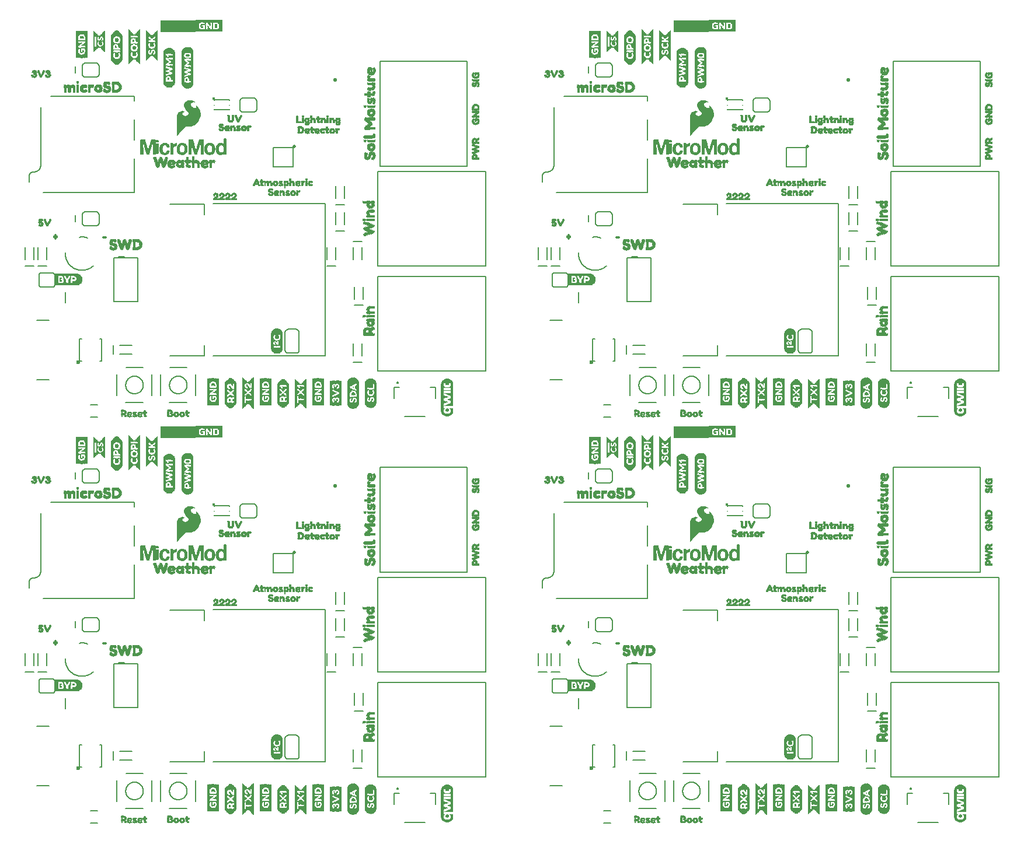
<source format=gto>
G04 EAGLE Gerber RS-274X export*
G75*
%MOMM*%
%FSLAX34Y34*%
%LPD*%
%INSilkscreen Top*%
%IPPOS*%
%AMOC8*
5,1,8,0,0,1.08239X$1,22.5*%
G01*
%ADD10C,0.203200*%
%ADD11R,5.080000X1.778000*%
%ADD12C,0.600000*%
%ADD13C,0.152400*%
%ADD14C,0.254000*%
%ADD15C,0.127000*%
%ADD16R,0.400000X0.040000*%
%ADD17R,0.600000X0.040000*%
%ADD18R,0.080000X0.040000*%
%ADD19R,0.680000X0.040000*%
%ADD20R,0.240000X0.040000*%
%ADD21R,0.720000X0.040000*%
%ADD22R,0.760000X0.040000*%
%ADD23R,0.280000X0.040000*%
%ADD24R,0.800000X0.040000*%
%ADD25R,0.320000X0.040000*%
%ADD26R,0.360000X0.040000*%
%ADD27R,0.560000X0.040000*%
%ADD28R,0.520000X0.040000*%
%ADD29R,0.640000X0.040000*%
%ADD30R,0.480000X0.040000*%
%ADD31R,0.040000X0.040000*%
%ADD32R,0.120000X0.040000*%
%ADD33R,0.160000X0.040000*%
%ADD34R,0.440000X0.040000*%
%ADD35R,0.040000X4.360000*%
%ADD36R,0.040000X4.280000*%
%ADD37R,0.040000X4.200000*%
%ADD38R,0.040000X4.120000*%
%ADD39R,0.040000X4.040000*%
%ADD40R,0.040000X3.960000*%
%ADD41R,0.040000X3.880000*%
%ADD42R,0.040000X0.840000*%
%ADD43R,0.040000X1.000000*%
%ADD44R,0.040000X0.680000*%
%ADD45R,0.040000X0.600000*%
%ADD46R,0.040000X0.280000*%
%ADD47R,0.040000X0.360000*%
%ADD48R,0.040000X0.440000*%
%ADD49R,0.040000X0.160000*%
%ADD50R,0.040000X0.320000*%
%ADD51R,0.040000X0.520000*%
%ADD52R,0.040000X0.120000*%
%ADD53R,0.040000X0.240000*%
%ADD54R,0.040000X0.480000*%
%ADD55R,0.040000X0.080000*%
%ADD56R,0.040000X0.200000*%
%ADD57R,0.040000X0.400000*%
%ADD58R,0.040000X0.560000*%
%ADD59R,0.040000X0.720000*%
%ADD60R,0.040000X0.760000*%
%ADD61R,0.040000X0.640000*%
%ADD62R,0.040000X3.080000*%
%ADD63R,0.040000X3.000000*%
%ADD64R,0.040000X2.920000*%
%ADD65R,0.040000X2.840000*%
%ADD66R,0.040000X2.280000*%
%ADD67R,0.040000X2.200000*%
%ADD68R,0.040000X2.120000*%
%ADD69R,0.040000X2.040000*%
%ADD70R,0.040000X0.800000*%
%ADD71R,0.040000X0.960000*%
%ADD72R,0.040000X0.920000*%
%ADD73R,0.040000X2.760000*%
%ADD74R,0.040000X2.800000*%
%ADD75R,0.200000X0.040000*%
%ADD76R,0.840000X0.040000*%
%ADD77R,0.040000X3.160000*%
%ADD78R,0.040000X3.240000*%
%ADD79R,0.040000X3.320000*%
%ADD80R,0.040000X3.400000*%
%ADD81R,0.040000X1.480000*%
%ADD82R,0.040000X1.160000*%
%ADD83R,0.040000X0.880000*%
%ADD84R,0.040000X3.800000*%
%ADD85R,0.040000X1.680000*%
%ADD86R,0.040000X1.200000*%
%ADD87R,0.040000X2.440000*%
%ADD88R,0.040000X2.680000*%
%ADD89R,0.040000X1.240000*%
%ADD90R,0.040000X1.440000*%
%ADD91R,0.040000X1.520000*%
%ADD92R,0.040000X1.040000*%
%ADD93R,0.040000X3.640000*%
%ADD94R,0.040000X1.800000*%
%ADD95R,0.040000X3.560000*%
%ADD96R,0.040000X3.720000*%
%ADD97R,0.040000X3.040000*%
%ADD98R,0.040000X1.120000*%
%ADD99R,0.040000X1.080000*%
%ADD100R,0.040000X1.360000*%
%ADD101R,0.040000X3.480000*%
%ADD102R,0.040000X1.280000*%
%ADD103R,0.040000X1.320000*%
%ADD104R,0.040000X4.600000*%
%ADD105R,0.040000X4.840000*%
%ADD106R,0.040000X5.000000*%
%ADD107R,0.040000X5.080000*%
%ADD108R,0.040000X5.160000*%
%ADD109R,0.040000X5.240000*%
%ADD110R,0.040000X5.320000*%
%ADD111R,0.040000X2.640000*%
%ADD112R,3.880000X0.040000*%
%ADD113R,2.800000X0.040000*%
%ADD114R,0.040000X4.520000*%
%ADD115R,0.040000X4.440000*%
%ADD116R,0.040000X5.400000*%
%ADD117R,0.040000X5.480000*%
%ADD118R,0.040000X5.560000*%
%ADD119R,0.040000X5.640000*%
%ADD120R,0.040000X1.760000*%
%ADD121C,0.508000*%
%ADD122C,0.381000*%
%ADD123C,0.567956*%
%ADD124R,0.060000X0.360000*%
%ADD125R,0.060000X0.840000*%
%ADD126R,0.060000X0.420000*%
%ADD127R,0.060000X0.960000*%
%ADD128R,0.060000X1.080000*%
%ADD129R,0.060000X1.140000*%
%ADD130R,0.060000X1.200000*%
%ADD131R,0.060000X1.260000*%
%ADD132R,0.060000X0.180000*%
%ADD133R,0.060000X0.480000*%
%ADD134R,0.060000X0.060000*%
%ADD135R,0.060000X0.120000*%
%ADD136R,0.060000X0.540000*%
%ADD137R,0.060000X1.020000*%
%ADD138R,0.060000X0.300000*%
%ADD139R,0.060000X0.600000*%
%ADD140R,0.060000X0.780000*%
%ADD141R,0.060000X0.240000*%
%ADD142R,0.060000X0.660000*%
%ADD143R,0.060000X0.720000*%
%ADD144R,0.060000X0.900000*%
%ADD145R,0.060000X1.440000*%
%ADD146R,0.060000X1.800000*%
%ADD147R,0.060000X1.740000*%
%ADD148R,0.060000X1.680000*%
%ADD149R,0.360000X0.060000*%
%ADD150R,0.300000X0.060000*%
%ADD151R,0.240000X0.060000*%
%ADD152R,0.420000X0.060000*%
%ADD153R,0.480000X0.060000*%
%ADD154R,0.540000X0.060000*%
%ADD155R,0.600000X0.060000*%
%ADD156R,0.180000X0.060000*%
%ADD157R,0.720000X0.060000*%
%ADD158R,0.120000X0.060000*%
%ADD159R,0.660000X0.060000*%
%ADD160R,0.900000X0.060000*%
%ADD161R,0.840000X0.060000*%
%ADD162R,0.960000X0.060000*%
%ADD163R,1.080000X0.060000*%
%ADD164R,1.020000X0.060000*%
%ADD165R,0.780000X0.060000*%
%ADD166R,1.800000X0.060000*%
%ADD167R,1.140000X0.060000*%
%ADD168R,1.740000X0.060000*%
%ADD169R,1.200000X0.060000*%
%ADD170R,1.680000X0.060000*%
%ADD171R,1.260000X0.060000*%
%ADD172R,1.320000X0.060000*%
%ADD173R,1.620000X0.060000*%
%ADD174R,1.080000X0.040000*%
%ADD175R,1.120000X0.040000*%
%ADD176R,0.880000X0.040000*%
%ADD177R,0.960000X0.040000*%
%ADD178R,0.040000X4.920000*%
%ADD179R,0.040000X4.760000*%
%ADD180R,0.040000X4.680000*%
%ADD181R,1.240000X0.040000*%
%ADD182R,1.280000X0.040000*%
%ADD183R,1.400000X0.040000*%
%ADD184R,3.360000X0.040000*%
%ADD185R,3.480000X0.040000*%
%ADD186R,3.560000X0.040000*%
%ADD187R,3.640000X0.040000*%
%ADD188R,3.680000X0.040000*%
%ADD189R,3.720000X0.040000*%
%ADD190R,3.760000X0.040000*%
%ADD191R,0.920000X0.040000*%
%ADD192R,1.040000X0.040000*%
%ADD193R,1.320000X0.040000*%

G36*
X971255Y412540D02*
X971255Y412540D01*
X971339Y412543D01*
X971340Y412543D01*
X971341Y412543D01*
X971419Y412586D01*
X971492Y412625D01*
X971492Y412626D01*
X971493Y412626D01*
X971497Y412632D01*
X971580Y412740D01*
X971653Y412885D01*
X972009Y413241D01*
X972016Y413252D01*
X972029Y413263D01*
X972629Y413963D01*
X972633Y413970D01*
X972640Y413977D01*
X973332Y414866D01*
X974223Y415856D01*
X974226Y415861D01*
X974232Y415867D01*
X975227Y417060D01*
X976320Y418253D01*
X977519Y419551D01*
X978819Y420951D01*
X978823Y420958D01*
X978830Y420964D01*
X979920Y422252D01*
X981002Y423334D01*
X981977Y424212D01*
X982929Y424878D01*
X983970Y425351D01*
X984991Y425630D01*
X988840Y425630D01*
X988860Y425635D01*
X988887Y425633D01*
X991287Y425933D01*
X991309Y425941D01*
X991340Y425943D01*
X993540Y426543D01*
X993563Y426555D01*
X993596Y426563D01*
X995596Y427463D01*
X995615Y427477D01*
X995643Y427489D01*
X997543Y428689D01*
X997554Y428699D01*
X997571Y428708D01*
X999271Y430008D01*
X999288Y430029D01*
X999317Y430050D01*
X1000817Y431650D01*
X1000825Y431664D01*
X1000840Y431677D01*
X1002240Y433477D01*
X1002253Y433504D01*
X1002278Y433536D01*
X1004178Y437236D01*
X1004186Y437267D01*
X1004206Y437308D01*
X1005206Y440908D01*
X1005208Y440942D01*
X1005220Y440988D01*
X1005420Y444488D01*
X1005414Y444520D01*
X1005416Y444567D01*
X1004916Y447867D01*
X1004905Y447896D01*
X1004898Y447938D01*
X1003898Y450738D01*
X1003884Y450759D01*
X1003874Y450791D01*
X1002574Y453191D01*
X1002548Y453220D01*
X1002509Y453279D01*
X1000809Y454979D01*
X1000779Y454997D01*
X1000742Y455032D01*
X999142Y456032D01*
X999076Y456055D01*
X999012Y456083D01*
X998995Y456083D01*
X998978Y456088D01*
X998909Y456079D01*
X998839Y456077D01*
X998824Y456068D01*
X998806Y456066D01*
X998748Y456027D01*
X998687Y455994D01*
X998677Y455979D01*
X998662Y455969D01*
X998627Y455909D01*
X998587Y455852D01*
X998584Y455833D01*
X998576Y455819D01*
X998573Y455780D01*
X998560Y455710D01*
X998560Y455110D01*
X998567Y455080D01*
X998567Y455035D01*
X998653Y454604D01*
X998477Y453544D01*
X998238Y453146D01*
X997823Y452731D01*
X997262Y452490D01*
X996693Y452490D01*
X995378Y452866D01*
X994637Y453237D01*
X993275Y454210D01*
X992598Y454789D01*
X992139Y455248D01*
X991662Y456012D01*
X991659Y456015D01*
X991656Y456021D01*
X991289Y456572D01*
X991112Y457194D01*
X991025Y457710D01*
X991108Y458207D01*
X991287Y458654D01*
X991562Y459204D01*
X991916Y459646D01*
X992654Y460292D01*
X993032Y460481D01*
X993373Y460651D01*
X994107Y460835D01*
X994961Y460930D01*
X996193Y460930D01*
X996548Y460841D01*
X996584Y460841D01*
X996640Y460830D01*
X996740Y460830D01*
X996801Y460844D01*
X996864Y460850D01*
X996885Y460864D01*
X996909Y460869D01*
X996957Y460909D01*
X997010Y460943D01*
X997023Y460964D01*
X997042Y460979D01*
X997068Y461037D01*
X997101Y461090D01*
X997103Y461115D01*
X997113Y461138D01*
X997111Y461200D01*
X997117Y461263D01*
X997108Y461286D01*
X997107Y461311D01*
X997077Y461366D01*
X997054Y461425D01*
X997034Y461444D01*
X997024Y461463D01*
X996993Y461484D01*
X996951Y461526D01*
X996657Y461723D01*
X995961Y462219D01*
X995946Y462225D01*
X995932Y462238D01*
X994732Y462938D01*
X994708Y462946D01*
X994681Y462963D01*
X993181Y463563D01*
X993163Y463566D01*
X993142Y463576D01*
X991342Y464076D01*
X991308Y464078D01*
X991259Y464090D01*
X989259Y464190D01*
X989221Y464183D01*
X989156Y464181D01*
X986956Y463681D01*
X986922Y463664D01*
X986864Y463647D01*
X984564Y462447D01*
X984539Y462426D01*
X984498Y462404D01*
X982798Y461004D01*
X982775Y460973D01*
X982727Y460925D01*
X981627Y459325D01*
X981613Y459290D01*
X981581Y459237D01*
X980981Y457537D01*
X980978Y457502D01*
X980976Y457491D01*
X980967Y457472D01*
X980968Y457450D01*
X980960Y457410D01*
X980960Y455710D01*
X980969Y455672D01*
X980975Y455603D01*
X981475Y453903D01*
X981489Y453878D01*
X981500Y453840D01*
X982400Y452040D01*
X982419Y452017D01*
X982438Y451979D01*
X983738Y450279D01*
X983755Y450265D01*
X983771Y450241D01*
X985462Y448551D01*
X986718Y447101D01*
X987360Y445726D01*
X987360Y444467D01*
X987001Y443302D01*
X986189Y442400D01*
X985079Y441659D01*
X983787Y441290D01*
X982291Y441290D01*
X981251Y441574D01*
X980431Y441847D01*
X979798Y442389D01*
X979253Y442935D01*
X978996Y443448D01*
X978820Y444063D01*
X978820Y444648D01*
X978981Y445131D01*
X979228Y445460D01*
X979594Y445826D01*
X980073Y446209D01*
X980428Y446476D01*
X980881Y446657D01*
X980893Y446665D01*
X980910Y446670D01*
X981154Y446792D01*
X981510Y446970D01*
X981539Y446994D01*
X981609Y447041D01*
X981709Y447141D01*
X981722Y447163D01*
X981742Y447179D01*
X981768Y447236D01*
X981800Y447288D01*
X981803Y447314D01*
X981813Y447338D01*
X981811Y447399D01*
X981817Y447461D01*
X981808Y447485D01*
X981807Y447511D01*
X981777Y447565D01*
X981755Y447623D01*
X981736Y447640D01*
X981724Y447663D01*
X981674Y447698D01*
X981628Y447740D01*
X981603Y447748D01*
X981582Y447763D01*
X981498Y447779D01*
X981462Y447790D01*
X981452Y447788D01*
X981440Y447790D01*
X981402Y447790D01*
X981171Y447867D01*
X980681Y448063D01*
X980646Y448068D01*
X980594Y448086D01*
X979894Y448186D01*
X979870Y448184D01*
X979840Y448190D01*
X978040Y448190D01*
X978010Y448183D01*
X977965Y448183D01*
X976965Y447983D01*
X976955Y447978D01*
X976940Y447977D01*
X975840Y447677D01*
X975823Y447668D01*
X975799Y447663D01*
X974799Y447263D01*
X974772Y447244D01*
X974729Y447226D01*
X973829Y446626D01*
X973808Y446604D01*
X973771Y446579D01*
X972971Y445779D01*
X972960Y445761D01*
X972940Y445743D01*
X972240Y444843D01*
X972229Y444819D01*
X972206Y444792D01*
X971606Y443692D01*
X971597Y443659D01*
X971574Y443614D01*
X971174Y442214D01*
X971173Y442189D01*
X971163Y442157D01*
X970963Y440557D01*
X970964Y440545D01*
X970960Y440530D01*
X970860Y438630D01*
X970862Y438621D01*
X970860Y438610D01*
X970860Y412910D01*
X970880Y412825D01*
X970899Y412743D01*
X970899Y412742D01*
X970899Y412741D01*
X970956Y412673D01*
X971008Y412609D01*
X971009Y412608D01*
X971087Y412573D01*
X971166Y412537D01*
X971167Y412537D01*
X971168Y412537D01*
X971255Y412540D01*
G37*
G36*
X227035Y412540D02*
X227035Y412540D01*
X227119Y412543D01*
X227120Y412543D01*
X227121Y412543D01*
X227199Y412586D01*
X227272Y412625D01*
X227272Y412626D01*
X227273Y412626D01*
X227277Y412632D01*
X227360Y412740D01*
X227433Y412885D01*
X227789Y413241D01*
X227796Y413252D01*
X227809Y413263D01*
X228409Y413963D01*
X228413Y413970D01*
X228420Y413977D01*
X229112Y414866D01*
X230003Y415856D01*
X230006Y415861D01*
X230012Y415867D01*
X231007Y417060D01*
X232100Y418253D01*
X233299Y419551D01*
X234599Y420951D01*
X234603Y420958D01*
X234610Y420964D01*
X235700Y422252D01*
X236782Y423334D01*
X237757Y424212D01*
X238709Y424878D01*
X239750Y425351D01*
X240771Y425630D01*
X244620Y425630D01*
X244640Y425635D01*
X244667Y425633D01*
X247067Y425933D01*
X247089Y425941D01*
X247120Y425943D01*
X249320Y426543D01*
X249343Y426555D01*
X249376Y426563D01*
X251376Y427463D01*
X251395Y427477D01*
X251423Y427489D01*
X253323Y428689D01*
X253334Y428699D01*
X253351Y428708D01*
X255051Y430008D01*
X255068Y430029D01*
X255097Y430050D01*
X256597Y431650D01*
X256605Y431664D01*
X256620Y431677D01*
X258020Y433477D01*
X258033Y433504D01*
X258058Y433536D01*
X259958Y437236D01*
X259966Y437267D01*
X259986Y437308D01*
X260986Y440908D01*
X260988Y440942D01*
X261000Y440988D01*
X261200Y444488D01*
X261194Y444520D01*
X261196Y444567D01*
X260696Y447867D01*
X260685Y447896D01*
X260678Y447938D01*
X259678Y450738D01*
X259664Y450759D01*
X259654Y450791D01*
X258354Y453191D01*
X258328Y453220D01*
X258289Y453279D01*
X256589Y454979D01*
X256559Y454997D01*
X256522Y455032D01*
X254922Y456032D01*
X254856Y456055D01*
X254792Y456083D01*
X254775Y456083D01*
X254758Y456088D01*
X254689Y456079D01*
X254619Y456077D01*
X254604Y456068D01*
X254586Y456066D01*
X254528Y456027D01*
X254467Y455994D01*
X254457Y455979D01*
X254442Y455969D01*
X254407Y455909D01*
X254367Y455852D01*
X254364Y455833D01*
X254356Y455819D01*
X254353Y455780D01*
X254340Y455710D01*
X254340Y455110D01*
X254347Y455080D01*
X254347Y455035D01*
X254433Y454604D01*
X254257Y453544D01*
X254018Y453146D01*
X253603Y452731D01*
X253042Y452490D01*
X252473Y452490D01*
X251158Y452866D01*
X250417Y453237D01*
X249055Y454210D01*
X248378Y454789D01*
X247919Y455248D01*
X247442Y456012D01*
X247439Y456015D01*
X247436Y456021D01*
X247069Y456572D01*
X246892Y457194D01*
X246805Y457710D01*
X246888Y458207D01*
X247067Y458654D01*
X247342Y459204D01*
X247696Y459646D01*
X248434Y460292D01*
X248812Y460481D01*
X249153Y460651D01*
X249887Y460835D01*
X250741Y460930D01*
X251973Y460930D01*
X252328Y460841D01*
X252364Y460841D01*
X252420Y460830D01*
X252520Y460830D01*
X252581Y460844D01*
X252644Y460850D01*
X252665Y460864D01*
X252689Y460869D01*
X252737Y460909D01*
X252790Y460943D01*
X252803Y460964D01*
X252822Y460979D01*
X252848Y461037D01*
X252881Y461090D01*
X252883Y461115D01*
X252893Y461138D01*
X252891Y461200D01*
X252897Y461263D01*
X252888Y461286D01*
X252887Y461311D01*
X252857Y461366D01*
X252834Y461425D01*
X252814Y461444D01*
X252804Y461463D01*
X252773Y461484D01*
X252731Y461526D01*
X252437Y461723D01*
X251741Y462219D01*
X251726Y462225D01*
X251712Y462238D01*
X250512Y462938D01*
X250488Y462946D01*
X250461Y462963D01*
X248961Y463563D01*
X248943Y463566D01*
X248922Y463576D01*
X247122Y464076D01*
X247088Y464078D01*
X247039Y464090D01*
X245039Y464190D01*
X245001Y464183D01*
X244936Y464181D01*
X242736Y463681D01*
X242702Y463664D01*
X242644Y463647D01*
X240344Y462447D01*
X240319Y462426D01*
X240278Y462404D01*
X238578Y461004D01*
X238555Y460973D01*
X238507Y460925D01*
X237407Y459325D01*
X237393Y459290D01*
X237361Y459237D01*
X236761Y457537D01*
X236758Y457502D01*
X236756Y457491D01*
X236747Y457472D01*
X236748Y457450D01*
X236740Y457410D01*
X236740Y455710D01*
X236749Y455672D01*
X236755Y455603D01*
X237255Y453903D01*
X237269Y453878D01*
X237280Y453840D01*
X238180Y452040D01*
X238199Y452017D01*
X238218Y451979D01*
X239518Y450279D01*
X239535Y450265D01*
X239551Y450241D01*
X241242Y448551D01*
X242498Y447101D01*
X243140Y445726D01*
X243140Y444467D01*
X242781Y443302D01*
X241969Y442400D01*
X240859Y441659D01*
X239567Y441290D01*
X238071Y441290D01*
X237031Y441574D01*
X236211Y441847D01*
X235578Y442389D01*
X235033Y442935D01*
X234776Y443448D01*
X234600Y444063D01*
X234600Y444648D01*
X234761Y445131D01*
X235008Y445460D01*
X235374Y445826D01*
X235853Y446209D01*
X236208Y446476D01*
X236661Y446657D01*
X236673Y446665D01*
X236690Y446670D01*
X236934Y446792D01*
X237290Y446970D01*
X237319Y446994D01*
X237389Y447041D01*
X237489Y447141D01*
X237502Y447163D01*
X237522Y447179D01*
X237548Y447236D01*
X237580Y447288D01*
X237583Y447314D01*
X237593Y447338D01*
X237591Y447399D01*
X237597Y447461D01*
X237588Y447485D01*
X237587Y447511D01*
X237557Y447565D01*
X237535Y447623D01*
X237516Y447640D01*
X237504Y447663D01*
X237454Y447698D01*
X237408Y447740D01*
X237383Y447748D01*
X237362Y447763D01*
X237278Y447779D01*
X237242Y447790D01*
X237232Y447788D01*
X237220Y447790D01*
X237182Y447790D01*
X236951Y447867D01*
X236461Y448063D01*
X236426Y448068D01*
X236374Y448086D01*
X235674Y448186D01*
X235650Y448184D01*
X235620Y448190D01*
X233820Y448190D01*
X233790Y448183D01*
X233745Y448183D01*
X232745Y447983D01*
X232735Y447978D01*
X232720Y447977D01*
X231620Y447677D01*
X231603Y447668D01*
X231579Y447663D01*
X230579Y447263D01*
X230552Y447244D01*
X230509Y447226D01*
X229609Y446626D01*
X229588Y446604D01*
X229551Y446579D01*
X228751Y445779D01*
X228740Y445761D01*
X228720Y445743D01*
X228020Y444843D01*
X228009Y444819D01*
X227986Y444792D01*
X227386Y443692D01*
X227377Y443659D01*
X227354Y443614D01*
X226954Y442214D01*
X226953Y442189D01*
X226943Y442157D01*
X226743Y440557D01*
X226744Y440545D01*
X226740Y440530D01*
X226640Y438630D01*
X226642Y438621D01*
X226640Y438610D01*
X226640Y412910D01*
X226660Y412825D01*
X226679Y412743D01*
X226679Y412742D01*
X226679Y412741D01*
X226736Y412673D01*
X226788Y412609D01*
X226789Y412608D01*
X226867Y412573D01*
X226946Y412537D01*
X226947Y412537D01*
X226948Y412537D01*
X227035Y412540D01*
G37*
G36*
X971255Y1001820D02*
X971255Y1001820D01*
X971339Y1001823D01*
X971340Y1001823D01*
X971341Y1001823D01*
X971419Y1001866D01*
X971492Y1001905D01*
X971492Y1001906D01*
X971493Y1001906D01*
X971497Y1001912D01*
X971580Y1002020D01*
X971653Y1002165D01*
X972009Y1002521D01*
X972016Y1002532D01*
X972029Y1002543D01*
X972629Y1003243D01*
X972633Y1003250D01*
X972640Y1003257D01*
X973332Y1004146D01*
X974223Y1005136D01*
X974226Y1005141D01*
X974232Y1005147D01*
X975227Y1006340D01*
X976320Y1007533D01*
X977519Y1008831D01*
X978819Y1010231D01*
X978823Y1010238D01*
X978830Y1010244D01*
X979920Y1011532D01*
X981002Y1012614D01*
X981977Y1013492D01*
X982929Y1014158D01*
X983970Y1014631D01*
X984991Y1014910D01*
X988840Y1014910D01*
X988860Y1014915D01*
X988887Y1014913D01*
X991287Y1015213D01*
X991309Y1015221D01*
X991340Y1015223D01*
X993540Y1015823D01*
X993563Y1015835D01*
X993596Y1015843D01*
X995596Y1016743D01*
X995615Y1016757D01*
X995643Y1016769D01*
X997543Y1017969D01*
X997554Y1017979D01*
X997571Y1017988D01*
X999271Y1019288D01*
X999288Y1019309D01*
X999317Y1019330D01*
X1000817Y1020930D01*
X1000825Y1020944D01*
X1000840Y1020957D01*
X1002240Y1022757D01*
X1002253Y1022784D01*
X1002278Y1022816D01*
X1004178Y1026516D01*
X1004186Y1026547D01*
X1004206Y1026588D01*
X1005206Y1030188D01*
X1005208Y1030222D01*
X1005220Y1030268D01*
X1005420Y1033768D01*
X1005414Y1033800D01*
X1005416Y1033847D01*
X1004916Y1037147D01*
X1004905Y1037176D01*
X1004898Y1037218D01*
X1003898Y1040018D01*
X1003884Y1040039D01*
X1003874Y1040071D01*
X1002574Y1042471D01*
X1002548Y1042500D01*
X1002509Y1042559D01*
X1000809Y1044259D01*
X1000779Y1044277D01*
X1000742Y1044312D01*
X999142Y1045312D01*
X999076Y1045335D01*
X999012Y1045363D01*
X998995Y1045363D01*
X998978Y1045368D01*
X998909Y1045359D01*
X998839Y1045357D01*
X998824Y1045348D01*
X998806Y1045346D01*
X998748Y1045307D01*
X998687Y1045274D01*
X998677Y1045259D01*
X998662Y1045249D01*
X998627Y1045189D01*
X998587Y1045132D01*
X998584Y1045113D01*
X998576Y1045099D01*
X998573Y1045060D01*
X998560Y1044990D01*
X998560Y1044390D01*
X998567Y1044360D01*
X998567Y1044315D01*
X998653Y1043884D01*
X998477Y1042824D01*
X998238Y1042426D01*
X997823Y1042011D01*
X997262Y1041770D01*
X996693Y1041770D01*
X995378Y1042146D01*
X994637Y1042517D01*
X993275Y1043490D01*
X992598Y1044069D01*
X992139Y1044528D01*
X991662Y1045292D01*
X991659Y1045295D01*
X991656Y1045301D01*
X991289Y1045852D01*
X991112Y1046474D01*
X991025Y1046990D01*
X991108Y1047487D01*
X991287Y1047934D01*
X991562Y1048484D01*
X991916Y1048926D01*
X992654Y1049572D01*
X993032Y1049761D01*
X993373Y1049931D01*
X994107Y1050115D01*
X994961Y1050210D01*
X996193Y1050210D01*
X996548Y1050121D01*
X996584Y1050121D01*
X996640Y1050110D01*
X996740Y1050110D01*
X996801Y1050124D01*
X996864Y1050130D01*
X996885Y1050144D01*
X996909Y1050149D01*
X996957Y1050189D01*
X997010Y1050223D01*
X997023Y1050244D01*
X997042Y1050259D01*
X997068Y1050317D01*
X997101Y1050370D01*
X997103Y1050395D01*
X997113Y1050418D01*
X997111Y1050480D01*
X997117Y1050543D01*
X997108Y1050566D01*
X997107Y1050591D01*
X997077Y1050646D01*
X997054Y1050705D01*
X997034Y1050724D01*
X997024Y1050743D01*
X996993Y1050764D01*
X996951Y1050806D01*
X996657Y1051003D01*
X995961Y1051499D01*
X995946Y1051505D01*
X995932Y1051518D01*
X994732Y1052218D01*
X994708Y1052226D01*
X994681Y1052243D01*
X993181Y1052843D01*
X993163Y1052846D01*
X993142Y1052856D01*
X991342Y1053356D01*
X991308Y1053358D01*
X991259Y1053370D01*
X989259Y1053470D01*
X989221Y1053463D01*
X989156Y1053461D01*
X986956Y1052961D01*
X986922Y1052944D01*
X986864Y1052927D01*
X984564Y1051727D01*
X984539Y1051706D01*
X984498Y1051684D01*
X982798Y1050284D01*
X982775Y1050253D01*
X982727Y1050205D01*
X981627Y1048605D01*
X981613Y1048570D01*
X981581Y1048517D01*
X980981Y1046817D01*
X980978Y1046782D01*
X980976Y1046771D01*
X980967Y1046752D01*
X980968Y1046730D01*
X980960Y1046690D01*
X980960Y1044990D01*
X980969Y1044952D01*
X980975Y1044883D01*
X981475Y1043183D01*
X981489Y1043158D01*
X981500Y1043120D01*
X982400Y1041320D01*
X982419Y1041297D01*
X982438Y1041259D01*
X983738Y1039559D01*
X983755Y1039545D01*
X983771Y1039521D01*
X985462Y1037831D01*
X986718Y1036381D01*
X987360Y1035006D01*
X987360Y1033747D01*
X987001Y1032582D01*
X986189Y1031680D01*
X985079Y1030939D01*
X983787Y1030570D01*
X982291Y1030570D01*
X981251Y1030854D01*
X980431Y1031127D01*
X979798Y1031669D01*
X979253Y1032215D01*
X978996Y1032728D01*
X978820Y1033343D01*
X978820Y1033928D01*
X978981Y1034411D01*
X979228Y1034740D01*
X979594Y1035106D01*
X980073Y1035489D01*
X980428Y1035756D01*
X980881Y1035937D01*
X980893Y1035945D01*
X980910Y1035950D01*
X981154Y1036072D01*
X981510Y1036250D01*
X981539Y1036274D01*
X981609Y1036321D01*
X981709Y1036421D01*
X981722Y1036443D01*
X981742Y1036459D01*
X981768Y1036516D01*
X981800Y1036568D01*
X981803Y1036594D01*
X981813Y1036618D01*
X981811Y1036679D01*
X981817Y1036741D01*
X981808Y1036765D01*
X981807Y1036791D01*
X981777Y1036845D01*
X981755Y1036903D01*
X981736Y1036920D01*
X981724Y1036943D01*
X981674Y1036978D01*
X981628Y1037020D01*
X981603Y1037028D01*
X981582Y1037043D01*
X981498Y1037059D01*
X981462Y1037070D01*
X981452Y1037068D01*
X981440Y1037070D01*
X981402Y1037070D01*
X981171Y1037147D01*
X980681Y1037343D01*
X980646Y1037348D01*
X980594Y1037366D01*
X979894Y1037466D01*
X979870Y1037464D01*
X979840Y1037470D01*
X978040Y1037470D01*
X978010Y1037463D01*
X977965Y1037463D01*
X976965Y1037263D01*
X976955Y1037258D01*
X976940Y1037257D01*
X975840Y1036957D01*
X975823Y1036948D01*
X975799Y1036943D01*
X974799Y1036543D01*
X974772Y1036524D01*
X974729Y1036506D01*
X973829Y1035906D01*
X973808Y1035884D01*
X973771Y1035859D01*
X972971Y1035059D01*
X972960Y1035041D01*
X972940Y1035023D01*
X972240Y1034123D01*
X972229Y1034099D01*
X972206Y1034072D01*
X971606Y1032972D01*
X971597Y1032939D01*
X971574Y1032894D01*
X971174Y1031494D01*
X971173Y1031469D01*
X971163Y1031437D01*
X970963Y1029837D01*
X970964Y1029825D01*
X970960Y1029810D01*
X970860Y1027910D01*
X970862Y1027901D01*
X970860Y1027890D01*
X970860Y1002190D01*
X970880Y1002105D01*
X970899Y1002023D01*
X970899Y1002022D01*
X970899Y1002021D01*
X970956Y1001953D01*
X971008Y1001889D01*
X971009Y1001888D01*
X971087Y1001853D01*
X971166Y1001817D01*
X971167Y1001817D01*
X971168Y1001817D01*
X971255Y1001820D01*
G37*
G36*
X227035Y1001820D02*
X227035Y1001820D01*
X227119Y1001823D01*
X227120Y1001823D01*
X227121Y1001823D01*
X227199Y1001866D01*
X227272Y1001905D01*
X227272Y1001906D01*
X227273Y1001906D01*
X227277Y1001912D01*
X227360Y1002020D01*
X227433Y1002165D01*
X227789Y1002521D01*
X227796Y1002532D01*
X227809Y1002543D01*
X228409Y1003243D01*
X228413Y1003250D01*
X228420Y1003257D01*
X229112Y1004146D01*
X230003Y1005136D01*
X230006Y1005141D01*
X230012Y1005147D01*
X231007Y1006340D01*
X232100Y1007533D01*
X233299Y1008831D01*
X234599Y1010231D01*
X234603Y1010238D01*
X234610Y1010244D01*
X235700Y1011532D01*
X236782Y1012614D01*
X237757Y1013492D01*
X238709Y1014158D01*
X239750Y1014631D01*
X240771Y1014910D01*
X244620Y1014910D01*
X244640Y1014915D01*
X244667Y1014913D01*
X247067Y1015213D01*
X247089Y1015221D01*
X247120Y1015223D01*
X249320Y1015823D01*
X249343Y1015835D01*
X249376Y1015843D01*
X251376Y1016743D01*
X251395Y1016757D01*
X251423Y1016769D01*
X253323Y1017969D01*
X253334Y1017979D01*
X253351Y1017988D01*
X255051Y1019288D01*
X255068Y1019309D01*
X255097Y1019330D01*
X256597Y1020930D01*
X256605Y1020944D01*
X256620Y1020957D01*
X258020Y1022757D01*
X258033Y1022784D01*
X258058Y1022816D01*
X259958Y1026516D01*
X259966Y1026547D01*
X259986Y1026588D01*
X260986Y1030188D01*
X260988Y1030222D01*
X261000Y1030268D01*
X261200Y1033768D01*
X261194Y1033800D01*
X261196Y1033847D01*
X260696Y1037147D01*
X260685Y1037176D01*
X260678Y1037218D01*
X259678Y1040018D01*
X259664Y1040039D01*
X259654Y1040071D01*
X258354Y1042471D01*
X258328Y1042500D01*
X258289Y1042559D01*
X256589Y1044259D01*
X256559Y1044277D01*
X256522Y1044312D01*
X254922Y1045312D01*
X254856Y1045335D01*
X254792Y1045363D01*
X254775Y1045363D01*
X254758Y1045368D01*
X254689Y1045359D01*
X254619Y1045357D01*
X254604Y1045348D01*
X254586Y1045346D01*
X254528Y1045307D01*
X254467Y1045274D01*
X254457Y1045259D01*
X254442Y1045249D01*
X254407Y1045189D01*
X254367Y1045132D01*
X254364Y1045113D01*
X254356Y1045099D01*
X254353Y1045060D01*
X254340Y1044990D01*
X254340Y1044390D01*
X254347Y1044360D01*
X254347Y1044315D01*
X254433Y1043884D01*
X254257Y1042824D01*
X254018Y1042426D01*
X253603Y1042011D01*
X253042Y1041770D01*
X252473Y1041770D01*
X251158Y1042146D01*
X250417Y1042517D01*
X249055Y1043490D01*
X248378Y1044069D01*
X247919Y1044528D01*
X247442Y1045292D01*
X247439Y1045295D01*
X247436Y1045301D01*
X247069Y1045852D01*
X246892Y1046474D01*
X246805Y1046990D01*
X246888Y1047487D01*
X247067Y1047934D01*
X247342Y1048484D01*
X247696Y1048926D01*
X248434Y1049572D01*
X248812Y1049761D01*
X249153Y1049931D01*
X249887Y1050115D01*
X250741Y1050210D01*
X251973Y1050210D01*
X252328Y1050121D01*
X252364Y1050121D01*
X252420Y1050110D01*
X252520Y1050110D01*
X252581Y1050124D01*
X252644Y1050130D01*
X252665Y1050144D01*
X252689Y1050149D01*
X252737Y1050189D01*
X252790Y1050223D01*
X252803Y1050244D01*
X252822Y1050259D01*
X252848Y1050317D01*
X252881Y1050370D01*
X252883Y1050395D01*
X252893Y1050418D01*
X252891Y1050480D01*
X252897Y1050543D01*
X252888Y1050566D01*
X252887Y1050591D01*
X252857Y1050646D01*
X252834Y1050705D01*
X252814Y1050724D01*
X252804Y1050743D01*
X252773Y1050764D01*
X252731Y1050806D01*
X252437Y1051003D01*
X251741Y1051499D01*
X251726Y1051505D01*
X251712Y1051518D01*
X250512Y1052218D01*
X250488Y1052226D01*
X250461Y1052243D01*
X248961Y1052843D01*
X248943Y1052846D01*
X248922Y1052856D01*
X247122Y1053356D01*
X247088Y1053358D01*
X247039Y1053370D01*
X245039Y1053470D01*
X245001Y1053463D01*
X244936Y1053461D01*
X242736Y1052961D01*
X242702Y1052944D01*
X242644Y1052927D01*
X240344Y1051727D01*
X240319Y1051706D01*
X240278Y1051684D01*
X238578Y1050284D01*
X238555Y1050253D01*
X238507Y1050205D01*
X237407Y1048605D01*
X237393Y1048570D01*
X237361Y1048517D01*
X236761Y1046817D01*
X236758Y1046782D01*
X236756Y1046771D01*
X236747Y1046752D01*
X236748Y1046730D01*
X236740Y1046690D01*
X236740Y1044990D01*
X236749Y1044952D01*
X236755Y1044883D01*
X237255Y1043183D01*
X237269Y1043158D01*
X237280Y1043120D01*
X238180Y1041320D01*
X238199Y1041297D01*
X238218Y1041259D01*
X239518Y1039559D01*
X239535Y1039545D01*
X239551Y1039521D01*
X241242Y1037831D01*
X242498Y1036381D01*
X243140Y1035006D01*
X243140Y1033747D01*
X242781Y1032582D01*
X241969Y1031680D01*
X240859Y1030939D01*
X239567Y1030570D01*
X238071Y1030570D01*
X237031Y1030854D01*
X236211Y1031127D01*
X235578Y1031669D01*
X235033Y1032215D01*
X234776Y1032728D01*
X234600Y1033343D01*
X234600Y1033928D01*
X234761Y1034411D01*
X235008Y1034740D01*
X235374Y1035106D01*
X235853Y1035489D01*
X236208Y1035756D01*
X236661Y1035937D01*
X236673Y1035945D01*
X236690Y1035950D01*
X236934Y1036072D01*
X237290Y1036250D01*
X237319Y1036274D01*
X237389Y1036321D01*
X237489Y1036421D01*
X237502Y1036443D01*
X237522Y1036459D01*
X237548Y1036516D01*
X237580Y1036568D01*
X237583Y1036594D01*
X237593Y1036618D01*
X237591Y1036679D01*
X237597Y1036741D01*
X237588Y1036765D01*
X237587Y1036791D01*
X237557Y1036845D01*
X237535Y1036903D01*
X237516Y1036920D01*
X237504Y1036943D01*
X237454Y1036978D01*
X237408Y1037020D01*
X237383Y1037028D01*
X237362Y1037043D01*
X237278Y1037059D01*
X237242Y1037070D01*
X237232Y1037068D01*
X237220Y1037070D01*
X237182Y1037070D01*
X236951Y1037147D01*
X236461Y1037343D01*
X236426Y1037348D01*
X236374Y1037366D01*
X235674Y1037466D01*
X235650Y1037464D01*
X235620Y1037470D01*
X233820Y1037470D01*
X233790Y1037463D01*
X233745Y1037463D01*
X232745Y1037263D01*
X232735Y1037258D01*
X232720Y1037257D01*
X231620Y1036957D01*
X231603Y1036948D01*
X231579Y1036943D01*
X230579Y1036543D01*
X230552Y1036524D01*
X230509Y1036506D01*
X229609Y1035906D01*
X229588Y1035884D01*
X229551Y1035859D01*
X228751Y1035059D01*
X228740Y1035041D01*
X228720Y1035023D01*
X228020Y1034123D01*
X228009Y1034099D01*
X227986Y1034072D01*
X227386Y1032972D01*
X227377Y1032939D01*
X227354Y1032894D01*
X226954Y1031494D01*
X226953Y1031469D01*
X226943Y1031437D01*
X226743Y1029837D01*
X226744Y1029825D01*
X226740Y1029810D01*
X226640Y1027910D01*
X226642Y1027901D01*
X226640Y1027890D01*
X226640Y1002190D01*
X226660Y1002105D01*
X226679Y1002023D01*
X226679Y1002022D01*
X226679Y1002021D01*
X226736Y1001953D01*
X226788Y1001889D01*
X226789Y1001888D01*
X226867Y1001853D01*
X226946Y1001817D01*
X226947Y1001817D01*
X226948Y1001817D01*
X227035Y1001820D01*
G37*
G36*
X1362936Y594151D02*
X1362936Y594151D01*
X1362941Y594149D01*
X1364521Y594309D01*
X1364525Y594312D01*
X1364533Y594311D01*
X1366051Y594776D01*
X1366053Y594779D01*
X1366058Y594779D01*
X1366538Y594997D01*
X1366539Y594999D01*
X1366542Y594999D01*
X1367473Y595504D01*
X1367474Y595506D01*
X1367476Y595506D01*
X1367920Y595791D01*
X1367922Y595794D01*
X1367926Y595796D01*
X1369141Y596817D01*
X1369142Y596822D01*
X1369149Y596825D01*
X1370159Y598050D01*
X1370160Y598055D01*
X1370166Y598060D01*
X1370930Y599450D01*
X1370930Y599454D01*
X1370932Y599456D01*
X1370933Y599457D01*
X1370934Y599458D01*
X1371123Y599950D01*
X1371123Y599952D01*
X1371125Y599954D01*
X1371438Y600965D01*
X1371438Y600967D01*
X1371440Y600969D01*
X1371560Y601482D01*
X1371559Y601486D01*
X1371561Y601490D01*
X1371721Y603070D01*
X1371719Y603073D01*
X1371721Y603076D01*
X1371724Y605850D01*
X1371713Y605868D01*
X1371710Y605889D01*
X1371693Y605898D01*
X1371687Y605907D01*
X1371678Y605905D01*
X1371664Y605912D01*
X1371277Y605928D01*
X1371276Y605927D01*
X1371275Y605928D01*
X1367040Y605928D01*
X1367039Y605928D01*
X1366646Y605918D01*
X1366635Y605911D01*
X1366622Y605913D01*
X1366609Y605893D01*
X1366589Y605880D01*
X1366592Y605867D01*
X1366584Y605856D01*
X1366599Y605822D01*
X1366601Y605813D01*
X1366604Y605812D01*
X1366605Y605809D01*
X1367091Y605378D01*
X1367418Y604975D01*
X1367681Y604528D01*
X1367866Y604043D01*
X1367983Y603536D01*
X1368036Y603018D01*
X1368015Y602497D01*
X1367966Y601976D01*
X1367847Y601469D01*
X1367695Y600970D01*
X1367457Y600507D01*
X1367196Y600057D01*
X1366848Y599669D01*
X1366478Y599304D01*
X1366055Y598999D01*
X1365605Y598738D01*
X1365129Y598522D01*
X1364633Y598362D01*
X1364124Y598236D01*
X1363607Y598163D01*
X1363084Y598123D01*
X1362560Y598118D01*
X1362037Y598158D01*
X1361519Y598225D01*
X1361011Y598351D01*
X1360513Y598508D01*
X1360038Y598725D01*
X1359589Y598987D01*
X1359168Y599294D01*
X1358800Y599662D01*
X1358755Y599712D01*
X1358700Y599775D01*
X1358644Y599838D01*
X1358588Y599901D01*
X1358532Y599963D01*
X1358454Y600051D01*
X1358201Y600506D01*
X1357974Y600974D01*
X1357822Y601473D01*
X1357717Y601983D01*
X1357669Y602504D01*
X1357660Y603025D01*
X1357720Y603543D01*
X1357843Y604048D01*
X1358034Y604531D01*
X1358298Y604978D01*
X1358620Y605382D01*
X1359168Y605812D01*
X1359173Y605827D01*
X1359186Y605835D01*
X1359183Y605857D01*
X1359190Y605877D01*
X1359179Y605887D01*
X1359177Y605903D01*
X1359150Y605915D01*
X1359141Y605923D01*
X1359135Y605922D01*
X1359130Y605925D01*
X1358630Y605928D01*
X1358101Y605928D01*
X1357759Y605931D01*
X1357759Y609166D01*
X1357759Y609167D01*
X1357759Y609184D01*
X1371377Y609184D01*
X1371379Y609185D01*
X1371381Y609185D01*
X1371665Y609201D01*
X1371682Y609214D01*
X1371703Y609217D01*
X1371711Y609235D01*
X1371720Y609242D01*
X1371718Y609251D01*
X1371724Y609264D01*
X1371724Y640192D01*
X1371722Y640195D01*
X1371724Y640198D01*
X1371573Y641779D01*
X1371571Y641781D01*
X1371572Y641784D01*
X1371475Y642302D01*
X1371472Y642305D01*
X1371473Y642309D01*
X1370991Y643821D01*
X1370987Y643825D01*
X1370986Y643832D01*
X1370229Y645228D01*
X1370224Y645230D01*
X1370222Y645237D01*
X1369223Y646470D01*
X1369220Y646471D01*
X1369218Y646476D01*
X1368836Y646839D01*
X1368834Y646840D01*
X1368833Y646842D01*
X1368016Y647516D01*
X1368014Y647516D01*
X1368012Y647519D01*
X1367581Y647822D01*
X1367578Y647822D01*
X1367575Y647826D01*
X1366173Y648570D01*
X1366168Y648570D01*
X1366163Y648575D01*
X1364646Y649045D01*
X1364641Y649044D01*
X1364636Y649048D01*
X1364113Y649118D01*
X1364112Y649118D01*
X1364111Y649118D01*
X1363057Y649224D01*
X1363055Y649223D01*
X1363052Y649225D01*
X1362525Y649233D01*
X1362523Y649231D01*
X1362518Y649233D01*
X1360938Y649073D01*
X1360934Y649069D01*
X1360926Y649070D01*
X1359410Y648599D01*
X1359407Y648596D01*
X1359402Y648596D01*
X1358924Y648373D01*
X1358923Y648371D01*
X1358921Y648371D01*
X1357990Y647866D01*
X1357989Y647864D01*
X1357986Y647863D01*
X1357546Y647573D01*
X1357545Y647571D01*
X1357541Y647569D01*
X1356724Y646896D01*
X1356724Y646894D01*
X1356722Y646894D01*
X1356329Y646542D01*
X1356328Y646538D01*
X1356322Y646535D01*
X1355312Y645310D01*
X1355311Y645305D01*
X1355305Y645300D01*
X1354546Y643906D01*
X1354546Y643902D01*
X1354542Y643898D01*
X1354359Y643403D01*
X1354359Y643402D01*
X1354358Y643400D01*
X1354044Y642389D01*
X1354044Y642387D01*
X1354042Y642384D01*
X1353928Y641870D01*
X1353930Y641867D01*
X1353927Y641863D01*
X1353821Y640809D01*
X1353768Y640284D01*
X1353769Y640281D01*
X1353768Y640277D01*
X1353768Y603226D01*
X1353769Y603224D01*
X1353768Y603220D01*
X1353916Y601640D01*
X1353917Y601638D01*
X1353916Y601635D01*
X1354007Y601116D01*
X1354010Y601113D01*
X1354009Y601108D01*
X1354485Y599593D01*
X1354489Y599590D01*
X1354490Y599582D01*
X1355247Y598187D01*
X1355251Y598185D01*
X1355253Y598179D01*
X1355573Y597759D01*
X1355574Y597759D01*
X1355574Y597757D01*
X1356248Y596941D01*
X1356251Y596940D01*
X1356253Y596936D01*
X1356630Y596568D01*
X1356632Y596567D01*
X1356634Y596564D01*
X1357450Y595891D01*
X1357452Y595890D01*
X1357454Y595888D01*
X1357881Y595580D01*
X1357885Y595579D01*
X1357888Y595575D01*
X1359287Y594825D01*
X1359292Y594826D01*
X1359298Y594821D01*
X1360814Y594350D01*
X1360819Y594351D01*
X1360824Y594348D01*
X1361346Y594271D01*
X1361347Y594272D01*
X1361349Y594271D01*
X1362402Y594164D01*
X1362404Y594165D01*
X1362406Y594164D01*
X1362933Y594149D01*
X1362936Y594151D01*
G37*
G36*
X618716Y594151D02*
X618716Y594151D01*
X618721Y594149D01*
X620301Y594309D01*
X620305Y594312D01*
X620313Y594311D01*
X621831Y594776D01*
X621833Y594779D01*
X621838Y594779D01*
X622318Y594997D01*
X622319Y594999D01*
X622322Y594999D01*
X623253Y595504D01*
X623254Y595506D01*
X623256Y595506D01*
X623700Y595791D01*
X623702Y595794D01*
X623706Y595796D01*
X624921Y596817D01*
X624922Y596822D01*
X624929Y596825D01*
X625939Y598050D01*
X625940Y598055D01*
X625946Y598060D01*
X626710Y599450D01*
X626710Y599454D01*
X626712Y599456D01*
X626713Y599457D01*
X626714Y599458D01*
X626903Y599950D01*
X626903Y599952D01*
X626905Y599954D01*
X627218Y600965D01*
X627218Y600967D01*
X627220Y600969D01*
X627340Y601482D01*
X627339Y601486D01*
X627341Y601490D01*
X627501Y603070D01*
X627499Y603073D01*
X627501Y603076D01*
X627504Y605850D01*
X627493Y605868D01*
X627490Y605889D01*
X627473Y605898D01*
X627467Y605907D01*
X627458Y605905D01*
X627444Y605912D01*
X627057Y605928D01*
X627056Y605927D01*
X627055Y605928D01*
X622820Y605928D01*
X622819Y605928D01*
X622426Y605918D01*
X622415Y605911D01*
X622402Y605913D01*
X622389Y605893D01*
X622369Y605880D01*
X622372Y605867D01*
X622364Y605856D01*
X622379Y605822D01*
X622381Y605813D01*
X622384Y605812D01*
X622385Y605809D01*
X622871Y605378D01*
X623198Y604975D01*
X623461Y604528D01*
X623646Y604043D01*
X623763Y603536D01*
X623816Y603018D01*
X623795Y602497D01*
X623746Y601976D01*
X623627Y601469D01*
X623475Y600970D01*
X623237Y600507D01*
X622976Y600057D01*
X622628Y599669D01*
X622258Y599304D01*
X621835Y598999D01*
X621385Y598738D01*
X620909Y598522D01*
X620413Y598362D01*
X619904Y598236D01*
X619387Y598163D01*
X618864Y598123D01*
X618340Y598118D01*
X617817Y598158D01*
X617299Y598225D01*
X616791Y598351D01*
X616293Y598508D01*
X615818Y598725D01*
X615369Y598987D01*
X614948Y599294D01*
X614580Y599662D01*
X614535Y599712D01*
X614480Y599775D01*
X614424Y599838D01*
X614368Y599901D01*
X614312Y599963D01*
X614234Y600051D01*
X613981Y600506D01*
X613754Y600974D01*
X613602Y601473D01*
X613497Y601983D01*
X613449Y602504D01*
X613440Y603025D01*
X613500Y603543D01*
X613623Y604048D01*
X613814Y604531D01*
X614078Y604978D01*
X614400Y605382D01*
X614948Y605812D01*
X614953Y605827D01*
X614966Y605835D01*
X614963Y605857D01*
X614970Y605877D01*
X614959Y605887D01*
X614957Y605903D01*
X614930Y605915D01*
X614921Y605923D01*
X614915Y605922D01*
X614910Y605925D01*
X614410Y605928D01*
X613881Y605928D01*
X613539Y605931D01*
X613539Y609166D01*
X613539Y609167D01*
X613539Y609184D01*
X627157Y609184D01*
X627159Y609185D01*
X627161Y609185D01*
X627445Y609201D01*
X627462Y609214D01*
X627483Y609217D01*
X627491Y609235D01*
X627500Y609242D01*
X627498Y609251D01*
X627504Y609264D01*
X627504Y640192D01*
X627502Y640195D01*
X627504Y640198D01*
X627353Y641779D01*
X627351Y641781D01*
X627352Y641784D01*
X627255Y642302D01*
X627252Y642305D01*
X627253Y642309D01*
X626771Y643821D01*
X626767Y643825D01*
X626766Y643832D01*
X626009Y645228D01*
X626004Y645230D01*
X626002Y645237D01*
X625003Y646470D01*
X625000Y646471D01*
X624998Y646476D01*
X624616Y646839D01*
X624614Y646840D01*
X624613Y646842D01*
X623796Y647516D01*
X623794Y647516D01*
X623792Y647519D01*
X623361Y647822D01*
X623358Y647822D01*
X623355Y647826D01*
X621953Y648570D01*
X621948Y648570D01*
X621943Y648575D01*
X620426Y649045D01*
X620421Y649044D01*
X620416Y649048D01*
X619893Y649118D01*
X619892Y649118D01*
X619891Y649118D01*
X618837Y649224D01*
X618835Y649223D01*
X618832Y649225D01*
X618305Y649233D01*
X618303Y649231D01*
X618298Y649233D01*
X616718Y649073D01*
X616714Y649069D01*
X616706Y649070D01*
X615190Y648599D01*
X615187Y648596D01*
X615182Y648596D01*
X614704Y648373D01*
X614703Y648371D01*
X614701Y648371D01*
X613770Y647866D01*
X613769Y647864D01*
X613766Y647863D01*
X613326Y647573D01*
X613325Y647571D01*
X613321Y647569D01*
X612504Y646896D01*
X612504Y646894D01*
X612502Y646894D01*
X612109Y646542D01*
X612108Y646538D01*
X612102Y646535D01*
X611092Y645310D01*
X611091Y645305D01*
X611085Y645300D01*
X610326Y643906D01*
X610326Y643902D01*
X610322Y643898D01*
X610139Y643403D01*
X610139Y643402D01*
X610138Y643400D01*
X609824Y642389D01*
X609824Y642387D01*
X609822Y642384D01*
X609708Y641870D01*
X609710Y641867D01*
X609707Y641863D01*
X609601Y640809D01*
X609548Y640284D01*
X609549Y640281D01*
X609548Y640277D01*
X609548Y603226D01*
X609549Y603224D01*
X609548Y603220D01*
X609696Y601640D01*
X609697Y601638D01*
X609696Y601635D01*
X609787Y601116D01*
X609790Y601113D01*
X609789Y601108D01*
X610265Y599593D01*
X610269Y599590D01*
X610270Y599582D01*
X611027Y598187D01*
X611031Y598185D01*
X611033Y598179D01*
X611353Y597759D01*
X611354Y597759D01*
X611354Y597757D01*
X612028Y596941D01*
X612031Y596940D01*
X612033Y596936D01*
X612410Y596568D01*
X612412Y596567D01*
X612414Y596564D01*
X613230Y595891D01*
X613232Y595890D01*
X613234Y595888D01*
X613661Y595580D01*
X613665Y595579D01*
X613668Y595575D01*
X615067Y594825D01*
X615072Y594826D01*
X615078Y594821D01*
X616594Y594350D01*
X616599Y594351D01*
X616604Y594348D01*
X617126Y594271D01*
X617127Y594272D01*
X617129Y594271D01*
X618182Y594164D01*
X618184Y594165D01*
X618186Y594164D01*
X618713Y594149D01*
X618716Y594151D01*
G37*
G36*
X618716Y4871D02*
X618716Y4871D01*
X618721Y4869D01*
X620301Y5029D01*
X620305Y5032D01*
X620313Y5031D01*
X621831Y5496D01*
X621833Y5499D01*
X621838Y5499D01*
X622318Y5717D01*
X622319Y5719D01*
X622322Y5719D01*
X623253Y6224D01*
X623254Y6226D01*
X623256Y6226D01*
X623700Y6511D01*
X623702Y6514D01*
X623706Y6516D01*
X624921Y7537D01*
X624922Y7542D01*
X624929Y7545D01*
X625939Y8770D01*
X625940Y8775D01*
X625946Y8780D01*
X626710Y10170D01*
X626710Y10174D01*
X626712Y10176D01*
X626713Y10177D01*
X626714Y10178D01*
X626903Y10670D01*
X626903Y10672D01*
X626905Y10674D01*
X627218Y11685D01*
X627218Y11687D01*
X627220Y11689D01*
X627340Y12202D01*
X627339Y12206D01*
X627341Y12210D01*
X627501Y13790D01*
X627499Y13793D01*
X627501Y13796D01*
X627504Y16570D01*
X627493Y16588D01*
X627490Y16609D01*
X627473Y16618D01*
X627467Y16627D01*
X627458Y16625D01*
X627444Y16632D01*
X627057Y16648D01*
X627056Y16647D01*
X627055Y16648D01*
X622820Y16648D01*
X622819Y16648D01*
X622426Y16638D01*
X622415Y16631D01*
X622402Y16633D01*
X622389Y16613D01*
X622369Y16600D01*
X622372Y16587D01*
X622364Y16576D01*
X622379Y16542D01*
X622381Y16533D01*
X622384Y16532D01*
X622385Y16529D01*
X622871Y16098D01*
X623198Y15695D01*
X623461Y15248D01*
X623646Y14763D01*
X623763Y14256D01*
X623816Y13738D01*
X623795Y13217D01*
X623746Y12696D01*
X623627Y12189D01*
X623475Y11690D01*
X623237Y11227D01*
X622976Y10777D01*
X622628Y10389D01*
X622258Y10024D01*
X621835Y9719D01*
X621385Y9458D01*
X620909Y9242D01*
X620413Y9082D01*
X619904Y8956D01*
X619387Y8883D01*
X618864Y8843D01*
X618340Y8838D01*
X617817Y8878D01*
X617299Y8945D01*
X616791Y9071D01*
X616293Y9228D01*
X615818Y9445D01*
X615369Y9707D01*
X614948Y10014D01*
X614580Y10382D01*
X614535Y10432D01*
X614480Y10495D01*
X614424Y10558D01*
X614368Y10621D01*
X614312Y10683D01*
X614234Y10771D01*
X613981Y11226D01*
X613754Y11694D01*
X613602Y12193D01*
X613497Y12703D01*
X613449Y13224D01*
X613440Y13745D01*
X613500Y14263D01*
X613623Y14768D01*
X613814Y15251D01*
X614078Y15698D01*
X614400Y16102D01*
X614948Y16532D01*
X614953Y16547D01*
X614966Y16555D01*
X614963Y16577D01*
X614970Y16597D01*
X614959Y16607D01*
X614957Y16623D01*
X614930Y16635D01*
X614921Y16643D01*
X614915Y16642D01*
X614910Y16645D01*
X614410Y16648D01*
X613881Y16648D01*
X613539Y16651D01*
X613539Y19886D01*
X613539Y19887D01*
X613539Y19904D01*
X627157Y19904D01*
X627159Y19905D01*
X627161Y19905D01*
X627445Y19921D01*
X627462Y19934D01*
X627483Y19937D01*
X627491Y19955D01*
X627500Y19962D01*
X627498Y19971D01*
X627504Y19984D01*
X627504Y50912D01*
X627502Y50915D01*
X627504Y50918D01*
X627353Y52499D01*
X627351Y52501D01*
X627352Y52504D01*
X627255Y53022D01*
X627252Y53025D01*
X627253Y53029D01*
X626771Y54541D01*
X626767Y54545D01*
X626766Y54552D01*
X626009Y55948D01*
X626004Y55950D01*
X626002Y55957D01*
X625003Y57190D01*
X625000Y57191D01*
X624998Y57196D01*
X624616Y57559D01*
X624614Y57560D01*
X624613Y57562D01*
X623796Y58236D01*
X623794Y58236D01*
X623792Y58239D01*
X623361Y58542D01*
X623358Y58542D01*
X623355Y58546D01*
X621953Y59290D01*
X621948Y59290D01*
X621943Y59295D01*
X620426Y59765D01*
X620421Y59764D01*
X620416Y59768D01*
X619893Y59838D01*
X619892Y59838D01*
X619891Y59838D01*
X618837Y59944D01*
X618835Y59943D01*
X618832Y59945D01*
X618305Y59953D01*
X618303Y59951D01*
X618298Y59953D01*
X616718Y59793D01*
X616714Y59789D01*
X616706Y59790D01*
X615190Y59319D01*
X615187Y59316D01*
X615182Y59316D01*
X614704Y59093D01*
X614703Y59091D01*
X614701Y59091D01*
X613770Y58586D01*
X613769Y58584D01*
X613766Y58583D01*
X613326Y58293D01*
X613325Y58291D01*
X613321Y58289D01*
X612504Y57616D01*
X612504Y57614D01*
X612502Y57614D01*
X612109Y57262D01*
X612108Y57258D01*
X612102Y57255D01*
X611092Y56030D01*
X611091Y56025D01*
X611085Y56020D01*
X610326Y54626D01*
X610326Y54622D01*
X610322Y54618D01*
X610139Y54123D01*
X610139Y54122D01*
X610138Y54120D01*
X609824Y53109D01*
X609824Y53107D01*
X609822Y53104D01*
X609708Y52590D01*
X609710Y52587D01*
X609707Y52583D01*
X609601Y51529D01*
X609548Y51004D01*
X609549Y51001D01*
X609548Y50997D01*
X609548Y13946D01*
X609549Y13944D01*
X609548Y13940D01*
X609696Y12360D01*
X609697Y12358D01*
X609696Y12355D01*
X609787Y11836D01*
X609790Y11833D01*
X609789Y11828D01*
X610265Y10313D01*
X610269Y10310D01*
X610270Y10302D01*
X611027Y8907D01*
X611031Y8905D01*
X611033Y8899D01*
X611353Y8479D01*
X611354Y8479D01*
X611354Y8477D01*
X612028Y7661D01*
X612031Y7660D01*
X612033Y7656D01*
X612410Y7288D01*
X612412Y7287D01*
X612414Y7284D01*
X613230Y6611D01*
X613232Y6610D01*
X613234Y6608D01*
X613661Y6300D01*
X613665Y6299D01*
X613668Y6295D01*
X615067Y5545D01*
X615072Y5546D01*
X615078Y5541D01*
X616594Y5070D01*
X616599Y5071D01*
X616604Y5068D01*
X617126Y4991D01*
X617127Y4992D01*
X617129Y4991D01*
X618182Y4884D01*
X618184Y4885D01*
X618186Y4884D01*
X618713Y4869D01*
X618716Y4871D01*
G37*
G36*
X1362936Y4871D02*
X1362936Y4871D01*
X1362941Y4869D01*
X1364521Y5029D01*
X1364525Y5032D01*
X1364533Y5031D01*
X1366051Y5496D01*
X1366053Y5499D01*
X1366058Y5499D01*
X1366538Y5717D01*
X1366539Y5719D01*
X1366542Y5719D01*
X1367473Y6224D01*
X1367474Y6226D01*
X1367476Y6226D01*
X1367920Y6511D01*
X1367922Y6514D01*
X1367926Y6516D01*
X1369141Y7537D01*
X1369142Y7542D01*
X1369149Y7545D01*
X1370159Y8770D01*
X1370160Y8775D01*
X1370166Y8780D01*
X1370930Y10170D01*
X1370930Y10174D01*
X1370932Y10176D01*
X1370933Y10177D01*
X1370934Y10178D01*
X1371123Y10670D01*
X1371123Y10672D01*
X1371125Y10674D01*
X1371438Y11685D01*
X1371438Y11687D01*
X1371440Y11689D01*
X1371560Y12202D01*
X1371559Y12206D01*
X1371561Y12210D01*
X1371721Y13790D01*
X1371719Y13793D01*
X1371721Y13796D01*
X1371724Y16570D01*
X1371713Y16588D01*
X1371710Y16609D01*
X1371693Y16618D01*
X1371687Y16627D01*
X1371678Y16625D01*
X1371664Y16632D01*
X1371277Y16648D01*
X1371276Y16647D01*
X1371275Y16648D01*
X1367040Y16648D01*
X1367039Y16648D01*
X1366646Y16638D01*
X1366635Y16631D01*
X1366622Y16633D01*
X1366609Y16613D01*
X1366589Y16600D01*
X1366592Y16587D01*
X1366584Y16576D01*
X1366599Y16542D01*
X1366601Y16533D01*
X1366604Y16532D01*
X1366605Y16529D01*
X1367091Y16098D01*
X1367418Y15695D01*
X1367681Y15248D01*
X1367866Y14763D01*
X1367983Y14256D01*
X1368036Y13738D01*
X1368015Y13217D01*
X1367966Y12696D01*
X1367847Y12189D01*
X1367695Y11690D01*
X1367457Y11227D01*
X1367196Y10777D01*
X1366848Y10389D01*
X1366478Y10024D01*
X1366055Y9719D01*
X1365605Y9458D01*
X1365129Y9242D01*
X1364633Y9082D01*
X1364124Y8956D01*
X1363607Y8883D01*
X1363084Y8843D01*
X1362560Y8838D01*
X1362037Y8878D01*
X1361519Y8945D01*
X1361011Y9071D01*
X1360513Y9228D01*
X1360038Y9445D01*
X1359589Y9707D01*
X1359168Y10014D01*
X1358800Y10382D01*
X1358755Y10432D01*
X1358700Y10495D01*
X1358644Y10558D01*
X1358588Y10621D01*
X1358532Y10683D01*
X1358454Y10771D01*
X1358201Y11226D01*
X1357974Y11694D01*
X1357822Y12193D01*
X1357717Y12703D01*
X1357669Y13224D01*
X1357660Y13745D01*
X1357720Y14263D01*
X1357843Y14768D01*
X1358034Y15251D01*
X1358298Y15698D01*
X1358620Y16102D01*
X1359168Y16532D01*
X1359173Y16547D01*
X1359186Y16555D01*
X1359183Y16577D01*
X1359190Y16597D01*
X1359179Y16607D01*
X1359177Y16623D01*
X1359150Y16635D01*
X1359141Y16643D01*
X1359135Y16642D01*
X1359130Y16645D01*
X1358630Y16648D01*
X1358101Y16648D01*
X1357759Y16651D01*
X1357759Y19886D01*
X1357759Y19887D01*
X1357759Y19904D01*
X1371377Y19904D01*
X1371379Y19905D01*
X1371381Y19905D01*
X1371665Y19921D01*
X1371682Y19934D01*
X1371703Y19937D01*
X1371711Y19955D01*
X1371720Y19962D01*
X1371718Y19971D01*
X1371724Y19984D01*
X1371724Y50912D01*
X1371722Y50915D01*
X1371724Y50918D01*
X1371573Y52499D01*
X1371571Y52501D01*
X1371572Y52504D01*
X1371475Y53022D01*
X1371472Y53025D01*
X1371473Y53029D01*
X1370991Y54541D01*
X1370987Y54545D01*
X1370986Y54552D01*
X1370229Y55948D01*
X1370224Y55950D01*
X1370222Y55957D01*
X1369223Y57190D01*
X1369220Y57191D01*
X1369218Y57196D01*
X1368836Y57559D01*
X1368834Y57560D01*
X1368833Y57562D01*
X1368016Y58236D01*
X1368014Y58236D01*
X1368012Y58239D01*
X1367581Y58542D01*
X1367578Y58542D01*
X1367575Y58546D01*
X1366173Y59290D01*
X1366168Y59290D01*
X1366163Y59295D01*
X1364646Y59765D01*
X1364641Y59764D01*
X1364636Y59768D01*
X1364113Y59838D01*
X1364112Y59838D01*
X1364111Y59838D01*
X1363057Y59944D01*
X1363055Y59943D01*
X1363052Y59945D01*
X1362525Y59953D01*
X1362523Y59951D01*
X1362518Y59953D01*
X1360938Y59793D01*
X1360934Y59789D01*
X1360926Y59790D01*
X1359410Y59319D01*
X1359407Y59316D01*
X1359402Y59316D01*
X1358924Y59093D01*
X1358923Y59091D01*
X1358921Y59091D01*
X1357990Y58586D01*
X1357989Y58584D01*
X1357986Y58583D01*
X1357546Y58293D01*
X1357545Y58291D01*
X1357541Y58289D01*
X1356724Y57616D01*
X1356724Y57614D01*
X1356722Y57614D01*
X1356329Y57262D01*
X1356328Y57258D01*
X1356322Y57255D01*
X1355312Y56030D01*
X1355311Y56025D01*
X1355305Y56020D01*
X1354546Y54626D01*
X1354546Y54622D01*
X1354542Y54618D01*
X1354359Y54123D01*
X1354359Y54122D01*
X1354358Y54120D01*
X1354044Y53109D01*
X1354044Y53107D01*
X1354042Y53104D01*
X1353928Y52590D01*
X1353930Y52587D01*
X1353927Y52583D01*
X1353821Y51529D01*
X1353768Y51004D01*
X1353769Y51001D01*
X1353768Y50997D01*
X1353768Y13946D01*
X1353769Y13944D01*
X1353768Y13940D01*
X1353916Y12360D01*
X1353917Y12358D01*
X1353916Y12355D01*
X1354007Y11836D01*
X1354010Y11833D01*
X1354009Y11828D01*
X1354485Y10313D01*
X1354489Y10310D01*
X1354490Y10302D01*
X1355247Y8907D01*
X1355251Y8905D01*
X1355253Y8899D01*
X1355573Y8479D01*
X1355574Y8479D01*
X1355574Y8477D01*
X1356248Y7661D01*
X1356251Y7660D01*
X1356253Y7656D01*
X1356630Y7288D01*
X1356632Y7287D01*
X1356634Y7284D01*
X1357450Y6611D01*
X1357452Y6610D01*
X1357454Y6608D01*
X1357881Y6300D01*
X1357885Y6299D01*
X1357888Y6295D01*
X1359287Y5545D01*
X1359292Y5546D01*
X1359298Y5541D01*
X1360814Y5070D01*
X1360819Y5071D01*
X1360824Y5068D01*
X1361346Y4991D01*
X1361347Y4992D01*
X1361349Y4991D01*
X1362402Y4884D01*
X1362404Y4885D01*
X1362406Y4884D01*
X1362933Y4869D01*
X1362936Y4871D01*
G37*
G36*
X939231Y974110D02*
X939231Y974110D01*
X939233Y974107D01*
X939752Y974167D01*
X939769Y974183D01*
X939781Y974181D01*
X940149Y974542D01*
X940153Y974564D01*
X940164Y974570D01*
X940230Y975078D01*
X940463Y975476D01*
X940956Y975516D01*
X943591Y975516D01*
X943599Y975522D01*
X943605Y975518D01*
X944106Y975657D01*
X944118Y975672D01*
X944129Y975671D01*
X944482Y976053D01*
X944483Y976063D01*
X944485Y976064D01*
X944484Y976066D01*
X944484Y976072D01*
X944495Y976077D01*
X944595Y976589D01*
X944592Y976595D01*
X944596Y976598D01*
X944591Y987162D01*
X944584Y987172D01*
X944584Y989742D01*
X944579Y989749D01*
X944582Y989753D01*
X944465Y990261D01*
X944450Y990273D01*
X944452Y990285D01*
X944084Y990653D01*
X944065Y990655D01*
X944060Y990666D01*
X943553Y990785D01*
X943545Y990781D01*
X943541Y990786D01*
X940907Y990786D01*
X940422Y990843D01*
X940220Y991254D01*
X940258Y991736D01*
X940654Y991965D01*
X943277Y991965D01*
X943279Y991966D01*
X943280Y991965D01*
X943805Y991991D01*
X943817Y992001D01*
X943826Y991997D01*
X944282Y992247D01*
X944290Y992265D01*
X944302Y992267D01*
X944553Y992722D01*
X944552Y992728D01*
X944556Y992731D01*
X944551Y992738D01*
X944559Y992744D01*
X944584Y993269D01*
X944583Y993271D01*
X944584Y993272D01*
X944579Y994326D01*
X944571Y994337D01*
X944576Y994344D01*
X944381Y994827D01*
X944364Y994837D01*
X944364Y994848D01*
X943943Y995154D01*
X943925Y995154D01*
X943920Y995163D01*
X943399Y995220D01*
X943395Y995218D01*
X943393Y995220D01*
X940764Y995221D01*
X940315Y995360D01*
X940205Y995834D01*
X940195Y995842D01*
X940198Y995849D01*
X939925Y996286D01*
X939902Y996295D01*
X939897Y996308D01*
X939401Y996451D01*
X939392Y996447D01*
X939387Y996453D01*
X934114Y996451D01*
X934101Y996441D01*
X934092Y996445D01*
X933632Y996214D01*
X933622Y996194D01*
X933609Y996191D01*
X933389Y995718D01*
X933390Y995715D01*
X933388Y995713D01*
X933388Y995712D01*
X933387Y995712D01*
X932753Y993700D01*
X932753Y993699D01*
X931509Y989668D01*
X930609Y986634D01*
X930608Y986634D01*
X930609Y986632D01*
X930613Y986624D01*
X930105Y984871D01*
X930106Y984870D01*
X930105Y984870D01*
X929549Y982824D01*
X929549Y982823D01*
X929168Y981279D01*
X929168Y981278D01*
X929167Y981277D01*
X928978Y980364D01*
X928930Y980445D01*
X928721Y981476D01*
X928720Y981476D01*
X928721Y981477D01*
X928255Y983545D01*
X928254Y983546D01*
X928255Y983546D01*
X927630Y986121D01*
X927629Y986122D01*
X927630Y986123D01*
X927487Y986634D01*
X927481Y986638D01*
X926769Y989400D01*
X926768Y989401D01*
X926769Y989401D01*
X926077Y991949D01*
X926077Y991950D01*
X925355Y994490D01*
X925354Y994490D01*
X925355Y994490D01*
X924895Y996006D01*
X924880Y996016D01*
X924882Y996027D01*
X924509Y996384D01*
X924487Y996387D01*
X924480Y996398D01*
X923959Y996450D01*
X923956Y996448D01*
X923955Y996451D01*
X918673Y996451D01*
X918663Y996443D01*
X918656Y996448D01*
X918175Y996261D01*
X918162Y996240D01*
X918149Y996238D01*
X917917Y995777D01*
X917920Y995761D01*
X917911Y995755D01*
X917913Y986642D01*
X917916Y986638D01*
X917910Y986634D01*
X917911Y986632D01*
X917910Y986631D01*
X917914Y986625D01*
X917908Y986620D01*
X917908Y975054D01*
X917911Y975049D01*
X917908Y975046D01*
X917991Y974534D01*
X918008Y974518D01*
X918007Y974505D01*
X918394Y974167D01*
X918415Y974165D01*
X918422Y974155D01*
X918942Y974108D01*
X918945Y974110D01*
X918947Y974108D01*
X921050Y974108D01*
X921051Y974109D01*
X921052Y974108D01*
X921576Y974131D01*
X921590Y974143D01*
X921601Y974139D01*
X922024Y974432D01*
X922032Y974455D01*
X922044Y974461D01*
X922170Y974961D01*
X922166Y974969D01*
X922171Y974973D01*
X922168Y983385D01*
X922168Y983386D01*
X922132Y986540D01*
X922131Y986542D01*
X922119Y987095D01*
X922095Y988151D01*
X922094Y988151D01*
X922095Y988151D01*
X922013Y990790D01*
X922013Y990791D01*
X921908Y992896D01*
X921947Y993146D01*
X922054Y992881D01*
X922616Y990306D01*
X922616Y990305D01*
X923456Y986705D01*
X923468Y986695D01*
X923464Y986690D01*
X924311Y983198D01*
X925344Y979085D01*
X926413Y974982D01*
X926415Y974980D01*
X926414Y974979D01*
X926580Y974478D01*
X926597Y974466D01*
X926598Y974454D01*
X927013Y974145D01*
X927034Y974145D01*
X927040Y974135D01*
X927568Y974108D01*
X927569Y974109D01*
X927570Y974108D01*
X930219Y974122D01*
X930235Y974134D01*
X930246Y974130D01*
X930680Y974412D01*
X930687Y974430D01*
X930692Y974434D01*
X930699Y974436D01*
X930891Y974927D01*
X930890Y974930D01*
X930892Y974931D01*
X931952Y978486D01*
X931952Y978487D01*
X931953Y978487D01*
X932976Y982053D01*
X932976Y982054D01*
X934098Y986143D01*
X934270Y986789D01*
X934269Y986791D01*
X934270Y986791D01*
X934268Y986794D01*
X934267Y986795D01*
X935179Y990355D01*
X935178Y990356D01*
X935179Y990357D01*
X935776Y992914D01*
X935919Y993099D01*
X935831Y990087D01*
X935832Y990087D01*
X935831Y990086D01*
X935793Y986361D01*
X935791Y986359D01*
X935774Y983195D01*
X935774Y983194D01*
X935773Y975282D01*
X935774Y975282D01*
X935773Y975281D01*
X935785Y974754D01*
X935796Y974741D01*
X935792Y974730D01*
X936055Y974287D01*
X936078Y974278D01*
X936082Y974265D01*
X936575Y974109D01*
X936585Y974113D01*
X936590Y974107D01*
X939227Y974107D01*
X939231Y974110D01*
G37*
G36*
X195011Y974110D02*
X195011Y974110D01*
X195013Y974107D01*
X195532Y974167D01*
X195549Y974183D01*
X195561Y974181D01*
X195929Y974542D01*
X195933Y974564D01*
X195944Y974570D01*
X196010Y975078D01*
X196243Y975476D01*
X196736Y975516D01*
X199371Y975516D01*
X199379Y975522D01*
X199385Y975518D01*
X199886Y975657D01*
X199898Y975672D01*
X199909Y975671D01*
X200262Y976053D01*
X200263Y976063D01*
X200265Y976064D01*
X200264Y976066D01*
X200264Y976072D01*
X200275Y976077D01*
X200375Y976589D01*
X200372Y976595D01*
X200376Y976598D01*
X200371Y987162D01*
X200364Y987172D01*
X200364Y989742D01*
X200359Y989749D01*
X200362Y989753D01*
X200245Y990261D01*
X200230Y990273D01*
X200232Y990285D01*
X199864Y990653D01*
X199845Y990655D01*
X199840Y990666D01*
X199333Y990785D01*
X199325Y990781D01*
X199321Y990786D01*
X196687Y990786D01*
X196202Y990843D01*
X196000Y991254D01*
X196038Y991736D01*
X196434Y991965D01*
X199057Y991965D01*
X199059Y991966D01*
X199060Y991965D01*
X199585Y991991D01*
X199597Y992001D01*
X199606Y991997D01*
X200062Y992247D01*
X200070Y992265D01*
X200082Y992267D01*
X200333Y992722D01*
X200332Y992728D01*
X200336Y992731D01*
X200331Y992738D01*
X200339Y992744D01*
X200364Y993269D01*
X200363Y993271D01*
X200364Y993272D01*
X200359Y994326D01*
X200351Y994337D01*
X200356Y994344D01*
X200161Y994827D01*
X200144Y994837D01*
X200144Y994848D01*
X199723Y995154D01*
X199705Y995154D01*
X199700Y995163D01*
X199179Y995220D01*
X199175Y995218D01*
X199173Y995220D01*
X196544Y995221D01*
X196095Y995360D01*
X195985Y995834D01*
X195975Y995842D01*
X195978Y995849D01*
X195705Y996286D01*
X195682Y996295D01*
X195677Y996308D01*
X195181Y996451D01*
X195172Y996447D01*
X195167Y996453D01*
X189894Y996451D01*
X189881Y996441D01*
X189872Y996445D01*
X189412Y996214D01*
X189402Y996194D01*
X189389Y996191D01*
X189169Y995718D01*
X189170Y995715D01*
X189168Y995713D01*
X189168Y995712D01*
X189167Y995712D01*
X188533Y993700D01*
X188533Y993699D01*
X187289Y989668D01*
X186389Y986634D01*
X186388Y986634D01*
X186389Y986632D01*
X186393Y986624D01*
X185885Y984871D01*
X185886Y984870D01*
X185885Y984870D01*
X185329Y982824D01*
X185329Y982823D01*
X184948Y981279D01*
X184948Y981278D01*
X184947Y981277D01*
X184758Y980364D01*
X184710Y980445D01*
X184501Y981476D01*
X184500Y981476D01*
X184501Y981477D01*
X184035Y983545D01*
X184034Y983546D01*
X184035Y983546D01*
X183410Y986121D01*
X183409Y986122D01*
X183410Y986123D01*
X183267Y986634D01*
X183261Y986638D01*
X182549Y989400D01*
X182548Y989401D01*
X182549Y989401D01*
X181857Y991949D01*
X181857Y991950D01*
X181135Y994490D01*
X181134Y994490D01*
X181135Y994490D01*
X180675Y996006D01*
X180660Y996016D01*
X180662Y996027D01*
X180289Y996384D01*
X180267Y996387D01*
X180260Y996398D01*
X179739Y996450D01*
X179736Y996448D01*
X179735Y996451D01*
X174453Y996451D01*
X174443Y996443D01*
X174436Y996448D01*
X173955Y996261D01*
X173942Y996240D01*
X173929Y996238D01*
X173697Y995777D01*
X173700Y995761D01*
X173691Y995755D01*
X173693Y986642D01*
X173696Y986638D01*
X173690Y986634D01*
X173691Y986632D01*
X173690Y986631D01*
X173694Y986625D01*
X173688Y986620D01*
X173688Y975054D01*
X173691Y975049D01*
X173688Y975046D01*
X173771Y974534D01*
X173788Y974518D01*
X173787Y974505D01*
X174174Y974167D01*
X174195Y974165D01*
X174202Y974155D01*
X174722Y974108D01*
X174725Y974110D01*
X174727Y974108D01*
X176830Y974108D01*
X176831Y974109D01*
X176832Y974108D01*
X177356Y974131D01*
X177370Y974143D01*
X177381Y974139D01*
X177804Y974432D01*
X177812Y974455D01*
X177824Y974461D01*
X177950Y974961D01*
X177946Y974969D01*
X177951Y974973D01*
X177948Y983385D01*
X177948Y983386D01*
X177912Y986540D01*
X177911Y986542D01*
X177899Y987095D01*
X177875Y988151D01*
X177874Y988151D01*
X177875Y988151D01*
X177793Y990790D01*
X177793Y990791D01*
X177688Y992896D01*
X177727Y993146D01*
X177834Y992881D01*
X178396Y990306D01*
X178396Y990305D01*
X179236Y986705D01*
X179248Y986695D01*
X179244Y986690D01*
X180091Y983198D01*
X181124Y979085D01*
X182193Y974982D01*
X182195Y974980D01*
X182194Y974979D01*
X182360Y974478D01*
X182377Y974466D01*
X182378Y974454D01*
X182793Y974145D01*
X182814Y974145D01*
X182820Y974135D01*
X183348Y974108D01*
X183349Y974109D01*
X183350Y974108D01*
X185999Y974122D01*
X186015Y974134D01*
X186026Y974130D01*
X186460Y974412D01*
X186467Y974430D01*
X186472Y974434D01*
X186479Y974436D01*
X186671Y974927D01*
X186670Y974930D01*
X186672Y974931D01*
X187732Y978486D01*
X187732Y978487D01*
X187733Y978487D01*
X188756Y982053D01*
X188756Y982054D01*
X189878Y986143D01*
X190050Y986789D01*
X190049Y986791D01*
X190050Y986791D01*
X190048Y986794D01*
X190047Y986795D01*
X190959Y990355D01*
X190958Y990356D01*
X190959Y990357D01*
X191556Y992914D01*
X191699Y993099D01*
X191611Y990087D01*
X191612Y990087D01*
X191611Y990086D01*
X191573Y986361D01*
X191571Y986359D01*
X191554Y983195D01*
X191554Y983194D01*
X191553Y975282D01*
X191554Y975282D01*
X191553Y975281D01*
X191565Y974754D01*
X191576Y974741D01*
X191572Y974730D01*
X191835Y974287D01*
X191858Y974278D01*
X191862Y974265D01*
X192355Y974109D01*
X192365Y974113D01*
X192370Y974107D01*
X195007Y974107D01*
X195011Y974110D01*
G37*
G36*
X195011Y384830D02*
X195011Y384830D01*
X195013Y384827D01*
X195532Y384887D01*
X195549Y384903D01*
X195561Y384901D01*
X195929Y385262D01*
X195933Y385284D01*
X195944Y385290D01*
X196010Y385798D01*
X196243Y386196D01*
X196736Y386236D01*
X199371Y386236D01*
X199379Y386242D01*
X199385Y386238D01*
X199886Y386377D01*
X199898Y386392D01*
X199909Y386391D01*
X200262Y386773D01*
X200263Y386783D01*
X200265Y386784D01*
X200264Y386786D01*
X200264Y386792D01*
X200275Y386797D01*
X200375Y387309D01*
X200372Y387315D01*
X200376Y387318D01*
X200371Y397882D01*
X200364Y397892D01*
X200364Y400462D01*
X200359Y400469D01*
X200362Y400473D01*
X200245Y400981D01*
X200230Y400993D01*
X200232Y401005D01*
X199864Y401373D01*
X199845Y401375D01*
X199840Y401386D01*
X199333Y401505D01*
X199325Y401501D01*
X199321Y401506D01*
X196687Y401506D01*
X196202Y401563D01*
X196000Y401974D01*
X196038Y402456D01*
X196434Y402685D01*
X199057Y402685D01*
X199059Y402686D01*
X199060Y402685D01*
X199585Y402711D01*
X199597Y402721D01*
X199606Y402717D01*
X200062Y402967D01*
X200070Y402985D01*
X200082Y402987D01*
X200333Y403442D01*
X200332Y403448D01*
X200336Y403451D01*
X200331Y403458D01*
X200339Y403464D01*
X200364Y403989D01*
X200363Y403991D01*
X200364Y403992D01*
X200359Y405046D01*
X200351Y405057D01*
X200356Y405064D01*
X200161Y405547D01*
X200144Y405557D01*
X200144Y405568D01*
X199723Y405874D01*
X199705Y405874D01*
X199700Y405883D01*
X199179Y405940D01*
X199175Y405938D01*
X199173Y405940D01*
X196544Y405941D01*
X196095Y406080D01*
X195985Y406554D01*
X195975Y406562D01*
X195978Y406569D01*
X195705Y407006D01*
X195682Y407015D01*
X195677Y407028D01*
X195181Y407171D01*
X195172Y407167D01*
X195167Y407173D01*
X189894Y407171D01*
X189881Y407161D01*
X189872Y407165D01*
X189412Y406934D01*
X189402Y406914D01*
X189389Y406911D01*
X189169Y406438D01*
X189170Y406435D01*
X189168Y406433D01*
X189168Y406432D01*
X189167Y406432D01*
X188533Y404420D01*
X188533Y404419D01*
X187289Y400388D01*
X186389Y397354D01*
X186388Y397354D01*
X186389Y397352D01*
X186393Y397344D01*
X185885Y395591D01*
X185886Y395590D01*
X185885Y395590D01*
X185329Y393544D01*
X185329Y393543D01*
X184948Y391999D01*
X184948Y391998D01*
X184947Y391997D01*
X184758Y391084D01*
X184710Y391165D01*
X184501Y392196D01*
X184500Y392196D01*
X184501Y392197D01*
X184035Y394265D01*
X184034Y394266D01*
X184035Y394266D01*
X183410Y396841D01*
X183409Y396842D01*
X183410Y396843D01*
X183267Y397354D01*
X183261Y397358D01*
X182549Y400120D01*
X182548Y400121D01*
X182549Y400121D01*
X181857Y402669D01*
X181857Y402670D01*
X181135Y405210D01*
X181134Y405210D01*
X181135Y405210D01*
X180675Y406726D01*
X180660Y406736D01*
X180662Y406747D01*
X180289Y407104D01*
X180267Y407107D01*
X180260Y407118D01*
X179739Y407170D01*
X179736Y407168D01*
X179735Y407171D01*
X174453Y407171D01*
X174443Y407163D01*
X174436Y407168D01*
X173955Y406981D01*
X173942Y406960D01*
X173929Y406958D01*
X173697Y406497D01*
X173700Y406481D01*
X173691Y406475D01*
X173693Y397362D01*
X173696Y397358D01*
X173690Y397354D01*
X173691Y397352D01*
X173690Y397351D01*
X173694Y397345D01*
X173688Y397340D01*
X173688Y385774D01*
X173691Y385769D01*
X173688Y385766D01*
X173771Y385254D01*
X173788Y385238D01*
X173787Y385225D01*
X174174Y384887D01*
X174195Y384885D01*
X174202Y384875D01*
X174722Y384828D01*
X174725Y384830D01*
X174727Y384828D01*
X176830Y384828D01*
X176831Y384829D01*
X176832Y384828D01*
X177356Y384851D01*
X177370Y384863D01*
X177381Y384859D01*
X177804Y385152D01*
X177812Y385175D01*
X177824Y385181D01*
X177950Y385681D01*
X177946Y385689D01*
X177951Y385693D01*
X177948Y394105D01*
X177948Y394106D01*
X177912Y397260D01*
X177911Y397262D01*
X177899Y397815D01*
X177875Y398871D01*
X177874Y398871D01*
X177875Y398871D01*
X177793Y401510D01*
X177793Y401511D01*
X177688Y403616D01*
X177727Y403866D01*
X177834Y403601D01*
X178396Y401026D01*
X178396Y401025D01*
X179236Y397425D01*
X179248Y397415D01*
X179244Y397410D01*
X180091Y393918D01*
X181124Y389805D01*
X182193Y385702D01*
X182195Y385700D01*
X182194Y385699D01*
X182360Y385198D01*
X182377Y385186D01*
X182378Y385174D01*
X182793Y384865D01*
X182814Y384865D01*
X182820Y384855D01*
X183348Y384828D01*
X183349Y384829D01*
X183350Y384828D01*
X185999Y384842D01*
X186015Y384854D01*
X186026Y384850D01*
X186460Y385132D01*
X186467Y385150D01*
X186472Y385154D01*
X186479Y385156D01*
X186671Y385647D01*
X186670Y385650D01*
X186672Y385651D01*
X187732Y389206D01*
X187732Y389207D01*
X187733Y389207D01*
X188756Y392773D01*
X188756Y392774D01*
X189878Y396863D01*
X190050Y397509D01*
X190049Y397511D01*
X190050Y397511D01*
X190048Y397514D01*
X190047Y397515D01*
X190959Y401075D01*
X190958Y401076D01*
X190959Y401077D01*
X191556Y403634D01*
X191699Y403819D01*
X191611Y400807D01*
X191612Y400807D01*
X191611Y400806D01*
X191573Y397081D01*
X191571Y397079D01*
X191554Y393915D01*
X191554Y393914D01*
X191553Y386002D01*
X191554Y386002D01*
X191553Y386001D01*
X191565Y385474D01*
X191576Y385461D01*
X191572Y385450D01*
X191835Y385007D01*
X191858Y384998D01*
X191862Y384985D01*
X192355Y384829D01*
X192365Y384833D01*
X192370Y384827D01*
X195007Y384827D01*
X195011Y384830D01*
G37*
G36*
X939231Y384830D02*
X939231Y384830D01*
X939233Y384827D01*
X939752Y384887D01*
X939769Y384903D01*
X939781Y384901D01*
X940149Y385262D01*
X940153Y385284D01*
X940164Y385290D01*
X940230Y385798D01*
X940463Y386196D01*
X940956Y386236D01*
X943591Y386236D01*
X943599Y386242D01*
X943605Y386238D01*
X944106Y386377D01*
X944118Y386392D01*
X944129Y386391D01*
X944482Y386773D01*
X944483Y386783D01*
X944485Y386784D01*
X944484Y386786D01*
X944484Y386792D01*
X944495Y386797D01*
X944595Y387309D01*
X944592Y387315D01*
X944596Y387318D01*
X944591Y397882D01*
X944584Y397892D01*
X944584Y400462D01*
X944579Y400469D01*
X944582Y400473D01*
X944465Y400981D01*
X944450Y400993D01*
X944452Y401005D01*
X944084Y401373D01*
X944065Y401375D01*
X944060Y401386D01*
X943553Y401505D01*
X943545Y401501D01*
X943541Y401506D01*
X940907Y401506D01*
X940422Y401563D01*
X940220Y401974D01*
X940258Y402456D01*
X940654Y402685D01*
X943277Y402685D01*
X943279Y402686D01*
X943280Y402685D01*
X943805Y402711D01*
X943817Y402721D01*
X943826Y402717D01*
X944282Y402967D01*
X944290Y402985D01*
X944302Y402987D01*
X944553Y403442D01*
X944552Y403448D01*
X944556Y403451D01*
X944551Y403458D01*
X944559Y403464D01*
X944584Y403989D01*
X944583Y403991D01*
X944584Y403992D01*
X944579Y405046D01*
X944571Y405057D01*
X944576Y405064D01*
X944381Y405547D01*
X944364Y405557D01*
X944364Y405568D01*
X943943Y405874D01*
X943925Y405874D01*
X943920Y405883D01*
X943399Y405940D01*
X943395Y405938D01*
X943393Y405940D01*
X940764Y405941D01*
X940315Y406080D01*
X940205Y406554D01*
X940195Y406562D01*
X940198Y406569D01*
X939925Y407006D01*
X939902Y407015D01*
X939897Y407028D01*
X939401Y407171D01*
X939392Y407167D01*
X939387Y407173D01*
X934114Y407171D01*
X934101Y407161D01*
X934092Y407165D01*
X933632Y406934D01*
X933622Y406914D01*
X933609Y406911D01*
X933389Y406438D01*
X933390Y406435D01*
X933388Y406433D01*
X933388Y406432D01*
X933387Y406432D01*
X932753Y404420D01*
X932753Y404419D01*
X931509Y400388D01*
X930609Y397354D01*
X930608Y397354D01*
X930609Y397352D01*
X930613Y397344D01*
X930105Y395591D01*
X930106Y395590D01*
X930105Y395590D01*
X929549Y393544D01*
X929549Y393543D01*
X929168Y391999D01*
X929168Y391998D01*
X929167Y391997D01*
X928978Y391084D01*
X928930Y391165D01*
X928721Y392196D01*
X928720Y392196D01*
X928721Y392197D01*
X928255Y394265D01*
X928254Y394266D01*
X928255Y394266D01*
X927630Y396841D01*
X927629Y396842D01*
X927630Y396843D01*
X927487Y397354D01*
X927481Y397358D01*
X926769Y400120D01*
X926768Y400121D01*
X926769Y400121D01*
X926077Y402669D01*
X926077Y402670D01*
X925355Y405210D01*
X925354Y405210D01*
X925355Y405210D01*
X924895Y406726D01*
X924880Y406736D01*
X924882Y406747D01*
X924509Y407104D01*
X924487Y407107D01*
X924480Y407118D01*
X923959Y407170D01*
X923956Y407168D01*
X923955Y407171D01*
X918673Y407171D01*
X918663Y407163D01*
X918656Y407168D01*
X918175Y406981D01*
X918162Y406960D01*
X918149Y406958D01*
X917917Y406497D01*
X917920Y406481D01*
X917911Y406475D01*
X917913Y397362D01*
X917916Y397358D01*
X917910Y397354D01*
X917911Y397352D01*
X917910Y397351D01*
X917914Y397345D01*
X917908Y397340D01*
X917908Y385774D01*
X917911Y385769D01*
X917908Y385766D01*
X917991Y385254D01*
X918008Y385238D01*
X918007Y385225D01*
X918394Y384887D01*
X918415Y384885D01*
X918422Y384875D01*
X918942Y384828D01*
X918945Y384830D01*
X918947Y384828D01*
X921050Y384828D01*
X921051Y384829D01*
X921052Y384828D01*
X921576Y384851D01*
X921590Y384863D01*
X921601Y384859D01*
X922024Y385152D01*
X922032Y385175D01*
X922044Y385181D01*
X922170Y385681D01*
X922166Y385689D01*
X922171Y385693D01*
X922168Y394105D01*
X922168Y394106D01*
X922132Y397260D01*
X922131Y397262D01*
X922119Y397815D01*
X922095Y398871D01*
X922094Y398871D01*
X922095Y398871D01*
X922013Y401510D01*
X922013Y401511D01*
X921908Y403616D01*
X921947Y403866D01*
X922054Y403601D01*
X922616Y401026D01*
X922616Y401025D01*
X923456Y397425D01*
X923468Y397415D01*
X923464Y397410D01*
X924311Y393918D01*
X925344Y389805D01*
X926413Y385702D01*
X926415Y385700D01*
X926414Y385699D01*
X926580Y385198D01*
X926597Y385186D01*
X926598Y385174D01*
X927013Y384865D01*
X927034Y384865D01*
X927040Y384855D01*
X927568Y384828D01*
X927569Y384829D01*
X927570Y384828D01*
X930219Y384842D01*
X930235Y384854D01*
X930246Y384850D01*
X930680Y385132D01*
X930687Y385150D01*
X930692Y385154D01*
X930699Y385156D01*
X930891Y385647D01*
X930890Y385650D01*
X930892Y385651D01*
X931952Y389206D01*
X931952Y389207D01*
X931953Y389207D01*
X932976Y392773D01*
X932976Y392774D01*
X934098Y396863D01*
X934270Y397509D01*
X934269Y397511D01*
X934270Y397511D01*
X934268Y397514D01*
X934267Y397515D01*
X935179Y401075D01*
X935178Y401076D01*
X935179Y401077D01*
X935776Y403634D01*
X935919Y403819D01*
X935831Y400807D01*
X935832Y400807D01*
X935831Y400806D01*
X935793Y397081D01*
X935791Y397079D01*
X935774Y393915D01*
X935774Y393914D01*
X935773Y386002D01*
X935774Y386002D01*
X935773Y386001D01*
X935785Y385474D01*
X935796Y385461D01*
X935792Y385450D01*
X936055Y385007D01*
X936078Y384998D01*
X936082Y384985D01*
X936575Y384829D01*
X936585Y384833D01*
X936590Y384827D01*
X939227Y384827D01*
X939231Y384830D01*
G37*
G36*
X264503Y974110D02*
X264503Y974110D01*
X264505Y974108D01*
X265023Y974175D01*
X265039Y974191D01*
X265051Y974190D01*
X265411Y974558D01*
X265414Y974578D01*
X265424Y974586D01*
X265424Y974587D01*
X265425Y974587D01*
X265482Y975107D01*
X265480Y975110D01*
X265482Y975112D01*
X265479Y985630D01*
X265481Y985632D01*
X265464Y995532D01*
X265459Y995537D01*
X265463Y995541D01*
X265366Y996055D01*
X265348Y996071D01*
X265348Y996084D01*
X264943Y996409D01*
X264922Y996409D01*
X264915Y996420D01*
X264387Y996452D01*
X264385Y996450D01*
X264384Y996452D01*
X259599Y996451D01*
X259594Y996447D01*
X259590Y996450D01*
X259074Y996362D01*
X259058Y996345D01*
X259045Y996345D01*
X258712Y995946D01*
X258711Y995939D01*
X258711Y995938D01*
X258711Y995933D01*
X258703Y995930D01*
X256962Y990346D01*
X256961Y990346D01*
X255597Y985759D01*
X255601Y985748D01*
X255101Y983997D01*
X255101Y983996D01*
X254696Y982467D01*
X254697Y982467D01*
X254696Y982467D01*
X254444Y981443D01*
X254445Y981442D01*
X254444Y981442D01*
X254226Y980422D01*
X254183Y980366D01*
X253774Y982326D01*
X253773Y982327D01*
X253774Y982327D01*
X253047Y985404D01*
X253033Y985416D01*
X253040Y985424D01*
X251966Y989580D01*
X251126Y992652D01*
X251126Y992653D01*
X250238Y995711D01*
X250234Y995715D01*
X250236Y995718D01*
X250016Y996195D01*
X249995Y996206D01*
X249993Y996218D01*
X249526Y996443D01*
X249515Y996441D01*
X249513Y996444D01*
X249508Y996444D01*
X249505Y996448D01*
X244197Y996449D01*
X244194Y996448D01*
X244193Y996449D01*
X243667Y996407D01*
X243651Y996392D01*
X243639Y996395D01*
X243248Y996054D01*
X243243Y996031D01*
X243232Y996025D01*
X243147Y995508D01*
X243150Y995503D01*
X243147Y995500D01*
X243163Y985582D01*
X243163Y985581D01*
X243165Y985579D01*
X243150Y985563D01*
X243152Y985561D01*
X243150Y985560D01*
X243150Y974982D01*
X243155Y974975D01*
X243152Y974971D01*
X243274Y974466D01*
X243293Y974450D01*
X243294Y974437D01*
X243716Y974140D01*
X243736Y974141D01*
X243742Y974131D01*
X244269Y974107D01*
X244271Y974108D01*
X244271Y974107D01*
X246387Y974107D01*
X246390Y974110D01*
X246392Y974108D01*
X246914Y974160D01*
X246930Y974174D01*
X246942Y974172D01*
X247323Y974522D01*
X247325Y974534D01*
X247329Y974537D01*
X247326Y974541D01*
X247327Y974545D01*
X247338Y974551D01*
X247413Y975068D01*
X247410Y975073D01*
X247413Y975075D01*
X247411Y983008D01*
X247387Y985614D01*
X247388Y985614D01*
X247387Y985615D01*
X247387Y985630D01*
X247391Y985633D01*
X247276Y990241D01*
X247275Y990242D01*
X247276Y990242D01*
X247150Y992888D01*
X247188Y993143D01*
X247296Y992880D01*
X247979Y989773D01*
X247980Y989773D01*
X247979Y989773D01*
X248957Y985641D01*
X248981Y985621D01*
X248974Y985612D01*
X250238Y980496D01*
X251154Y976923D01*
X251692Y974885D01*
X251696Y974882D01*
X251694Y974878D01*
X251892Y974396D01*
X251911Y974384D01*
X251913Y974372D01*
X252364Y974121D01*
X252381Y974123D01*
X252387Y974114D01*
X255022Y974108D01*
X255024Y974109D01*
X255025Y974108D01*
X255548Y974141D01*
X255564Y974155D01*
X255576Y974152D01*
X255977Y974476D01*
X255981Y974495D01*
X255992Y974499D01*
X256164Y974996D01*
X256164Y974997D01*
X256165Y974997D01*
X256470Y976006D01*
X257513Y979545D01*
X258519Y983094D01*
X259250Y985769D01*
X259249Y985770D01*
X259250Y985771D01*
X259248Y985773D01*
X259241Y985791D01*
X260164Y989329D01*
X260164Y989330D01*
X260671Y991395D01*
X260670Y991396D01*
X260671Y991396D01*
X261023Y992939D01*
X261160Y993088D01*
X261060Y989500D01*
X261060Y989499D01*
X261013Y985777D01*
X261023Y985764D01*
X261016Y975249D01*
X261017Y975248D01*
X261016Y975248D01*
X261033Y974722D01*
X261045Y974707D01*
X261041Y974697D01*
X261324Y974266D01*
X261348Y974258D01*
X261353Y974245D01*
X261851Y974109D01*
X261860Y974112D01*
X261864Y974107D01*
X264499Y974107D01*
X264503Y974110D01*
G37*
G36*
X1008723Y974110D02*
X1008723Y974110D01*
X1008725Y974108D01*
X1009243Y974175D01*
X1009259Y974191D01*
X1009271Y974190D01*
X1009631Y974558D01*
X1009634Y974578D01*
X1009644Y974586D01*
X1009644Y974587D01*
X1009645Y974587D01*
X1009702Y975107D01*
X1009700Y975110D01*
X1009702Y975112D01*
X1009699Y985630D01*
X1009701Y985632D01*
X1009684Y995532D01*
X1009679Y995537D01*
X1009683Y995541D01*
X1009586Y996055D01*
X1009568Y996071D01*
X1009568Y996084D01*
X1009163Y996409D01*
X1009142Y996409D01*
X1009135Y996420D01*
X1008607Y996452D01*
X1008605Y996450D01*
X1008604Y996452D01*
X1003819Y996451D01*
X1003814Y996447D01*
X1003810Y996450D01*
X1003294Y996362D01*
X1003278Y996345D01*
X1003265Y996345D01*
X1002932Y995946D01*
X1002931Y995939D01*
X1002931Y995938D01*
X1002931Y995933D01*
X1002923Y995930D01*
X1001182Y990346D01*
X1001181Y990346D01*
X999817Y985759D01*
X999821Y985748D01*
X999321Y983997D01*
X999321Y983996D01*
X998916Y982467D01*
X998917Y982467D01*
X998916Y982467D01*
X998664Y981443D01*
X998665Y981442D01*
X998664Y981442D01*
X998446Y980422D01*
X998403Y980366D01*
X997994Y982326D01*
X997993Y982327D01*
X997994Y982327D01*
X997267Y985404D01*
X997253Y985416D01*
X997260Y985424D01*
X996186Y989580D01*
X995346Y992652D01*
X995346Y992653D01*
X994458Y995711D01*
X994454Y995715D01*
X994456Y995718D01*
X994236Y996195D01*
X994215Y996206D01*
X994213Y996218D01*
X993746Y996443D01*
X993735Y996441D01*
X993733Y996444D01*
X993728Y996444D01*
X993725Y996448D01*
X988417Y996449D01*
X988414Y996448D01*
X988413Y996449D01*
X987887Y996407D01*
X987871Y996392D01*
X987859Y996395D01*
X987468Y996054D01*
X987463Y996031D01*
X987452Y996025D01*
X987367Y995508D01*
X987370Y995503D01*
X987367Y995500D01*
X987383Y985582D01*
X987383Y985581D01*
X987385Y985579D01*
X987370Y985563D01*
X987372Y985561D01*
X987370Y985560D01*
X987370Y974982D01*
X987375Y974975D01*
X987372Y974971D01*
X987494Y974466D01*
X987513Y974450D01*
X987514Y974437D01*
X987936Y974140D01*
X987956Y974141D01*
X987962Y974131D01*
X988489Y974107D01*
X988491Y974108D01*
X988491Y974107D01*
X990607Y974107D01*
X990610Y974110D01*
X990612Y974108D01*
X991134Y974160D01*
X991150Y974174D01*
X991162Y974172D01*
X991543Y974522D01*
X991545Y974534D01*
X991549Y974537D01*
X991546Y974541D01*
X991547Y974545D01*
X991558Y974551D01*
X991633Y975068D01*
X991630Y975073D01*
X991633Y975075D01*
X991631Y983008D01*
X991607Y985614D01*
X991608Y985614D01*
X991607Y985615D01*
X991607Y985630D01*
X991611Y985633D01*
X991496Y990241D01*
X991495Y990242D01*
X991496Y990242D01*
X991370Y992888D01*
X991408Y993143D01*
X991516Y992880D01*
X992199Y989773D01*
X992200Y989773D01*
X992199Y989773D01*
X993177Y985641D01*
X993201Y985621D01*
X993194Y985612D01*
X994458Y980496D01*
X995374Y976923D01*
X995912Y974885D01*
X995916Y974882D01*
X995914Y974878D01*
X996112Y974396D01*
X996131Y974384D01*
X996133Y974372D01*
X996584Y974121D01*
X996601Y974123D01*
X996607Y974114D01*
X999242Y974108D01*
X999244Y974109D01*
X999245Y974108D01*
X999768Y974141D01*
X999784Y974155D01*
X999796Y974152D01*
X1000197Y974476D01*
X1000201Y974495D01*
X1000212Y974499D01*
X1000384Y974996D01*
X1000384Y974997D01*
X1000385Y974997D01*
X1000690Y976006D01*
X1001733Y979545D01*
X1002739Y983094D01*
X1003470Y985769D01*
X1003469Y985770D01*
X1003470Y985771D01*
X1003468Y985773D01*
X1003461Y985791D01*
X1004384Y989329D01*
X1004384Y989330D01*
X1004891Y991395D01*
X1004890Y991396D01*
X1004891Y991396D01*
X1005243Y992939D01*
X1005380Y993088D01*
X1005280Y989500D01*
X1005280Y989499D01*
X1005233Y985777D01*
X1005243Y985764D01*
X1005236Y975249D01*
X1005237Y975248D01*
X1005236Y975248D01*
X1005253Y974722D01*
X1005265Y974707D01*
X1005261Y974697D01*
X1005544Y974266D01*
X1005568Y974258D01*
X1005573Y974245D01*
X1006071Y974109D01*
X1006080Y974112D01*
X1006084Y974107D01*
X1008719Y974107D01*
X1008723Y974110D01*
G37*
G36*
X264503Y384830D02*
X264503Y384830D01*
X264505Y384828D01*
X265023Y384895D01*
X265039Y384911D01*
X265051Y384910D01*
X265411Y385278D01*
X265414Y385298D01*
X265424Y385306D01*
X265424Y385307D01*
X265425Y385307D01*
X265482Y385827D01*
X265480Y385830D01*
X265482Y385832D01*
X265479Y396350D01*
X265481Y396352D01*
X265464Y406252D01*
X265459Y406257D01*
X265463Y406261D01*
X265366Y406775D01*
X265348Y406791D01*
X265348Y406804D01*
X264943Y407129D01*
X264922Y407129D01*
X264915Y407140D01*
X264387Y407172D01*
X264385Y407170D01*
X264384Y407172D01*
X259599Y407171D01*
X259594Y407167D01*
X259590Y407170D01*
X259074Y407082D01*
X259058Y407065D01*
X259045Y407065D01*
X258712Y406666D01*
X258711Y406659D01*
X258711Y406658D01*
X258711Y406653D01*
X258703Y406650D01*
X256962Y401066D01*
X256961Y401066D01*
X255597Y396479D01*
X255601Y396468D01*
X255101Y394717D01*
X255101Y394716D01*
X254696Y393187D01*
X254697Y393187D01*
X254696Y393187D01*
X254444Y392163D01*
X254445Y392162D01*
X254444Y392162D01*
X254226Y391142D01*
X254183Y391086D01*
X253774Y393046D01*
X253773Y393047D01*
X253774Y393047D01*
X253047Y396124D01*
X253033Y396136D01*
X253040Y396144D01*
X251966Y400300D01*
X251126Y403372D01*
X251126Y403373D01*
X250238Y406431D01*
X250234Y406435D01*
X250236Y406438D01*
X250016Y406915D01*
X249995Y406926D01*
X249993Y406938D01*
X249526Y407163D01*
X249515Y407161D01*
X249513Y407164D01*
X249508Y407164D01*
X249505Y407168D01*
X244197Y407169D01*
X244194Y407168D01*
X244193Y407169D01*
X243667Y407127D01*
X243651Y407112D01*
X243639Y407115D01*
X243248Y406774D01*
X243243Y406751D01*
X243232Y406745D01*
X243147Y406228D01*
X243150Y406223D01*
X243147Y406220D01*
X243163Y396302D01*
X243163Y396301D01*
X243165Y396299D01*
X243150Y396283D01*
X243152Y396281D01*
X243150Y396280D01*
X243150Y385702D01*
X243155Y385695D01*
X243152Y385691D01*
X243274Y385186D01*
X243293Y385170D01*
X243294Y385157D01*
X243716Y384860D01*
X243736Y384861D01*
X243742Y384851D01*
X244269Y384827D01*
X244271Y384828D01*
X244271Y384827D01*
X246387Y384827D01*
X246390Y384830D01*
X246392Y384828D01*
X246914Y384880D01*
X246930Y384894D01*
X246942Y384892D01*
X247323Y385242D01*
X247325Y385254D01*
X247329Y385257D01*
X247326Y385261D01*
X247327Y385265D01*
X247338Y385271D01*
X247413Y385788D01*
X247410Y385793D01*
X247413Y385795D01*
X247411Y393728D01*
X247387Y396334D01*
X247388Y396334D01*
X247387Y396335D01*
X247387Y396350D01*
X247391Y396353D01*
X247276Y400961D01*
X247275Y400962D01*
X247276Y400962D01*
X247150Y403608D01*
X247188Y403863D01*
X247296Y403600D01*
X247979Y400493D01*
X247980Y400493D01*
X247979Y400493D01*
X248957Y396361D01*
X248981Y396341D01*
X248974Y396332D01*
X250238Y391216D01*
X251154Y387643D01*
X251692Y385605D01*
X251696Y385602D01*
X251694Y385598D01*
X251892Y385116D01*
X251911Y385104D01*
X251913Y385092D01*
X252364Y384841D01*
X252381Y384843D01*
X252387Y384834D01*
X255022Y384828D01*
X255024Y384829D01*
X255025Y384828D01*
X255548Y384861D01*
X255564Y384875D01*
X255576Y384872D01*
X255977Y385196D01*
X255981Y385215D01*
X255992Y385219D01*
X256164Y385716D01*
X256164Y385717D01*
X256165Y385717D01*
X256470Y386726D01*
X257513Y390265D01*
X258519Y393814D01*
X259250Y396489D01*
X259249Y396490D01*
X259250Y396491D01*
X259248Y396493D01*
X259241Y396511D01*
X260164Y400049D01*
X260164Y400050D01*
X260671Y402115D01*
X260670Y402116D01*
X260671Y402116D01*
X261023Y403659D01*
X261160Y403808D01*
X261060Y400220D01*
X261060Y400219D01*
X261013Y396497D01*
X261023Y396484D01*
X261016Y385969D01*
X261017Y385968D01*
X261016Y385968D01*
X261033Y385442D01*
X261045Y385427D01*
X261041Y385417D01*
X261324Y384986D01*
X261348Y384978D01*
X261353Y384965D01*
X261851Y384829D01*
X261860Y384832D01*
X261864Y384827D01*
X264499Y384827D01*
X264503Y384830D01*
G37*
G36*
X1008723Y384830D02*
X1008723Y384830D01*
X1008725Y384828D01*
X1009243Y384895D01*
X1009259Y384911D01*
X1009271Y384910D01*
X1009631Y385278D01*
X1009634Y385298D01*
X1009644Y385306D01*
X1009644Y385307D01*
X1009645Y385307D01*
X1009702Y385827D01*
X1009700Y385830D01*
X1009702Y385832D01*
X1009699Y396350D01*
X1009701Y396352D01*
X1009684Y406252D01*
X1009679Y406257D01*
X1009683Y406261D01*
X1009586Y406775D01*
X1009568Y406791D01*
X1009568Y406804D01*
X1009163Y407129D01*
X1009142Y407129D01*
X1009135Y407140D01*
X1008607Y407172D01*
X1008605Y407170D01*
X1008604Y407172D01*
X1003819Y407171D01*
X1003814Y407167D01*
X1003810Y407170D01*
X1003294Y407082D01*
X1003278Y407065D01*
X1003265Y407065D01*
X1002932Y406666D01*
X1002931Y406659D01*
X1002931Y406658D01*
X1002931Y406653D01*
X1002923Y406650D01*
X1001182Y401066D01*
X1001181Y401066D01*
X999817Y396479D01*
X999821Y396468D01*
X999321Y394717D01*
X999321Y394716D01*
X998916Y393187D01*
X998917Y393187D01*
X998916Y393187D01*
X998664Y392163D01*
X998665Y392162D01*
X998664Y392162D01*
X998446Y391142D01*
X998403Y391086D01*
X997994Y393046D01*
X997993Y393047D01*
X997994Y393047D01*
X997267Y396124D01*
X997253Y396136D01*
X997260Y396144D01*
X996186Y400300D01*
X995346Y403372D01*
X995346Y403373D01*
X994458Y406431D01*
X994454Y406435D01*
X994456Y406438D01*
X994236Y406915D01*
X994215Y406926D01*
X994213Y406938D01*
X993746Y407163D01*
X993735Y407161D01*
X993733Y407164D01*
X993728Y407164D01*
X993725Y407168D01*
X988417Y407169D01*
X988414Y407168D01*
X988413Y407169D01*
X987887Y407127D01*
X987871Y407112D01*
X987859Y407115D01*
X987468Y406774D01*
X987463Y406751D01*
X987452Y406745D01*
X987367Y406228D01*
X987370Y406223D01*
X987367Y406220D01*
X987383Y396302D01*
X987383Y396301D01*
X987385Y396299D01*
X987370Y396283D01*
X987372Y396281D01*
X987370Y396280D01*
X987370Y385702D01*
X987375Y385695D01*
X987372Y385691D01*
X987494Y385186D01*
X987513Y385170D01*
X987514Y385157D01*
X987936Y384860D01*
X987956Y384861D01*
X987962Y384851D01*
X988489Y384827D01*
X988491Y384828D01*
X988491Y384827D01*
X990607Y384827D01*
X990610Y384830D01*
X990612Y384828D01*
X991134Y384880D01*
X991150Y384894D01*
X991162Y384892D01*
X991543Y385242D01*
X991545Y385254D01*
X991549Y385257D01*
X991546Y385261D01*
X991547Y385265D01*
X991558Y385271D01*
X991633Y385788D01*
X991630Y385793D01*
X991633Y385795D01*
X991631Y393728D01*
X991607Y396334D01*
X991608Y396334D01*
X991607Y396335D01*
X991607Y396350D01*
X991611Y396353D01*
X991496Y400961D01*
X991495Y400962D01*
X991496Y400962D01*
X991370Y403608D01*
X991408Y403863D01*
X991516Y403600D01*
X992199Y400493D01*
X992200Y400493D01*
X992199Y400493D01*
X993177Y396361D01*
X993201Y396341D01*
X993194Y396332D01*
X994458Y391216D01*
X995374Y387643D01*
X995912Y385605D01*
X995916Y385602D01*
X995914Y385598D01*
X996112Y385116D01*
X996131Y385104D01*
X996133Y385092D01*
X996584Y384841D01*
X996601Y384843D01*
X996607Y384834D01*
X999242Y384828D01*
X999244Y384829D01*
X999245Y384828D01*
X999768Y384861D01*
X999784Y384875D01*
X999796Y384872D01*
X1000197Y385196D01*
X1000201Y385215D01*
X1000212Y385219D01*
X1000384Y385716D01*
X1000384Y385717D01*
X1000385Y385717D01*
X1000690Y386726D01*
X1001733Y390265D01*
X1002739Y393814D01*
X1003470Y396489D01*
X1003469Y396490D01*
X1003470Y396491D01*
X1003468Y396493D01*
X1003461Y396511D01*
X1004384Y400049D01*
X1004384Y400050D01*
X1004891Y402115D01*
X1004890Y402116D01*
X1004891Y402116D01*
X1005243Y403659D01*
X1005380Y403808D01*
X1005280Y400220D01*
X1005280Y400219D01*
X1005233Y396497D01*
X1005243Y396484D01*
X1005236Y385969D01*
X1005237Y385968D01*
X1005236Y385968D01*
X1005253Y385442D01*
X1005265Y385427D01*
X1005261Y385417D01*
X1005544Y384986D01*
X1005568Y384978D01*
X1005573Y384965D01*
X1006071Y384829D01*
X1006080Y384832D01*
X1006084Y384827D01*
X1008719Y384827D01*
X1008723Y384830D01*
G37*
G36*
X290139Y973812D02*
X290139Y973812D01*
X290140Y973813D01*
X290141Y973812D01*
X290669Y973860D01*
X290671Y973862D01*
X290672Y973861D01*
X291196Y973942D01*
X291198Y973944D01*
X291200Y973942D01*
X291714Y974072D01*
X291716Y974075D01*
X291718Y974073D01*
X292218Y974250D01*
X292220Y974254D01*
X292223Y974252D01*
X292695Y974493D01*
X292698Y974497D01*
X292701Y974496D01*
X293136Y974797D01*
X293138Y974802D01*
X293142Y974802D01*
X293530Y975162D01*
X293531Y975167D01*
X293534Y975167D01*
X293869Y975577D01*
X293869Y975582D01*
X293873Y975582D01*
X294088Y975923D01*
X294126Y975707D01*
X294158Y975181D01*
X294159Y975180D01*
X294158Y975179D01*
X294218Y974653D01*
X294231Y974639D01*
X294228Y974628D01*
X294553Y974224D01*
X294576Y974218D01*
X294582Y974207D01*
X295094Y974109D01*
X295101Y974112D01*
X295104Y974108D01*
X297754Y974108D01*
X297760Y974113D01*
X297765Y974109D01*
X298272Y974227D01*
X298288Y974246D01*
X298301Y974247D01*
X298600Y974669D01*
X298599Y974689D01*
X298609Y974696D01*
X298621Y975224D01*
X298621Y975225D01*
X298621Y975226D01*
X298588Y978405D01*
X298593Y982644D01*
X298578Y982665D01*
X298590Y983158D01*
X298590Y983159D01*
X298590Y996916D01*
X298586Y996923D01*
X298589Y996927D01*
X298480Y997435D01*
X298461Y997451D01*
X298461Y997464D01*
X298050Y997777D01*
X298030Y997777D01*
X298023Y997787D01*
X297497Y997817D01*
X297495Y997816D01*
X297494Y997817D01*
X294848Y997816D01*
X294843Y997812D01*
X294839Y997812D01*
X294835Y997810D01*
X294830Y997813D01*
X294349Y997623D01*
X294335Y997602D01*
X294322Y997600D01*
X294091Y997137D01*
X294094Y997121D01*
X294086Y997115D01*
X294081Y990238D01*
X294064Y989927D01*
X293817Y990239D01*
X293809Y990241D01*
X293809Y990247D01*
X293398Y990578D01*
X293392Y990579D01*
X293391Y990583D01*
X292927Y990837D01*
X292922Y990836D01*
X292921Y990839D01*
X292428Y991030D01*
X292424Y991029D01*
X292423Y991032D01*
X291911Y991165D01*
X291908Y991164D01*
X291907Y991166D01*
X291386Y991257D01*
X291383Y991256D01*
X291382Y991258D01*
X290856Y991309D01*
X290854Y991308D01*
X290853Y991310D01*
X290324Y991331D01*
X290322Y991329D01*
X290320Y991331D01*
X289264Y991279D01*
X289261Y991276D01*
X289258Y991278D01*
X288736Y991194D01*
X288734Y991192D01*
X288732Y991193D01*
X288219Y991071D01*
X288217Y991069D01*
X288216Y991070D01*
X287710Y990915D01*
X287708Y990912D01*
X287706Y990914D01*
X287216Y990714D01*
X287214Y990711D01*
X287212Y990712D01*
X286743Y990468D01*
X286742Y990465D01*
X286740Y990466D01*
X286290Y990189D01*
X286289Y990186D01*
X286287Y990187D01*
X285858Y989878D01*
X285857Y989874D01*
X285854Y989875D01*
X285461Y989520D01*
X285461Y989517D01*
X285459Y989517D01*
X285093Y989136D01*
X285092Y989134D01*
X285090Y989134D01*
X284749Y988730D01*
X284749Y988727D01*
X284747Y988727D01*
X284439Y988297D01*
X284439Y988294D01*
X284437Y988293D01*
X284165Y987840D01*
X284165Y987838D01*
X284164Y987838D01*
X283916Y987371D01*
X283916Y987368D01*
X283915Y987368D01*
X283695Y986887D01*
X283696Y986883D01*
X283693Y986882D01*
X283349Y985883D01*
X283349Y985880D01*
X283347Y985879D01*
X283213Y985367D01*
X283214Y985366D01*
X283213Y985365D01*
X283108Y984846D01*
X283108Y984845D01*
X283017Y984324D01*
X283018Y984321D01*
X283017Y984320D01*
X282961Y983794D01*
X282962Y983793D01*
X282961Y983793D01*
X282920Y983266D01*
X282921Y983264D01*
X282920Y983264D01*
X282902Y982735D01*
X282910Y982723D01*
X282905Y982719D01*
X282908Y982715D01*
X282903Y982711D01*
X282920Y981786D01*
X282921Y981784D01*
X282920Y981783D01*
X282998Y980726D01*
X283000Y980724D01*
X282998Y980723D01*
X283158Y979675D01*
X283160Y979673D01*
X283159Y979672D01*
X283273Y979154D01*
X283274Y979153D01*
X283274Y979152D01*
X283413Y978641D01*
X283414Y978640D01*
X283413Y978639D01*
X283572Y978134D01*
X283574Y978132D01*
X283573Y978130D01*
X283767Y977637D01*
X283769Y977636D01*
X283769Y977635D01*
X283993Y977155D01*
X283995Y977154D01*
X283994Y977152D01*
X284246Y976686D01*
X284248Y976685D01*
X284248Y976683D01*
X284532Y976236D01*
X284536Y976235D01*
X284535Y976232D01*
X284864Y975817D01*
X284867Y975816D01*
X284867Y975814D01*
X285227Y975427D01*
X285231Y975426D01*
X285230Y975424D01*
X285623Y975069D01*
X285626Y975068D01*
X285626Y975066D01*
X286049Y974747D01*
X286053Y974747D01*
X286054Y974743D01*
X286510Y974475D01*
X286514Y974475D01*
X286515Y974472D01*
X286996Y974252D01*
X287000Y974253D01*
X287000Y974251D01*
X287499Y974073D01*
X287502Y974074D01*
X287503Y974072D01*
X288014Y973936D01*
X288018Y973937D01*
X288019Y973935D01*
X288542Y973848D01*
X288545Y973850D01*
X288546Y973848D01*
X289074Y973807D01*
X289075Y973808D01*
X289076Y973807D01*
X289606Y973791D01*
X289608Y973793D01*
X289609Y973791D01*
X290139Y973812D01*
G37*
G36*
X1034359Y973812D02*
X1034359Y973812D01*
X1034360Y973813D01*
X1034361Y973812D01*
X1034889Y973860D01*
X1034891Y973862D01*
X1034892Y973861D01*
X1035416Y973942D01*
X1035418Y973944D01*
X1035420Y973942D01*
X1035934Y974072D01*
X1035936Y974075D01*
X1035938Y974073D01*
X1036438Y974250D01*
X1036440Y974254D01*
X1036443Y974252D01*
X1036915Y974493D01*
X1036918Y974497D01*
X1036921Y974496D01*
X1037356Y974797D01*
X1037358Y974802D01*
X1037362Y974802D01*
X1037750Y975162D01*
X1037751Y975167D01*
X1037754Y975167D01*
X1038089Y975577D01*
X1038089Y975582D01*
X1038093Y975582D01*
X1038308Y975923D01*
X1038346Y975707D01*
X1038378Y975181D01*
X1038379Y975180D01*
X1038378Y975179D01*
X1038438Y974653D01*
X1038451Y974639D01*
X1038448Y974628D01*
X1038773Y974224D01*
X1038796Y974218D01*
X1038802Y974207D01*
X1039314Y974109D01*
X1039321Y974112D01*
X1039324Y974108D01*
X1041974Y974108D01*
X1041980Y974113D01*
X1041985Y974109D01*
X1042492Y974227D01*
X1042508Y974246D01*
X1042521Y974247D01*
X1042820Y974669D01*
X1042819Y974689D01*
X1042829Y974696D01*
X1042841Y975224D01*
X1042841Y975225D01*
X1042841Y975226D01*
X1042808Y978405D01*
X1042813Y982644D01*
X1042798Y982665D01*
X1042810Y983158D01*
X1042810Y983159D01*
X1042810Y996916D01*
X1042806Y996923D01*
X1042809Y996927D01*
X1042700Y997435D01*
X1042681Y997451D01*
X1042681Y997464D01*
X1042270Y997777D01*
X1042250Y997777D01*
X1042243Y997787D01*
X1041717Y997817D01*
X1041715Y997816D01*
X1041714Y997817D01*
X1039068Y997816D01*
X1039063Y997812D01*
X1039059Y997812D01*
X1039055Y997810D01*
X1039050Y997813D01*
X1038569Y997623D01*
X1038555Y997602D01*
X1038542Y997600D01*
X1038311Y997137D01*
X1038314Y997121D01*
X1038306Y997115D01*
X1038301Y990238D01*
X1038284Y989927D01*
X1038037Y990239D01*
X1038029Y990241D01*
X1038029Y990247D01*
X1037618Y990578D01*
X1037612Y990579D01*
X1037611Y990583D01*
X1037147Y990837D01*
X1037142Y990836D01*
X1037141Y990839D01*
X1036648Y991030D01*
X1036644Y991029D01*
X1036643Y991032D01*
X1036131Y991165D01*
X1036128Y991164D01*
X1036127Y991166D01*
X1035606Y991257D01*
X1035603Y991256D01*
X1035602Y991258D01*
X1035076Y991309D01*
X1035074Y991308D01*
X1035073Y991310D01*
X1034544Y991331D01*
X1034542Y991329D01*
X1034540Y991331D01*
X1033484Y991279D01*
X1033481Y991276D01*
X1033478Y991278D01*
X1032956Y991194D01*
X1032954Y991192D01*
X1032952Y991193D01*
X1032439Y991071D01*
X1032437Y991069D01*
X1032436Y991070D01*
X1031930Y990915D01*
X1031928Y990912D01*
X1031926Y990914D01*
X1031436Y990714D01*
X1031434Y990711D01*
X1031432Y990712D01*
X1030963Y990468D01*
X1030962Y990465D01*
X1030960Y990466D01*
X1030510Y990189D01*
X1030509Y990186D01*
X1030507Y990187D01*
X1030078Y989878D01*
X1030077Y989874D01*
X1030074Y989875D01*
X1029681Y989520D01*
X1029681Y989517D01*
X1029679Y989517D01*
X1029313Y989136D01*
X1029312Y989134D01*
X1029310Y989134D01*
X1028969Y988730D01*
X1028969Y988727D01*
X1028967Y988727D01*
X1028659Y988297D01*
X1028659Y988294D01*
X1028657Y988293D01*
X1028385Y987840D01*
X1028385Y987838D01*
X1028384Y987838D01*
X1028136Y987371D01*
X1028136Y987368D01*
X1028135Y987368D01*
X1027915Y986887D01*
X1027916Y986883D01*
X1027913Y986882D01*
X1027569Y985883D01*
X1027569Y985880D01*
X1027567Y985879D01*
X1027433Y985367D01*
X1027434Y985366D01*
X1027433Y985365D01*
X1027328Y984846D01*
X1027328Y984845D01*
X1027237Y984324D01*
X1027238Y984321D01*
X1027237Y984320D01*
X1027181Y983794D01*
X1027182Y983793D01*
X1027181Y983793D01*
X1027140Y983266D01*
X1027141Y983264D01*
X1027140Y983264D01*
X1027122Y982735D01*
X1027130Y982723D01*
X1027125Y982719D01*
X1027128Y982715D01*
X1027123Y982711D01*
X1027140Y981786D01*
X1027141Y981784D01*
X1027140Y981783D01*
X1027218Y980726D01*
X1027220Y980724D01*
X1027218Y980723D01*
X1027378Y979675D01*
X1027380Y979673D01*
X1027379Y979672D01*
X1027493Y979154D01*
X1027494Y979153D01*
X1027494Y979152D01*
X1027633Y978641D01*
X1027634Y978640D01*
X1027633Y978639D01*
X1027792Y978134D01*
X1027794Y978132D01*
X1027793Y978130D01*
X1027987Y977637D01*
X1027989Y977636D01*
X1027989Y977635D01*
X1028213Y977155D01*
X1028215Y977154D01*
X1028214Y977152D01*
X1028466Y976686D01*
X1028468Y976685D01*
X1028468Y976683D01*
X1028752Y976236D01*
X1028756Y976235D01*
X1028755Y976232D01*
X1029084Y975817D01*
X1029087Y975816D01*
X1029087Y975814D01*
X1029447Y975427D01*
X1029451Y975426D01*
X1029450Y975424D01*
X1029843Y975069D01*
X1029846Y975068D01*
X1029846Y975066D01*
X1030269Y974747D01*
X1030273Y974747D01*
X1030274Y974743D01*
X1030730Y974475D01*
X1030734Y974475D01*
X1030735Y974472D01*
X1031216Y974252D01*
X1031220Y974253D01*
X1031220Y974251D01*
X1031719Y974073D01*
X1031722Y974074D01*
X1031723Y974072D01*
X1032234Y973936D01*
X1032238Y973937D01*
X1032239Y973935D01*
X1032762Y973848D01*
X1032765Y973850D01*
X1032766Y973848D01*
X1033294Y973807D01*
X1033295Y973808D01*
X1033296Y973807D01*
X1033826Y973791D01*
X1033828Y973793D01*
X1033829Y973791D01*
X1034359Y973812D01*
G37*
G36*
X290139Y384532D02*
X290139Y384532D01*
X290140Y384533D01*
X290141Y384532D01*
X290669Y384580D01*
X290671Y384582D01*
X290672Y384581D01*
X291196Y384662D01*
X291198Y384664D01*
X291200Y384662D01*
X291714Y384792D01*
X291716Y384795D01*
X291718Y384793D01*
X292218Y384970D01*
X292220Y384974D01*
X292223Y384972D01*
X292695Y385213D01*
X292698Y385217D01*
X292701Y385216D01*
X293136Y385517D01*
X293138Y385522D01*
X293142Y385522D01*
X293530Y385882D01*
X293531Y385887D01*
X293534Y385887D01*
X293869Y386297D01*
X293869Y386302D01*
X293873Y386302D01*
X294088Y386643D01*
X294126Y386427D01*
X294158Y385901D01*
X294159Y385900D01*
X294158Y385899D01*
X294218Y385373D01*
X294231Y385359D01*
X294228Y385348D01*
X294553Y384944D01*
X294576Y384938D01*
X294582Y384927D01*
X295094Y384829D01*
X295101Y384832D01*
X295104Y384828D01*
X297754Y384828D01*
X297760Y384833D01*
X297765Y384829D01*
X298272Y384947D01*
X298288Y384966D01*
X298301Y384967D01*
X298600Y385389D01*
X298599Y385409D01*
X298609Y385416D01*
X298621Y385944D01*
X298621Y385945D01*
X298621Y385946D01*
X298588Y389125D01*
X298593Y393364D01*
X298578Y393385D01*
X298590Y393878D01*
X298590Y393879D01*
X298590Y407636D01*
X298586Y407643D01*
X298589Y407647D01*
X298480Y408155D01*
X298461Y408171D01*
X298461Y408184D01*
X298050Y408497D01*
X298030Y408497D01*
X298023Y408507D01*
X297497Y408537D01*
X297495Y408536D01*
X297494Y408537D01*
X294848Y408536D01*
X294843Y408532D01*
X294839Y408532D01*
X294835Y408530D01*
X294830Y408533D01*
X294349Y408343D01*
X294335Y408322D01*
X294322Y408320D01*
X294091Y407857D01*
X294094Y407841D01*
X294086Y407835D01*
X294081Y400958D01*
X294064Y400647D01*
X293817Y400959D01*
X293809Y400961D01*
X293809Y400967D01*
X293398Y401298D01*
X293392Y401299D01*
X293391Y401303D01*
X292927Y401557D01*
X292922Y401556D01*
X292921Y401559D01*
X292428Y401750D01*
X292424Y401749D01*
X292423Y401752D01*
X291911Y401885D01*
X291908Y401884D01*
X291907Y401886D01*
X291386Y401977D01*
X291383Y401976D01*
X291382Y401978D01*
X290856Y402029D01*
X290854Y402028D01*
X290853Y402030D01*
X290324Y402051D01*
X290322Y402049D01*
X290320Y402051D01*
X289264Y401999D01*
X289261Y401996D01*
X289258Y401998D01*
X288736Y401914D01*
X288734Y401912D01*
X288732Y401913D01*
X288219Y401791D01*
X288217Y401789D01*
X288216Y401790D01*
X287710Y401635D01*
X287708Y401632D01*
X287706Y401634D01*
X287216Y401434D01*
X287214Y401431D01*
X287212Y401432D01*
X286743Y401188D01*
X286742Y401185D01*
X286740Y401186D01*
X286290Y400909D01*
X286289Y400906D01*
X286287Y400907D01*
X285858Y400598D01*
X285857Y400594D01*
X285854Y400595D01*
X285461Y400240D01*
X285461Y400237D01*
X285459Y400237D01*
X285093Y399856D01*
X285092Y399854D01*
X285090Y399854D01*
X284749Y399450D01*
X284749Y399447D01*
X284747Y399447D01*
X284439Y399017D01*
X284439Y399014D01*
X284437Y399013D01*
X284165Y398560D01*
X284165Y398558D01*
X284164Y398558D01*
X283916Y398091D01*
X283916Y398088D01*
X283915Y398088D01*
X283695Y397607D01*
X283696Y397603D01*
X283693Y397602D01*
X283349Y396603D01*
X283349Y396600D01*
X283347Y396599D01*
X283213Y396087D01*
X283214Y396086D01*
X283213Y396085D01*
X283108Y395566D01*
X283108Y395565D01*
X283017Y395044D01*
X283018Y395041D01*
X283017Y395040D01*
X282961Y394514D01*
X282962Y394513D01*
X282961Y394513D01*
X282920Y393986D01*
X282921Y393984D01*
X282920Y393984D01*
X282902Y393455D01*
X282910Y393443D01*
X282905Y393439D01*
X282908Y393435D01*
X282903Y393431D01*
X282920Y392506D01*
X282921Y392504D01*
X282920Y392503D01*
X282998Y391446D01*
X283000Y391444D01*
X282998Y391443D01*
X283158Y390395D01*
X283160Y390393D01*
X283159Y390392D01*
X283273Y389874D01*
X283274Y389873D01*
X283274Y389872D01*
X283413Y389361D01*
X283414Y389360D01*
X283413Y389359D01*
X283572Y388854D01*
X283574Y388852D01*
X283573Y388850D01*
X283767Y388357D01*
X283769Y388356D01*
X283769Y388355D01*
X283993Y387875D01*
X283995Y387874D01*
X283994Y387872D01*
X284246Y387406D01*
X284248Y387405D01*
X284248Y387403D01*
X284532Y386956D01*
X284536Y386955D01*
X284535Y386952D01*
X284864Y386537D01*
X284867Y386536D01*
X284867Y386534D01*
X285227Y386147D01*
X285231Y386146D01*
X285230Y386144D01*
X285623Y385789D01*
X285626Y385788D01*
X285626Y385786D01*
X286049Y385467D01*
X286053Y385467D01*
X286054Y385463D01*
X286510Y385195D01*
X286514Y385195D01*
X286515Y385192D01*
X286996Y384972D01*
X287000Y384973D01*
X287000Y384971D01*
X287499Y384793D01*
X287502Y384794D01*
X287503Y384792D01*
X288014Y384656D01*
X288018Y384657D01*
X288019Y384655D01*
X288542Y384568D01*
X288545Y384570D01*
X288546Y384568D01*
X289074Y384527D01*
X289075Y384528D01*
X289076Y384527D01*
X289606Y384511D01*
X289608Y384513D01*
X289609Y384511D01*
X290139Y384532D01*
G37*
G36*
X1034359Y384532D02*
X1034359Y384532D01*
X1034360Y384533D01*
X1034361Y384532D01*
X1034889Y384580D01*
X1034891Y384582D01*
X1034892Y384581D01*
X1035416Y384662D01*
X1035418Y384664D01*
X1035420Y384662D01*
X1035934Y384792D01*
X1035936Y384795D01*
X1035938Y384793D01*
X1036438Y384970D01*
X1036440Y384974D01*
X1036443Y384972D01*
X1036915Y385213D01*
X1036918Y385217D01*
X1036921Y385216D01*
X1037356Y385517D01*
X1037358Y385522D01*
X1037362Y385522D01*
X1037750Y385882D01*
X1037751Y385887D01*
X1037754Y385887D01*
X1038089Y386297D01*
X1038089Y386302D01*
X1038093Y386302D01*
X1038308Y386643D01*
X1038346Y386427D01*
X1038378Y385901D01*
X1038379Y385900D01*
X1038378Y385899D01*
X1038438Y385373D01*
X1038451Y385359D01*
X1038448Y385348D01*
X1038773Y384944D01*
X1038796Y384938D01*
X1038802Y384927D01*
X1039314Y384829D01*
X1039321Y384832D01*
X1039324Y384828D01*
X1041974Y384828D01*
X1041980Y384833D01*
X1041985Y384829D01*
X1042492Y384947D01*
X1042508Y384966D01*
X1042521Y384967D01*
X1042820Y385389D01*
X1042819Y385409D01*
X1042829Y385416D01*
X1042841Y385944D01*
X1042841Y385945D01*
X1042841Y385946D01*
X1042808Y389125D01*
X1042813Y393364D01*
X1042798Y393385D01*
X1042810Y393878D01*
X1042810Y393879D01*
X1042810Y407636D01*
X1042806Y407643D01*
X1042809Y407647D01*
X1042700Y408155D01*
X1042681Y408171D01*
X1042681Y408184D01*
X1042270Y408497D01*
X1042250Y408497D01*
X1042243Y408507D01*
X1041717Y408537D01*
X1041715Y408536D01*
X1041714Y408537D01*
X1039068Y408536D01*
X1039063Y408532D01*
X1039059Y408532D01*
X1039055Y408530D01*
X1039050Y408533D01*
X1038569Y408343D01*
X1038555Y408322D01*
X1038542Y408320D01*
X1038311Y407857D01*
X1038314Y407841D01*
X1038306Y407835D01*
X1038301Y400958D01*
X1038284Y400647D01*
X1038037Y400959D01*
X1038029Y400961D01*
X1038029Y400967D01*
X1037618Y401298D01*
X1037612Y401299D01*
X1037611Y401303D01*
X1037147Y401557D01*
X1037142Y401556D01*
X1037141Y401559D01*
X1036648Y401750D01*
X1036644Y401749D01*
X1036643Y401752D01*
X1036131Y401885D01*
X1036128Y401884D01*
X1036127Y401886D01*
X1035606Y401977D01*
X1035603Y401976D01*
X1035602Y401978D01*
X1035076Y402029D01*
X1035074Y402028D01*
X1035073Y402030D01*
X1034544Y402051D01*
X1034542Y402049D01*
X1034540Y402051D01*
X1033484Y401999D01*
X1033481Y401996D01*
X1033478Y401998D01*
X1032956Y401914D01*
X1032954Y401912D01*
X1032952Y401913D01*
X1032439Y401791D01*
X1032437Y401789D01*
X1032436Y401790D01*
X1031930Y401635D01*
X1031928Y401632D01*
X1031926Y401634D01*
X1031436Y401434D01*
X1031434Y401431D01*
X1031432Y401432D01*
X1030963Y401188D01*
X1030962Y401185D01*
X1030960Y401186D01*
X1030510Y400909D01*
X1030509Y400906D01*
X1030507Y400907D01*
X1030078Y400598D01*
X1030077Y400594D01*
X1030074Y400595D01*
X1029681Y400240D01*
X1029681Y400237D01*
X1029679Y400237D01*
X1029313Y399856D01*
X1029312Y399854D01*
X1029310Y399854D01*
X1028969Y399450D01*
X1028969Y399447D01*
X1028967Y399447D01*
X1028659Y399017D01*
X1028659Y399014D01*
X1028657Y399013D01*
X1028385Y398560D01*
X1028385Y398558D01*
X1028384Y398558D01*
X1028136Y398091D01*
X1028136Y398088D01*
X1028135Y398088D01*
X1027915Y397607D01*
X1027916Y397603D01*
X1027913Y397602D01*
X1027569Y396603D01*
X1027569Y396600D01*
X1027567Y396599D01*
X1027433Y396087D01*
X1027434Y396086D01*
X1027433Y396085D01*
X1027328Y395566D01*
X1027328Y395565D01*
X1027237Y395044D01*
X1027238Y395041D01*
X1027237Y395040D01*
X1027181Y394514D01*
X1027182Y394513D01*
X1027181Y394513D01*
X1027140Y393986D01*
X1027141Y393984D01*
X1027140Y393984D01*
X1027122Y393455D01*
X1027130Y393443D01*
X1027125Y393439D01*
X1027128Y393435D01*
X1027123Y393431D01*
X1027140Y392506D01*
X1027141Y392504D01*
X1027140Y392503D01*
X1027218Y391446D01*
X1027220Y391444D01*
X1027218Y391443D01*
X1027378Y390395D01*
X1027380Y390393D01*
X1027379Y390392D01*
X1027493Y389874D01*
X1027494Y389873D01*
X1027494Y389872D01*
X1027633Y389361D01*
X1027634Y389360D01*
X1027633Y389359D01*
X1027792Y388854D01*
X1027794Y388852D01*
X1027793Y388850D01*
X1027987Y388357D01*
X1027989Y388356D01*
X1027989Y388355D01*
X1028213Y387875D01*
X1028215Y387874D01*
X1028214Y387872D01*
X1028466Y387406D01*
X1028468Y387405D01*
X1028468Y387403D01*
X1028752Y386956D01*
X1028756Y386955D01*
X1028755Y386952D01*
X1029084Y386537D01*
X1029087Y386536D01*
X1029087Y386534D01*
X1029447Y386147D01*
X1029451Y386146D01*
X1029450Y386144D01*
X1029843Y385789D01*
X1029846Y385788D01*
X1029846Y385786D01*
X1030269Y385467D01*
X1030273Y385467D01*
X1030274Y385463D01*
X1030730Y385195D01*
X1030734Y385195D01*
X1030735Y385192D01*
X1031216Y384972D01*
X1031220Y384973D01*
X1031220Y384971D01*
X1031719Y384793D01*
X1031722Y384794D01*
X1031723Y384792D01*
X1032234Y384656D01*
X1032238Y384657D01*
X1032239Y384655D01*
X1032762Y384568D01*
X1032765Y384570D01*
X1032766Y384568D01*
X1033294Y384527D01*
X1033295Y384528D01*
X1033296Y384527D01*
X1033826Y384511D01*
X1033828Y384513D01*
X1033829Y384511D01*
X1034359Y384532D01*
G37*
G36*
X1019466Y973844D02*
X1019466Y973844D01*
X1019469Y973846D01*
X1019471Y973844D01*
X1020514Y974010D01*
X1020516Y974012D01*
X1020518Y974011D01*
X1021031Y974141D01*
X1021032Y974143D01*
X1021034Y974142D01*
X1021536Y974303D01*
X1021537Y974304D01*
X1021538Y974304D01*
X1022033Y974490D01*
X1022035Y974493D01*
X1022038Y974492D01*
X1022509Y974732D01*
X1022509Y974734D01*
X1022511Y974733D01*
X1022968Y974997D01*
X1022969Y975000D01*
X1022971Y974999D01*
X1023407Y975297D01*
X1023408Y975301D01*
X1023411Y975300D01*
X1023814Y975642D01*
X1023814Y975644D01*
X1023816Y975644D01*
X1024197Y976010D01*
X1024197Y976012D01*
X1024199Y976012D01*
X1024552Y976406D01*
X1024552Y976409D01*
X1024555Y976409D01*
X1024867Y976836D01*
X1024867Y976838D01*
X1024868Y976838D01*
X1025155Y977281D01*
X1025155Y977283D01*
X1025157Y977284D01*
X1025416Y977744D01*
X1025415Y977748D01*
X1025418Y977748D01*
X1025635Y978230D01*
X1025634Y978232D01*
X1025636Y978232D01*
X1025831Y978722D01*
X1025831Y978724D01*
X1025832Y978725D01*
X1026000Y979226D01*
X1025999Y979229D01*
X1026001Y979230D01*
X1026251Y980256D01*
X1026250Y980259D01*
X1026252Y980260D01*
X1026339Y980781D01*
X1026338Y980783D01*
X1026339Y980784D01*
X1026455Y981834D01*
X1026453Y981837D01*
X1026455Y981838D01*
X1026486Y982894D01*
X1026481Y982902D01*
X1026462Y983678D01*
X1026460Y983680D01*
X1026462Y983682D01*
X1026407Y984208D01*
X1026405Y984210D01*
X1026406Y984211D01*
X1026238Y985255D01*
X1026235Y985258D01*
X1026237Y985261D01*
X1025950Y986279D01*
X1025948Y986280D01*
X1025949Y986282D01*
X1025771Y986780D01*
X1025768Y986782D01*
X1025769Y986784D01*
X1025548Y987265D01*
X1025547Y987266D01*
X1025547Y987268D01*
X1025302Y987736D01*
X1025300Y987737D01*
X1025300Y987738D01*
X1025029Y988192D01*
X1025026Y988194D01*
X1025027Y988196D01*
X1024712Y988622D01*
X1024710Y988623D01*
X1024710Y988625D01*
X1024367Y989027D01*
X1024365Y989027D01*
X1024365Y989029D01*
X1023997Y989409D01*
X1023994Y989409D01*
X1023994Y989412D01*
X1023593Y989757D01*
X1023589Y989757D01*
X1023589Y989760D01*
X1023159Y990067D01*
X1023157Y990067D01*
X1023157Y990069D01*
X1022708Y990349D01*
X1022705Y990349D01*
X1022705Y990351D01*
X1022235Y990593D01*
X1022231Y990593D01*
X1022230Y990595D01*
X1021740Y990793D01*
X1021738Y990793D01*
X1021738Y990794D01*
X1021239Y990968D01*
X1021236Y990967D01*
X1021235Y990969D01*
X1020722Y991100D01*
X1020720Y991099D01*
X1020719Y991101D01*
X1020200Y991199D01*
X1020198Y991198D01*
X1020198Y991199D01*
X1019674Y991275D01*
X1019671Y991274D01*
X1019669Y991276D01*
X1018613Y991335D01*
X1018610Y991333D01*
X1018608Y991335D01*
X1017551Y991282D01*
X1017548Y991280D01*
X1017546Y991282D01*
X1017023Y991202D01*
X1017022Y991201D01*
X1017021Y991202D01*
X1016501Y991111D01*
X1016498Y991109D01*
X1016496Y991111D01*
X1015985Y990974D01*
X1015984Y990972D01*
X1015983Y990973D01*
X1015480Y990811D01*
X1015478Y990809D01*
X1015477Y990810D01*
X1014984Y990616D01*
X1014982Y990613D01*
X1014980Y990614D01*
X1014509Y990375D01*
X1014508Y990373D01*
X1014507Y990374D01*
X1014048Y990111D01*
X1014046Y990108D01*
X1014044Y990109D01*
X1013609Y989807D01*
X1013608Y989804D01*
X1013606Y989804D01*
X1013198Y989468D01*
X1013198Y989466D01*
X1013196Y989466D01*
X1012808Y989107D01*
X1012808Y989104D01*
X1012805Y989104D01*
X1012450Y988711D01*
X1012450Y988709D01*
X1012448Y988709D01*
X1012124Y988291D01*
X1012124Y988289D01*
X1012123Y988289D01*
X1011822Y987853D01*
X1011822Y987851D01*
X1011820Y987850D01*
X1011554Y987393D01*
X1011554Y987390D01*
X1011552Y987390D01*
X1011319Y986915D01*
X1011320Y986913D01*
X1011318Y986913D01*
X1011109Y986427D01*
X1011109Y986426D01*
X1011109Y986425D01*
X1011108Y986425D01*
X1010928Y985927D01*
X1010929Y985924D01*
X1010927Y985923D01*
X1010782Y985415D01*
X1010782Y985413D01*
X1010781Y985413D01*
X1010657Y984899D01*
X1010658Y984897D01*
X1010656Y984896D01*
X1010560Y984376D01*
X1010562Y984373D01*
X1010560Y984372D01*
X1010451Y983320D01*
X1010457Y983310D01*
X1010452Y983304D01*
X1010462Y983262D01*
X1010434Y982412D01*
X1010436Y982410D01*
X1010434Y982409D01*
X1010449Y981881D01*
X1010451Y981878D01*
X1010449Y981877D01*
X1010554Y980826D01*
X1010555Y980824D01*
X1010554Y980823D01*
X1010636Y980301D01*
X1010637Y980299D01*
X1010636Y980298D01*
X1010747Y979782D01*
X1010748Y979781D01*
X1010747Y979780D01*
X1010875Y979267D01*
X1010877Y979266D01*
X1010876Y979265D01*
X1011035Y978761D01*
X1011037Y978759D01*
X1011036Y978758D01*
X1011226Y978265D01*
X1011228Y978264D01*
X1011227Y978263D01*
X1011439Y977779D01*
X1011442Y977778D01*
X1011441Y977776D01*
X1011689Y977309D01*
X1011691Y977308D01*
X1011690Y977306D01*
X1011973Y976860D01*
X1011975Y976859D01*
X1011974Y976857D01*
X1012282Y976428D01*
X1012285Y976428D01*
X1012284Y976425D01*
X1012626Y976023D01*
X1012630Y976022D01*
X1012630Y976019D01*
X1013008Y975651D01*
X1013011Y975651D01*
X1013010Y975649D01*
X1013411Y975306D01*
X1013415Y975306D01*
X1013415Y975304D01*
X1013844Y974995D01*
X1013847Y974995D01*
X1013848Y974992D01*
X1014306Y974729D01*
X1014308Y974730D01*
X1014308Y974728D01*
X1014779Y974491D01*
X1014783Y974491D01*
X1014783Y974489D01*
X1015275Y974294D01*
X1015277Y974295D01*
X1015278Y974293D01*
X1015782Y974136D01*
X1015783Y974137D01*
X1015784Y974135D01*
X1016295Y974000D01*
X1016299Y974002D01*
X1016300Y973999D01*
X1017344Y973839D01*
X1017346Y973840D01*
X1017349Y973840D01*
X1017350Y973839D01*
X1018405Y973791D01*
X1018408Y973793D01*
X1018410Y973791D01*
X1019466Y973844D01*
G37*
G36*
X275246Y973844D02*
X275246Y973844D01*
X275249Y973846D01*
X275251Y973844D01*
X276294Y974010D01*
X276296Y974012D01*
X276298Y974011D01*
X276811Y974141D01*
X276812Y974143D01*
X276814Y974142D01*
X277316Y974303D01*
X277317Y974304D01*
X277318Y974304D01*
X277813Y974490D01*
X277815Y974493D01*
X277818Y974492D01*
X278289Y974732D01*
X278289Y974734D01*
X278291Y974733D01*
X278748Y974997D01*
X278749Y975000D01*
X278751Y974999D01*
X279187Y975297D01*
X279188Y975301D01*
X279191Y975300D01*
X279594Y975642D01*
X279594Y975644D01*
X279596Y975644D01*
X279977Y976010D01*
X279977Y976012D01*
X279979Y976012D01*
X280332Y976406D01*
X280332Y976409D01*
X280335Y976409D01*
X280647Y976836D01*
X280647Y976838D01*
X280648Y976838D01*
X280935Y977281D01*
X280935Y977283D01*
X280937Y977284D01*
X281196Y977744D01*
X281195Y977748D01*
X281198Y977748D01*
X281415Y978230D01*
X281414Y978232D01*
X281416Y978232D01*
X281611Y978722D01*
X281611Y978724D01*
X281612Y978725D01*
X281780Y979226D01*
X281779Y979229D01*
X281781Y979230D01*
X282031Y980256D01*
X282030Y980259D01*
X282032Y980260D01*
X282119Y980781D01*
X282118Y980783D01*
X282119Y980784D01*
X282235Y981834D01*
X282233Y981837D01*
X282235Y981838D01*
X282266Y982894D01*
X282261Y982902D01*
X282242Y983678D01*
X282240Y983680D01*
X282242Y983682D01*
X282187Y984208D01*
X282185Y984210D01*
X282186Y984211D01*
X282018Y985255D01*
X282015Y985258D01*
X282017Y985261D01*
X281730Y986279D01*
X281728Y986280D01*
X281729Y986282D01*
X281551Y986780D01*
X281548Y986782D01*
X281549Y986784D01*
X281328Y987265D01*
X281327Y987266D01*
X281327Y987268D01*
X281082Y987736D01*
X281080Y987737D01*
X281080Y987738D01*
X280809Y988192D01*
X280806Y988194D01*
X280807Y988196D01*
X280492Y988622D01*
X280490Y988623D01*
X280490Y988625D01*
X280147Y989027D01*
X280145Y989027D01*
X280145Y989029D01*
X279777Y989409D01*
X279774Y989409D01*
X279774Y989412D01*
X279373Y989757D01*
X279369Y989757D01*
X279369Y989760D01*
X278939Y990067D01*
X278937Y990067D01*
X278937Y990069D01*
X278488Y990349D01*
X278485Y990349D01*
X278485Y990351D01*
X278015Y990593D01*
X278011Y990593D01*
X278010Y990595D01*
X277520Y990793D01*
X277518Y990793D01*
X277518Y990794D01*
X277019Y990968D01*
X277016Y990967D01*
X277015Y990969D01*
X276502Y991100D01*
X276500Y991099D01*
X276499Y991101D01*
X275980Y991199D01*
X275978Y991198D01*
X275978Y991199D01*
X275454Y991275D01*
X275451Y991274D01*
X275449Y991276D01*
X274393Y991335D01*
X274390Y991333D01*
X274388Y991335D01*
X273331Y991282D01*
X273328Y991280D01*
X273326Y991282D01*
X272803Y991202D01*
X272802Y991201D01*
X272801Y991202D01*
X272281Y991111D01*
X272278Y991109D01*
X272276Y991111D01*
X271765Y990974D01*
X271764Y990972D01*
X271763Y990973D01*
X271260Y990811D01*
X271258Y990809D01*
X271257Y990810D01*
X270764Y990616D01*
X270762Y990613D01*
X270760Y990614D01*
X270289Y990375D01*
X270288Y990373D01*
X270287Y990374D01*
X269828Y990111D01*
X269826Y990108D01*
X269824Y990109D01*
X269389Y989807D01*
X269388Y989804D01*
X269386Y989804D01*
X268978Y989468D01*
X268978Y989466D01*
X268976Y989466D01*
X268588Y989107D01*
X268588Y989104D01*
X268585Y989104D01*
X268230Y988711D01*
X268230Y988709D01*
X268228Y988709D01*
X267904Y988291D01*
X267904Y988289D01*
X267903Y988289D01*
X267602Y987853D01*
X267602Y987851D01*
X267600Y987850D01*
X267334Y987393D01*
X267334Y987390D01*
X267332Y987390D01*
X267099Y986915D01*
X267100Y986913D01*
X267098Y986913D01*
X266889Y986427D01*
X266889Y986426D01*
X266889Y986425D01*
X266888Y986425D01*
X266708Y985927D01*
X266709Y985924D01*
X266707Y985923D01*
X266562Y985415D01*
X266562Y985413D01*
X266561Y985413D01*
X266437Y984899D01*
X266438Y984897D01*
X266436Y984896D01*
X266340Y984376D01*
X266342Y984373D01*
X266340Y984372D01*
X266231Y983320D01*
X266237Y983310D01*
X266232Y983304D01*
X266242Y983262D01*
X266214Y982412D01*
X266216Y982410D01*
X266214Y982409D01*
X266229Y981881D01*
X266231Y981878D01*
X266229Y981877D01*
X266334Y980826D01*
X266335Y980824D01*
X266334Y980823D01*
X266416Y980301D01*
X266417Y980299D01*
X266416Y980298D01*
X266527Y979782D01*
X266528Y979781D01*
X266527Y979780D01*
X266655Y979267D01*
X266657Y979266D01*
X266656Y979265D01*
X266815Y978761D01*
X266817Y978759D01*
X266816Y978758D01*
X267006Y978265D01*
X267008Y978264D01*
X267007Y978263D01*
X267219Y977779D01*
X267222Y977778D01*
X267221Y977776D01*
X267469Y977309D01*
X267471Y977308D01*
X267470Y977306D01*
X267753Y976860D01*
X267755Y976859D01*
X267754Y976857D01*
X268062Y976428D01*
X268065Y976428D01*
X268064Y976425D01*
X268406Y976023D01*
X268410Y976022D01*
X268410Y976019D01*
X268788Y975651D01*
X268791Y975651D01*
X268790Y975649D01*
X269191Y975306D01*
X269195Y975306D01*
X269195Y975304D01*
X269624Y974995D01*
X269627Y974995D01*
X269628Y974992D01*
X270086Y974729D01*
X270088Y974730D01*
X270088Y974728D01*
X270559Y974491D01*
X270563Y974491D01*
X270563Y974489D01*
X271055Y974294D01*
X271057Y974295D01*
X271058Y974293D01*
X271562Y974136D01*
X271563Y974137D01*
X271564Y974135D01*
X272075Y974000D01*
X272079Y974002D01*
X272080Y973999D01*
X273124Y973839D01*
X273126Y973840D01*
X273129Y973840D01*
X273130Y973839D01*
X274185Y973791D01*
X274188Y973793D01*
X274190Y973791D01*
X275246Y973844D01*
G37*
G36*
X275246Y384564D02*
X275246Y384564D01*
X275249Y384566D01*
X275251Y384564D01*
X276294Y384730D01*
X276296Y384732D01*
X276298Y384731D01*
X276811Y384861D01*
X276812Y384863D01*
X276814Y384862D01*
X277316Y385023D01*
X277317Y385024D01*
X277318Y385024D01*
X277813Y385210D01*
X277815Y385213D01*
X277818Y385212D01*
X278289Y385452D01*
X278289Y385454D01*
X278291Y385453D01*
X278748Y385717D01*
X278749Y385720D01*
X278751Y385719D01*
X279187Y386017D01*
X279188Y386021D01*
X279191Y386020D01*
X279594Y386362D01*
X279594Y386364D01*
X279596Y386364D01*
X279977Y386730D01*
X279977Y386732D01*
X279979Y386732D01*
X280332Y387126D01*
X280332Y387129D01*
X280335Y387129D01*
X280647Y387556D01*
X280647Y387558D01*
X280648Y387558D01*
X280935Y388001D01*
X280935Y388003D01*
X280937Y388004D01*
X281196Y388464D01*
X281195Y388468D01*
X281198Y388468D01*
X281415Y388950D01*
X281414Y388952D01*
X281416Y388952D01*
X281611Y389442D01*
X281611Y389444D01*
X281612Y389445D01*
X281780Y389946D01*
X281779Y389949D01*
X281781Y389950D01*
X282031Y390976D01*
X282030Y390979D01*
X282032Y390980D01*
X282119Y391501D01*
X282118Y391503D01*
X282119Y391504D01*
X282235Y392554D01*
X282233Y392557D01*
X282235Y392558D01*
X282266Y393614D01*
X282261Y393622D01*
X282242Y394398D01*
X282240Y394400D01*
X282242Y394402D01*
X282187Y394928D01*
X282185Y394930D01*
X282186Y394931D01*
X282018Y395975D01*
X282015Y395978D01*
X282017Y395981D01*
X281730Y396999D01*
X281728Y397000D01*
X281729Y397002D01*
X281551Y397500D01*
X281548Y397502D01*
X281549Y397504D01*
X281328Y397985D01*
X281327Y397986D01*
X281327Y397988D01*
X281082Y398456D01*
X281080Y398457D01*
X281080Y398458D01*
X280809Y398912D01*
X280806Y398914D01*
X280807Y398916D01*
X280492Y399342D01*
X280490Y399343D01*
X280490Y399345D01*
X280147Y399747D01*
X280145Y399747D01*
X280145Y399749D01*
X279777Y400129D01*
X279774Y400129D01*
X279774Y400132D01*
X279373Y400477D01*
X279369Y400477D01*
X279369Y400480D01*
X278939Y400787D01*
X278937Y400787D01*
X278937Y400789D01*
X278488Y401069D01*
X278485Y401069D01*
X278485Y401071D01*
X278015Y401313D01*
X278011Y401313D01*
X278010Y401315D01*
X277520Y401513D01*
X277518Y401513D01*
X277518Y401514D01*
X277019Y401688D01*
X277016Y401687D01*
X277015Y401689D01*
X276502Y401820D01*
X276500Y401819D01*
X276499Y401821D01*
X275980Y401919D01*
X275978Y401918D01*
X275978Y401919D01*
X275454Y401995D01*
X275451Y401994D01*
X275449Y401996D01*
X274393Y402055D01*
X274390Y402053D01*
X274388Y402055D01*
X273331Y402002D01*
X273328Y402000D01*
X273326Y402002D01*
X272803Y401922D01*
X272802Y401921D01*
X272801Y401922D01*
X272281Y401831D01*
X272278Y401829D01*
X272276Y401831D01*
X271765Y401694D01*
X271764Y401692D01*
X271763Y401693D01*
X271260Y401531D01*
X271258Y401529D01*
X271257Y401530D01*
X270764Y401336D01*
X270762Y401333D01*
X270760Y401334D01*
X270289Y401095D01*
X270288Y401093D01*
X270287Y401094D01*
X269828Y400831D01*
X269826Y400828D01*
X269824Y400829D01*
X269389Y400527D01*
X269388Y400524D01*
X269386Y400524D01*
X268978Y400188D01*
X268978Y400186D01*
X268976Y400186D01*
X268588Y399827D01*
X268588Y399824D01*
X268585Y399824D01*
X268230Y399431D01*
X268230Y399429D01*
X268228Y399429D01*
X267904Y399011D01*
X267904Y399009D01*
X267903Y399009D01*
X267602Y398573D01*
X267602Y398571D01*
X267600Y398570D01*
X267334Y398113D01*
X267334Y398110D01*
X267332Y398110D01*
X267099Y397635D01*
X267100Y397633D01*
X267098Y397633D01*
X266889Y397147D01*
X266889Y397146D01*
X266889Y397145D01*
X266888Y397145D01*
X266708Y396647D01*
X266709Y396644D01*
X266707Y396643D01*
X266562Y396135D01*
X266562Y396133D01*
X266561Y396133D01*
X266437Y395619D01*
X266438Y395617D01*
X266436Y395616D01*
X266340Y395096D01*
X266342Y395093D01*
X266340Y395092D01*
X266231Y394040D01*
X266237Y394030D01*
X266232Y394024D01*
X266242Y393982D01*
X266214Y393132D01*
X266216Y393130D01*
X266214Y393129D01*
X266229Y392601D01*
X266231Y392598D01*
X266229Y392597D01*
X266334Y391546D01*
X266335Y391544D01*
X266334Y391543D01*
X266416Y391021D01*
X266417Y391019D01*
X266416Y391018D01*
X266527Y390502D01*
X266528Y390501D01*
X266527Y390500D01*
X266655Y389987D01*
X266657Y389986D01*
X266656Y389985D01*
X266815Y389481D01*
X266817Y389479D01*
X266816Y389478D01*
X267006Y388985D01*
X267008Y388984D01*
X267007Y388983D01*
X267219Y388499D01*
X267222Y388498D01*
X267221Y388496D01*
X267469Y388029D01*
X267471Y388028D01*
X267470Y388026D01*
X267753Y387580D01*
X267755Y387579D01*
X267754Y387577D01*
X268062Y387148D01*
X268065Y387148D01*
X268064Y387145D01*
X268406Y386743D01*
X268410Y386742D01*
X268410Y386739D01*
X268788Y386371D01*
X268791Y386371D01*
X268790Y386369D01*
X269191Y386026D01*
X269195Y386026D01*
X269195Y386024D01*
X269624Y385715D01*
X269627Y385715D01*
X269628Y385712D01*
X270086Y385449D01*
X270088Y385450D01*
X270088Y385448D01*
X270559Y385211D01*
X270563Y385211D01*
X270563Y385209D01*
X271055Y385014D01*
X271057Y385015D01*
X271058Y385013D01*
X271562Y384856D01*
X271563Y384857D01*
X271564Y384855D01*
X272075Y384720D01*
X272079Y384722D01*
X272080Y384719D01*
X273124Y384559D01*
X273126Y384560D01*
X273129Y384560D01*
X273130Y384559D01*
X274185Y384511D01*
X274188Y384513D01*
X274190Y384511D01*
X275246Y384564D01*
G37*
G36*
X1019466Y384564D02*
X1019466Y384564D01*
X1019469Y384566D01*
X1019471Y384564D01*
X1020514Y384730D01*
X1020516Y384732D01*
X1020518Y384731D01*
X1021031Y384861D01*
X1021032Y384863D01*
X1021034Y384862D01*
X1021536Y385023D01*
X1021537Y385024D01*
X1021538Y385024D01*
X1022033Y385210D01*
X1022035Y385213D01*
X1022038Y385212D01*
X1022509Y385452D01*
X1022509Y385454D01*
X1022511Y385453D01*
X1022968Y385717D01*
X1022969Y385720D01*
X1022971Y385719D01*
X1023407Y386017D01*
X1023408Y386021D01*
X1023411Y386020D01*
X1023814Y386362D01*
X1023814Y386364D01*
X1023816Y386364D01*
X1024197Y386730D01*
X1024197Y386732D01*
X1024199Y386732D01*
X1024552Y387126D01*
X1024552Y387129D01*
X1024555Y387129D01*
X1024867Y387556D01*
X1024867Y387558D01*
X1024868Y387558D01*
X1025155Y388001D01*
X1025155Y388003D01*
X1025157Y388004D01*
X1025416Y388464D01*
X1025415Y388468D01*
X1025418Y388468D01*
X1025635Y388950D01*
X1025634Y388952D01*
X1025636Y388952D01*
X1025831Y389442D01*
X1025831Y389444D01*
X1025832Y389445D01*
X1026000Y389946D01*
X1025999Y389949D01*
X1026001Y389950D01*
X1026251Y390976D01*
X1026250Y390979D01*
X1026252Y390980D01*
X1026339Y391501D01*
X1026338Y391503D01*
X1026339Y391504D01*
X1026455Y392554D01*
X1026453Y392557D01*
X1026455Y392558D01*
X1026486Y393614D01*
X1026481Y393622D01*
X1026462Y394398D01*
X1026460Y394400D01*
X1026462Y394402D01*
X1026407Y394928D01*
X1026405Y394930D01*
X1026406Y394931D01*
X1026238Y395975D01*
X1026235Y395978D01*
X1026237Y395981D01*
X1025950Y396999D01*
X1025948Y397000D01*
X1025949Y397002D01*
X1025771Y397500D01*
X1025768Y397502D01*
X1025769Y397504D01*
X1025548Y397985D01*
X1025547Y397986D01*
X1025547Y397988D01*
X1025302Y398456D01*
X1025300Y398457D01*
X1025300Y398458D01*
X1025029Y398912D01*
X1025026Y398914D01*
X1025027Y398916D01*
X1024712Y399342D01*
X1024710Y399343D01*
X1024710Y399345D01*
X1024367Y399747D01*
X1024365Y399747D01*
X1024365Y399749D01*
X1023997Y400129D01*
X1023994Y400129D01*
X1023994Y400132D01*
X1023593Y400477D01*
X1023589Y400477D01*
X1023589Y400480D01*
X1023159Y400787D01*
X1023157Y400787D01*
X1023157Y400789D01*
X1022708Y401069D01*
X1022705Y401069D01*
X1022705Y401071D01*
X1022235Y401313D01*
X1022231Y401313D01*
X1022230Y401315D01*
X1021740Y401513D01*
X1021738Y401513D01*
X1021738Y401514D01*
X1021239Y401688D01*
X1021236Y401687D01*
X1021235Y401689D01*
X1020722Y401820D01*
X1020720Y401819D01*
X1020719Y401821D01*
X1020200Y401919D01*
X1020198Y401918D01*
X1020198Y401919D01*
X1019674Y401995D01*
X1019671Y401994D01*
X1019669Y401996D01*
X1018613Y402055D01*
X1018610Y402053D01*
X1018608Y402055D01*
X1017551Y402002D01*
X1017548Y402000D01*
X1017546Y402002D01*
X1017023Y401922D01*
X1017022Y401921D01*
X1017021Y401922D01*
X1016501Y401831D01*
X1016498Y401829D01*
X1016496Y401831D01*
X1015985Y401694D01*
X1015984Y401692D01*
X1015983Y401693D01*
X1015480Y401531D01*
X1015478Y401529D01*
X1015477Y401530D01*
X1014984Y401336D01*
X1014982Y401333D01*
X1014980Y401334D01*
X1014509Y401095D01*
X1014508Y401093D01*
X1014507Y401094D01*
X1014048Y400831D01*
X1014046Y400828D01*
X1014044Y400829D01*
X1013609Y400527D01*
X1013608Y400524D01*
X1013606Y400524D01*
X1013198Y400188D01*
X1013198Y400186D01*
X1013196Y400186D01*
X1012808Y399827D01*
X1012808Y399824D01*
X1012805Y399824D01*
X1012450Y399431D01*
X1012450Y399429D01*
X1012448Y399429D01*
X1012124Y399011D01*
X1012124Y399009D01*
X1012123Y399009D01*
X1011822Y398573D01*
X1011822Y398571D01*
X1011820Y398570D01*
X1011554Y398113D01*
X1011554Y398110D01*
X1011552Y398110D01*
X1011319Y397635D01*
X1011320Y397633D01*
X1011318Y397633D01*
X1011109Y397147D01*
X1011109Y397146D01*
X1011109Y397145D01*
X1011108Y397145D01*
X1010928Y396647D01*
X1010929Y396644D01*
X1010927Y396643D01*
X1010782Y396135D01*
X1010782Y396133D01*
X1010781Y396133D01*
X1010657Y395619D01*
X1010658Y395617D01*
X1010656Y395616D01*
X1010560Y395096D01*
X1010562Y395093D01*
X1010560Y395092D01*
X1010451Y394040D01*
X1010457Y394030D01*
X1010452Y394024D01*
X1010462Y393982D01*
X1010434Y393132D01*
X1010436Y393130D01*
X1010434Y393129D01*
X1010449Y392601D01*
X1010451Y392598D01*
X1010449Y392597D01*
X1010554Y391546D01*
X1010555Y391544D01*
X1010554Y391543D01*
X1010636Y391021D01*
X1010637Y391019D01*
X1010636Y391018D01*
X1010747Y390502D01*
X1010748Y390501D01*
X1010747Y390500D01*
X1010875Y389987D01*
X1010877Y389986D01*
X1010876Y389985D01*
X1011035Y389481D01*
X1011037Y389479D01*
X1011036Y389478D01*
X1011226Y388985D01*
X1011228Y388984D01*
X1011227Y388983D01*
X1011439Y388499D01*
X1011442Y388498D01*
X1011441Y388496D01*
X1011689Y388029D01*
X1011691Y388028D01*
X1011690Y388026D01*
X1011973Y387580D01*
X1011975Y387579D01*
X1011974Y387577D01*
X1012282Y387148D01*
X1012285Y387148D01*
X1012284Y387145D01*
X1012626Y386743D01*
X1012630Y386742D01*
X1012630Y386739D01*
X1013008Y386371D01*
X1013011Y386371D01*
X1013010Y386369D01*
X1013411Y386026D01*
X1013415Y386026D01*
X1013415Y386024D01*
X1013844Y385715D01*
X1013847Y385715D01*
X1013848Y385712D01*
X1014306Y385449D01*
X1014308Y385450D01*
X1014308Y385448D01*
X1014779Y385211D01*
X1014783Y385211D01*
X1014783Y385209D01*
X1015275Y385014D01*
X1015277Y385015D01*
X1015278Y385013D01*
X1015782Y384856D01*
X1015783Y384857D01*
X1015784Y384855D01*
X1016295Y384720D01*
X1016299Y384722D01*
X1016300Y384719D01*
X1017344Y384559D01*
X1017346Y384560D01*
X1017349Y384560D01*
X1017350Y384559D01*
X1018405Y384511D01*
X1018408Y384513D01*
X1018410Y384511D01*
X1019466Y384564D01*
G37*
G36*
X978521Y973799D02*
X978521Y973799D01*
X978523Y973797D01*
X979582Y973863D01*
X979584Y973865D01*
X979586Y973863D01*
X980111Y973939D01*
X980113Y973941D01*
X980114Y973940D01*
X980634Y974044D01*
X980635Y974046D01*
X980636Y974045D01*
X981151Y974176D01*
X981153Y974178D01*
X981155Y974177D01*
X981655Y974354D01*
X981656Y974355D01*
X981657Y974355D01*
X982149Y974554D01*
X982151Y974557D01*
X982153Y974556D01*
X982624Y974801D01*
X982625Y974804D01*
X982627Y974803D01*
X983077Y975084D01*
X983078Y975086D01*
X983079Y975085D01*
X983512Y975392D01*
X983513Y975396D01*
X983516Y975396D01*
X983915Y975746D01*
X983915Y975749D01*
X983917Y975749D01*
X984287Y976129D01*
X984287Y976132D01*
X984289Y976132D01*
X984634Y976534D01*
X984634Y976538D01*
X984636Y976538D01*
X984945Y976970D01*
X984945Y976973D01*
X984947Y976973D01*
X985221Y977428D01*
X985220Y977430D01*
X985222Y977430D01*
X985471Y977898D01*
X985471Y977901D01*
X985473Y977901D01*
X985686Y978387D01*
X985686Y978391D01*
X985688Y978391D01*
X986032Y979395D01*
X986031Y979397D01*
X986032Y979398D01*
X986032Y979399D01*
X986033Y979399D01*
X986159Y979915D01*
X986158Y979917D01*
X986160Y979918D01*
X986351Y980962D01*
X986349Y980965D01*
X986352Y980966D01*
X986446Y982024D01*
X986444Y982026D01*
X986446Y982027D01*
X986467Y983089D01*
X986432Y983137D01*
X986423Y983131D01*
X986417Y983139D01*
X986351Y983139D01*
X986424Y983161D01*
X986459Y983209D01*
X986459Y983210D01*
X986459Y983211D01*
X986435Y983736D01*
X986433Y983738D01*
X986435Y983739D01*
X986380Y984263D01*
X986378Y984264D01*
X986379Y984266D01*
X986206Y985303D01*
X986204Y985306D01*
X986205Y985308D01*
X986072Y985817D01*
X986070Y985818D01*
X986071Y985819D01*
X985914Y986321D01*
X985913Y986322D01*
X985913Y986323D01*
X985734Y986818D01*
X985732Y986820D01*
X985733Y986822D01*
X985512Y987300D01*
X985510Y987301D01*
X985510Y987302D01*
X985263Y987766D01*
X985261Y987767D01*
X985262Y987768D01*
X984989Y988218D01*
X984986Y988220D01*
X984987Y988222D01*
X984674Y988646D01*
X984671Y988646D01*
X984672Y988649D01*
X984328Y989047D01*
X984326Y989047D01*
X984326Y989049D01*
X983958Y989424D01*
X983955Y989425D01*
X983955Y989427D01*
X983556Y989771D01*
X983553Y989771D01*
X983553Y989773D01*
X983124Y990077D01*
X983121Y990077D01*
X983121Y990079D01*
X982674Y990356D01*
X982671Y990356D01*
X982671Y990358D01*
X982203Y990599D01*
X982199Y990598D01*
X982199Y990601D01*
X981711Y990797D01*
X981709Y990796D01*
X981708Y990798D01*
X981212Y990970D01*
X981209Y990969D01*
X981208Y990971D01*
X980698Y991101D01*
X980695Y991100D01*
X980695Y991102D01*
X980178Y991199D01*
X980177Y991198D01*
X980176Y991199D01*
X979655Y991275D01*
X979652Y991273D01*
X979651Y991275D01*
X978600Y991335D01*
X978597Y991333D01*
X978595Y991335D01*
X977543Y991283D01*
X977541Y991281D01*
X977538Y991283D01*
X977018Y991203D01*
X977017Y991203D01*
X976499Y991114D01*
X976496Y991112D01*
X976494Y991113D01*
X975986Y990978D01*
X975985Y990976D01*
X975984Y990977D01*
X975483Y990817D01*
X975482Y990815D01*
X975480Y990816D01*
X974990Y990624D01*
X974988Y990621D01*
X974986Y990622D01*
X974516Y990386D01*
X974515Y990384D01*
X974514Y990385D01*
X974056Y990126D01*
X974055Y990123D01*
X974052Y990124D01*
X973620Y989823D01*
X973619Y989820D01*
X973617Y989821D01*
X973209Y989489D01*
X973209Y989487D01*
X973207Y989488D01*
X972819Y989133D01*
X972818Y989130D01*
X972815Y989130D01*
X972462Y988739D01*
X972462Y988736D01*
X972460Y988736D01*
X972135Y988323D01*
X972135Y988321D01*
X972134Y988321D01*
X971831Y987891D01*
X971831Y987888D01*
X971829Y987887D01*
X971564Y987433D01*
X971564Y987430D01*
X971562Y987430D01*
X971327Y986960D01*
X971327Y986958D01*
X971326Y986957D01*
X971113Y986476D01*
X971114Y986474D01*
X971112Y986473D01*
X970934Y985978D01*
X970935Y985975D01*
X970933Y985974D01*
X970655Y984959D01*
X970656Y984956D01*
X970654Y984955D01*
X970559Y984438D01*
X970560Y984435D01*
X970558Y984434D01*
X970441Y983389D01*
X970441Y983388D01*
X970433Y983382D01*
X970435Y981811D01*
X970438Y981808D01*
X970436Y981806D01*
X970547Y980751D01*
X970549Y980749D01*
X970548Y980748D01*
X970630Y980224D01*
X970632Y980221D01*
X970631Y980220D01*
X970882Y979189D01*
X970884Y979187D01*
X970883Y979185D01*
X971043Y978679D01*
X971045Y978677D01*
X971044Y978675D01*
X971242Y978183D01*
X971244Y978182D01*
X971243Y978181D01*
X971464Y977699D01*
X971466Y977698D01*
X971465Y977696D01*
X971714Y977227D01*
X971717Y977226D01*
X971716Y977223D01*
X972008Y976780D01*
X972010Y976779D01*
X972010Y976777D01*
X972328Y976353D01*
X972330Y976352D01*
X972330Y976351D01*
X972673Y975946D01*
X972678Y975945D01*
X972677Y975942D01*
X973066Y975580D01*
X973069Y975580D01*
X973069Y975578D01*
X973480Y975244D01*
X973482Y975244D01*
X973482Y975242D01*
X973914Y974933D01*
X973919Y974933D01*
X973919Y974930D01*
X974385Y974676D01*
X974388Y974676D01*
X974388Y974675D01*
X974867Y974448D01*
X974870Y974449D01*
X974870Y974447D01*
X975364Y974252D01*
X975368Y974253D01*
X975369Y974250D01*
X976394Y973977D01*
X976399Y973979D01*
X976401Y973976D01*
X977452Y973833D01*
X977456Y973835D01*
X977457Y973833D01*
X978518Y973797D01*
X978521Y973799D01*
G37*
G36*
X234301Y973799D02*
X234301Y973799D01*
X234303Y973797D01*
X235362Y973863D01*
X235364Y973865D01*
X235366Y973863D01*
X235891Y973939D01*
X235893Y973941D01*
X235894Y973940D01*
X236414Y974044D01*
X236415Y974046D01*
X236416Y974045D01*
X236931Y974176D01*
X236933Y974178D01*
X236935Y974177D01*
X237435Y974354D01*
X237436Y974355D01*
X237437Y974355D01*
X237929Y974554D01*
X237931Y974557D01*
X237933Y974556D01*
X238404Y974801D01*
X238405Y974804D01*
X238407Y974803D01*
X238857Y975084D01*
X238858Y975086D01*
X238859Y975085D01*
X239292Y975392D01*
X239293Y975396D01*
X239296Y975396D01*
X239695Y975746D01*
X239695Y975749D01*
X239697Y975749D01*
X240067Y976129D01*
X240067Y976132D01*
X240069Y976132D01*
X240414Y976534D01*
X240414Y976538D01*
X240416Y976538D01*
X240725Y976970D01*
X240725Y976973D01*
X240727Y976973D01*
X241001Y977428D01*
X241000Y977430D01*
X241002Y977430D01*
X241251Y977898D01*
X241251Y977901D01*
X241253Y977901D01*
X241466Y978387D01*
X241466Y978391D01*
X241468Y978391D01*
X241812Y979395D01*
X241811Y979397D01*
X241812Y979398D01*
X241812Y979399D01*
X241813Y979399D01*
X241939Y979915D01*
X241938Y979917D01*
X241940Y979918D01*
X242131Y980962D01*
X242129Y980965D01*
X242132Y980966D01*
X242226Y982024D01*
X242224Y982026D01*
X242226Y982027D01*
X242247Y983089D01*
X242212Y983137D01*
X242203Y983131D01*
X242197Y983139D01*
X242131Y983139D01*
X242204Y983161D01*
X242239Y983209D01*
X242239Y983210D01*
X242239Y983211D01*
X242215Y983736D01*
X242213Y983738D01*
X242215Y983739D01*
X242160Y984263D01*
X242158Y984264D01*
X242159Y984266D01*
X241986Y985303D01*
X241984Y985306D01*
X241985Y985308D01*
X241852Y985817D01*
X241850Y985818D01*
X241851Y985819D01*
X241694Y986321D01*
X241693Y986322D01*
X241693Y986323D01*
X241514Y986818D01*
X241512Y986820D01*
X241513Y986822D01*
X241292Y987300D01*
X241290Y987301D01*
X241290Y987302D01*
X241043Y987766D01*
X241041Y987767D01*
X241042Y987768D01*
X240769Y988218D01*
X240766Y988220D01*
X240767Y988222D01*
X240454Y988646D01*
X240451Y988646D01*
X240452Y988649D01*
X240108Y989047D01*
X240106Y989047D01*
X240106Y989049D01*
X239738Y989424D01*
X239735Y989425D01*
X239735Y989427D01*
X239336Y989771D01*
X239333Y989771D01*
X239333Y989773D01*
X238904Y990077D01*
X238901Y990077D01*
X238901Y990079D01*
X238454Y990356D01*
X238451Y990356D01*
X238451Y990358D01*
X237983Y990599D01*
X237979Y990598D01*
X237979Y990601D01*
X237491Y990797D01*
X237489Y990796D01*
X237488Y990798D01*
X236992Y990970D01*
X236989Y990969D01*
X236988Y990971D01*
X236478Y991101D01*
X236475Y991100D01*
X236475Y991102D01*
X235958Y991199D01*
X235957Y991198D01*
X235956Y991199D01*
X235435Y991275D01*
X235432Y991273D01*
X235431Y991275D01*
X234380Y991335D01*
X234377Y991333D01*
X234375Y991335D01*
X233323Y991283D01*
X233321Y991281D01*
X233318Y991283D01*
X232798Y991203D01*
X232797Y991203D01*
X232279Y991114D01*
X232276Y991112D01*
X232274Y991113D01*
X231766Y990978D01*
X231765Y990976D01*
X231764Y990977D01*
X231263Y990817D01*
X231262Y990815D01*
X231260Y990816D01*
X230770Y990624D01*
X230768Y990621D01*
X230766Y990622D01*
X230296Y990386D01*
X230295Y990384D01*
X230294Y990385D01*
X229836Y990126D01*
X229835Y990123D01*
X229832Y990124D01*
X229400Y989823D01*
X229399Y989820D01*
X229397Y989821D01*
X228989Y989489D01*
X228989Y989487D01*
X228987Y989488D01*
X228599Y989133D01*
X228598Y989130D01*
X228595Y989130D01*
X228242Y988739D01*
X228242Y988736D01*
X228240Y988736D01*
X227915Y988323D01*
X227915Y988321D01*
X227914Y988321D01*
X227611Y987891D01*
X227611Y987888D01*
X227609Y987887D01*
X227344Y987433D01*
X227344Y987430D01*
X227342Y987430D01*
X227107Y986960D01*
X227107Y986958D01*
X227106Y986957D01*
X226893Y986476D01*
X226894Y986474D01*
X226892Y986473D01*
X226714Y985978D01*
X226715Y985975D01*
X226713Y985974D01*
X226435Y984959D01*
X226436Y984956D01*
X226434Y984955D01*
X226339Y984438D01*
X226340Y984435D01*
X226338Y984434D01*
X226221Y983389D01*
X226221Y983388D01*
X226213Y983382D01*
X226215Y981811D01*
X226218Y981808D01*
X226216Y981806D01*
X226327Y980751D01*
X226329Y980749D01*
X226328Y980748D01*
X226410Y980224D01*
X226412Y980221D01*
X226411Y980220D01*
X226662Y979189D01*
X226664Y979187D01*
X226663Y979185D01*
X226823Y978679D01*
X226825Y978677D01*
X226824Y978675D01*
X227022Y978183D01*
X227024Y978182D01*
X227023Y978181D01*
X227244Y977699D01*
X227246Y977698D01*
X227245Y977696D01*
X227494Y977227D01*
X227497Y977226D01*
X227496Y977223D01*
X227788Y976780D01*
X227790Y976779D01*
X227790Y976777D01*
X228108Y976353D01*
X228110Y976352D01*
X228110Y976351D01*
X228453Y975946D01*
X228458Y975945D01*
X228457Y975942D01*
X228846Y975580D01*
X228849Y975580D01*
X228849Y975578D01*
X229260Y975244D01*
X229262Y975244D01*
X229262Y975242D01*
X229694Y974933D01*
X229699Y974933D01*
X229699Y974930D01*
X230165Y974676D01*
X230168Y974676D01*
X230168Y974675D01*
X230647Y974448D01*
X230650Y974449D01*
X230650Y974447D01*
X231144Y974252D01*
X231148Y974253D01*
X231149Y974250D01*
X232174Y973977D01*
X232179Y973979D01*
X232181Y973976D01*
X233232Y973833D01*
X233236Y973835D01*
X233237Y973833D01*
X234298Y973797D01*
X234301Y973799D01*
G37*
G36*
X978521Y384519D02*
X978521Y384519D01*
X978523Y384517D01*
X979582Y384583D01*
X979584Y384585D01*
X979586Y384583D01*
X980111Y384659D01*
X980113Y384661D01*
X980114Y384660D01*
X980634Y384764D01*
X980635Y384766D01*
X980636Y384765D01*
X981151Y384896D01*
X981153Y384898D01*
X981155Y384897D01*
X981655Y385074D01*
X981656Y385075D01*
X981657Y385075D01*
X982149Y385274D01*
X982151Y385277D01*
X982153Y385276D01*
X982624Y385521D01*
X982625Y385524D01*
X982627Y385523D01*
X983077Y385804D01*
X983078Y385806D01*
X983079Y385805D01*
X983512Y386112D01*
X983513Y386116D01*
X983516Y386116D01*
X983915Y386466D01*
X983915Y386469D01*
X983917Y386469D01*
X984287Y386849D01*
X984287Y386852D01*
X984289Y386852D01*
X984634Y387254D01*
X984634Y387258D01*
X984636Y387258D01*
X984945Y387690D01*
X984945Y387693D01*
X984947Y387693D01*
X985221Y388148D01*
X985220Y388150D01*
X985222Y388150D01*
X985471Y388618D01*
X985471Y388621D01*
X985473Y388621D01*
X985686Y389107D01*
X985686Y389111D01*
X985688Y389111D01*
X986032Y390115D01*
X986031Y390117D01*
X986032Y390118D01*
X986032Y390119D01*
X986033Y390119D01*
X986159Y390635D01*
X986158Y390637D01*
X986160Y390638D01*
X986351Y391682D01*
X986349Y391685D01*
X986352Y391686D01*
X986446Y392744D01*
X986444Y392746D01*
X986446Y392747D01*
X986467Y393809D01*
X986432Y393857D01*
X986423Y393851D01*
X986417Y393859D01*
X986351Y393859D01*
X986424Y393881D01*
X986459Y393929D01*
X986459Y393930D01*
X986459Y393931D01*
X986435Y394456D01*
X986433Y394458D01*
X986435Y394459D01*
X986380Y394983D01*
X986378Y394984D01*
X986379Y394986D01*
X986206Y396023D01*
X986204Y396026D01*
X986205Y396028D01*
X986072Y396537D01*
X986070Y396538D01*
X986071Y396539D01*
X985914Y397041D01*
X985913Y397042D01*
X985913Y397043D01*
X985734Y397538D01*
X985732Y397540D01*
X985733Y397542D01*
X985512Y398020D01*
X985510Y398021D01*
X985510Y398022D01*
X985263Y398486D01*
X985261Y398487D01*
X985262Y398488D01*
X984989Y398938D01*
X984986Y398940D01*
X984987Y398942D01*
X984674Y399366D01*
X984671Y399366D01*
X984672Y399369D01*
X984328Y399767D01*
X984326Y399767D01*
X984326Y399769D01*
X983958Y400144D01*
X983955Y400145D01*
X983955Y400147D01*
X983556Y400491D01*
X983553Y400491D01*
X983553Y400493D01*
X983124Y400797D01*
X983121Y400797D01*
X983121Y400799D01*
X982674Y401076D01*
X982671Y401076D01*
X982671Y401078D01*
X982203Y401319D01*
X982199Y401318D01*
X982199Y401321D01*
X981711Y401517D01*
X981709Y401516D01*
X981708Y401518D01*
X981212Y401690D01*
X981209Y401689D01*
X981208Y401691D01*
X980698Y401821D01*
X980695Y401820D01*
X980695Y401822D01*
X980178Y401919D01*
X980177Y401918D01*
X980176Y401919D01*
X979655Y401995D01*
X979652Y401993D01*
X979651Y401995D01*
X978600Y402055D01*
X978597Y402053D01*
X978595Y402055D01*
X977543Y402003D01*
X977541Y402001D01*
X977538Y402003D01*
X977018Y401923D01*
X977017Y401923D01*
X976499Y401834D01*
X976496Y401832D01*
X976494Y401833D01*
X975986Y401698D01*
X975985Y401696D01*
X975984Y401697D01*
X975483Y401537D01*
X975482Y401535D01*
X975480Y401536D01*
X974990Y401344D01*
X974988Y401341D01*
X974986Y401342D01*
X974516Y401106D01*
X974515Y401104D01*
X974514Y401105D01*
X974056Y400846D01*
X974055Y400843D01*
X974052Y400844D01*
X973620Y400543D01*
X973619Y400540D01*
X973617Y400541D01*
X973209Y400209D01*
X973209Y400207D01*
X973207Y400208D01*
X972819Y399853D01*
X972818Y399850D01*
X972815Y399850D01*
X972462Y399459D01*
X972462Y399456D01*
X972460Y399456D01*
X972135Y399043D01*
X972135Y399041D01*
X972134Y399041D01*
X971831Y398611D01*
X971831Y398608D01*
X971829Y398607D01*
X971564Y398153D01*
X971564Y398150D01*
X971562Y398150D01*
X971327Y397680D01*
X971327Y397678D01*
X971326Y397677D01*
X971113Y397196D01*
X971114Y397194D01*
X971112Y397193D01*
X970934Y396698D01*
X970935Y396695D01*
X970933Y396694D01*
X970655Y395679D01*
X970656Y395676D01*
X970654Y395675D01*
X970559Y395158D01*
X970560Y395155D01*
X970558Y395154D01*
X970441Y394109D01*
X970441Y394108D01*
X970433Y394102D01*
X970435Y392531D01*
X970438Y392528D01*
X970436Y392526D01*
X970547Y391471D01*
X970549Y391469D01*
X970548Y391468D01*
X970630Y390944D01*
X970632Y390941D01*
X970631Y390940D01*
X970882Y389909D01*
X970884Y389907D01*
X970883Y389905D01*
X971043Y389399D01*
X971045Y389397D01*
X971044Y389395D01*
X971242Y388903D01*
X971244Y388902D01*
X971243Y388901D01*
X971464Y388419D01*
X971466Y388418D01*
X971465Y388416D01*
X971714Y387947D01*
X971717Y387946D01*
X971716Y387943D01*
X972008Y387500D01*
X972010Y387499D01*
X972010Y387497D01*
X972328Y387073D01*
X972330Y387072D01*
X972330Y387071D01*
X972673Y386666D01*
X972678Y386665D01*
X972677Y386662D01*
X973066Y386300D01*
X973069Y386300D01*
X973069Y386298D01*
X973480Y385964D01*
X973482Y385964D01*
X973482Y385962D01*
X973914Y385653D01*
X973919Y385653D01*
X973919Y385650D01*
X974385Y385396D01*
X974388Y385396D01*
X974388Y385395D01*
X974867Y385168D01*
X974870Y385169D01*
X974870Y385167D01*
X975364Y384972D01*
X975368Y384973D01*
X975369Y384970D01*
X976394Y384697D01*
X976399Y384699D01*
X976401Y384696D01*
X977452Y384553D01*
X977456Y384555D01*
X977457Y384553D01*
X978518Y384517D01*
X978521Y384519D01*
G37*
G36*
X234301Y384519D02*
X234301Y384519D01*
X234303Y384517D01*
X235362Y384583D01*
X235364Y384585D01*
X235366Y384583D01*
X235891Y384659D01*
X235893Y384661D01*
X235894Y384660D01*
X236414Y384764D01*
X236415Y384766D01*
X236416Y384765D01*
X236931Y384896D01*
X236933Y384898D01*
X236935Y384897D01*
X237435Y385074D01*
X237436Y385075D01*
X237437Y385075D01*
X237929Y385274D01*
X237931Y385277D01*
X237933Y385276D01*
X238404Y385521D01*
X238405Y385524D01*
X238407Y385523D01*
X238857Y385804D01*
X238858Y385806D01*
X238859Y385805D01*
X239292Y386112D01*
X239293Y386116D01*
X239296Y386116D01*
X239695Y386466D01*
X239695Y386469D01*
X239697Y386469D01*
X240067Y386849D01*
X240067Y386852D01*
X240069Y386852D01*
X240414Y387254D01*
X240414Y387258D01*
X240416Y387258D01*
X240725Y387690D01*
X240725Y387693D01*
X240727Y387693D01*
X241001Y388148D01*
X241000Y388150D01*
X241002Y388150D01*
X241251Y388618D01*
X241251Y388621D01*
X241253Y388621D01*
X241466Y389107D01*
X241466Y389111D01*
X241468Y389111D01*
X241812Y390115D01*
X241811Y390117D01*
X241812Y390118D01*
X241812Y390119D01*
X241813Y390119D01*
X241939Y390635D01*
X241938Y390637D01*
X241940Y390638D01*
X242131Y391682D01*
X242129Y391685D01*
X242132Y391686D01*
X242226Y392744D01*
X242224Y392746D01*
X242226Y392747D01*
X242247Y393809D01*
X242212Y393857D01*
X242203Y393851D01*
X242197Y393859D01*
X242131Y393859D01*
X242204Y393881D01*
X242239Y393929D01*
X242239Y393930D01*
X242239Y393931D01*
X242215Y394456D01*
X242213Y394458D01*
X242215Y394459D01*
X242160Y394983D01*
X242158Y394984D01*
X242159Y394986D01*
X241986Y396023D01*
X241984Y396026D01*
X241985Y396028D01*
X241852Y396537D01*
X241850Y396538D01*
X241851Y396539D01*
X241694Y397041D01*
X241693Y397042D01*
X241693Y397043D01*
X241514Y397538D01*
X241512Y397540D01*
X241513Y397542D01*
X241292Y398020D01*
X241290Y398021D01*
X241290Y398022D01*
X241043Y398486D01*
X241041Y398487D01*
X241042Y398488D01*
X240769Y398938D01*
X240766Y398940D01*
X240767Y398942D01*
X240454Y399366D01*
X240451Y399366D01*
X240452Y399369D01*
X240108Y399767D01*
X240106Y399767D01*
X240106Y399769D01*
X239738Y400144D01*
X239735Y400145D01*
X239735Y400147D01*
X239336Y400491D01*
X239333Y400491D01*
X239333Y400493D01*
X238904Y400797D01*
X238901Y400797D01*
X238901Y400799D01*
X238454Y401076D01*
X238451Y401076D01*
X238451Y401078D01*
X237983Y401319D01*
X237979Y401318D01*
X237979Y401321D01*
X237491Y401517D01*
X237489Y401516D01*
X237488Y401518D01*
X236992Y401690D01*
X236989Y401689D01*
X236988Y401691D01*
X236478Y401821D01*
X236475Y401820D01*
X236475Y401822D01*
X235958Y401919D01*
X235957Y401918D01*
X235956Y401919D01*
X235435Y401995D01*
X235432Y401993D01*
X235431Y401995D01*
X234380Y402055D01*
X234377Y402053D01*
X234375Y402055D01*
X233323Y402003D01*
X233321Y402001D01*
X233318Y402003D01*
X232798Y401923D01*
X232797Y401923D01*
X232279Y401834D01*
X232276Y401832D01*
X232274Y401833D01*
X231766Y401698D01*
X231765Y401696D01*
X231764Y401697D01*
X231263Y401537D01*
X231262Y401535D01*
X231260Y401536D01*
X230770Y401344D01*
X230768Y401341D01*
X230766Y401342D01*
X230296Y401106D01*
X230295Y401104D01*
X230294Y401105D01*
X229836Y400846D01*
X229835Y400843D01*
X229832Y400844D01*
X229400Y400543D01*
X229399Y400540D01*
X229397Y400541D01*
X228989Y400209D01*
X228989Y400207D01*
X228987Y400208D01*
X228599Y399853D01*
X228598Y399850D01*
X228595Y399850D01*
X228242Y399459D01*
X228242Y399456D01*
X228240Y399456D01*
X227915Y399043D01*
X227915Y399041D01*
X227914Y399041D01*
X227611Y398611D01*
X227611Y398608D01*
X227609Y398607D01*
X227344Y398153D01*
X227344Y398150D01*
X227342Y398150D01*
X227107Y397680D01*
X227107Y397678D01*
X227106Y397677D01*
X226893Y397196D01*
X226894Y397194D01*
X226892Y397193D01*
X226714Y396698D01*
X226715Y396695D01*
X226713Y396694D01*
X226435Y395679D01*
X226436Y395676D01*
X226434Y395675D01*
X226339Y395158D01*
X226340Y395155D01*
X226338Y395154D01*
X226221Y394109D01*
X226221Y394108D01*
X226213Y394102D01*
X226215Y392531D01*
X226218Y392528D01*
X226216Y392526D01*
X226327Y391471D01*
X226329Y391469D01*
X226328Y391468D01*
X226410Y390944D01*
X226412Y390941D01*
X226411Y390940D01*
X226662Y389909D01*
X226664Y389907D01*
X226663Y389905D01*
X226823Y389399D01*
X226825Y389397D01*
X226824Y389395D01*
X227022Y388903D01*
X227024Y388902D01*
X227023Y388901D01*
X227244Y388419D01*
X227246Y388418D01*
X227245Y388416D01*
X227494Y387947D01*
X227497Y387946D01*
X227496Y387943D01*
X227788Y387500D01*
X227790Y387499D01*
X227790Y387497D01*
X228108Y387073D01*
X228110Y387072D01*
X228110Y387071D01*
X228453Y386666D01*
X228458Y386665D01*
X228457Y386662D01*
X228846Y386300D01*
X228849Y386300D01*
X228849Y386298D01*
X229260Y385964D01*
X229262Y385964D01*
X229262Y385962D01*
X229694Y385653D01*
X229699Y385653D01*
X229699Y385650D01*
X230165Y385396D01*
X230168Y385396D01*
X230168Y385395D01*
X230647Y385168D01*
X230650Y385169D01*
X230650Y385167D01*
X231144Y384972D01*
X231148Y384973D01*
X231149Y384970D01*
X232174Y384697D01*
X232179Y384699D01*
X232181Y384696D01*
X233232Y384553D01*
X233236Y384555D01*
X233237Y384553D01*
X234298Y384517D01*
X234301Y384519D01*
G37*
G36*
X209538Y973834D02*
X209538Y973834D01*
X209540Y973836D01*
X209541Y973834D01*
X210068Y973880D01*
X210069Y973882D01*
X210070Y973881D01*
X210594Y973951D01*
X210595Y973952D01*
X210597Y973951D01*
X211117Y974049D01*
X211119Y974052D01*
X211120Y974050D01*
X211631Y974191D01*
X211632Y974193D01*
X211634Y974192D01*
X212133Y974366D01*
X212135Y974369D01*
X212136Y974368D01*
X212621Y974578D01*
X212623Y974581D01*
X212625Y974580D01*
X213091Y974828D01*
X213093Y974831D01*
X213095Y974830D01*
X213539Y975117D01*
X213540Y975120D01*
X213543Y975119D01*
X213960Y975444D01*
X213961Y975447D01*
X213964Y975447D01*
X214350Y975808D01*
X214351Y975811D01*
X214353Y975811D01*
X214707Y976204D01*
X214707Y976208D01*
X214709Y976208D01*
X215027Y976631D01*
X215027Y976634D01*
X215029Y976634D01*
X215312Y977081D01*
X215311Y977084D01*
X215314Y977085D01*
X215559Y977554D01*
X215559Y977556D01*
X215561Y977557D01*
X215772Y978042D01*
X215771Y978045D01*
X215773Y978045D01*
X215949Y978545D01*
X215948Y978547D01*
X215949Y978548D01*
X216094Y979057D01*
X216090Y979067D01*
X216095Y979072D01*
X216080Y979588D01*
X216064Y979608D01*
X216066Y979621D01*
X215705Y979991D01*
X215682Y979995D01*
X215676Y980006D01*
X215156Y980072D01*
X215153Y980071D01*
X215151Y980071D01*
X215150Y980073D01*
X212504Y980073D01*
X212501Y980071D01*
X212497Y980071D01*
X212494Y980069D01*
X212491Y980071D01*
X211991Y979934D01*
X211976Y979915D01*
X211963Y979914D01*
X211678Y979480D01*
X211678Y979471D01*
X211672Y979469D01*
X211499Y978972D01*
X211274Y978501D01*
X210981Y978072D01*
X210604Y977720D01*
X210155Y977466D01*
X209658Y977319D01*
X209141Y977261D01*
X208621Y977277D01*
X208112Y977385D01*
X207636Y977586D01*
X207217Y977890D01*
X206868Y978273D01*
X206592Y978715D01*
X206375Y979190D01*
X206209Y979687D01*
X206086Y980198D01*
X205997Y980717D01*
X205937Y981240D01*
X205898Y981766D01*
X205870Y982820D01*
X205883Y983347D01*
X205941Y983988D01*
X205938Y983993D01*
X206004Y984504D01*
X206102Y985023D01*
X206238Y985532D01*
X206419Y986026D01*
X206657Y986494D01*
X206960Y986920D01*
X207328Y987289D01*
X207767Y987567D01*
X208252Y987757D01*
X208766Y987846D01*
X209289Y987855D01*
X209806Y987781D01*
X210298Y987611D01*
X210737Y987336D01*
X211098Y986962D01*
X211376Y986521D01*
X211577Y986037D01*
X211714Y985527D01*
X211725Y985519D01*
X211722Y985510D01*
X212032Y985092D01*
X212055Y985085D01*
X212060Y985074D01*
X212570Y984960D01*
X212573Y984961D01*
X212574Y984960D01*
X212580Y984960D01*
X212581Y984959D01*
X215239Y984959D01*
X215241Y984960D01*
X215246Y984960D01*
X215246Y984959D01*
X215766Y985038D01*
X215782Y985055D01*
X215795Y985054D01*
X216143Y985439D01*
X216145Y985463D01*
X216156Y985471D01*
X216167Y985993D01*
X216161Y986001D01*
X216165Y986005D01*
X216047Y986524D01*
X216045Y986525D01*
X216046Y986527D01*
X215890Y987035D01*
X215888Y987037D01*
X215889Y987038D01*
X215694Y987533D01*
X215692Y987535D01*
X215693Y987537D01*
X215460Y988014D01*
X215457Y988015D01*
X215458Y988018D01*
X215186Y988474D01*
X215183Y988475D01*
X215184Y988478D01*
X214874Y988909D01*
X214871Y988910D01*
X214871Y988913D01*
X214524Y989315D01*
X214521Y989316D01*
X214521Y989318D01*
X214139Y989686D01*
X214135Y989687D01*
X214135Y989689D01*
X213721Y990021D01*
X213717Y990021D01*
X213717Y990024D01*
X213275Y990318D01*
X213272Y990317D01*
X213271Y990320D01*
X212806Y990576D01*
X212803Y990575D01*
X212802Y990578D01*
X212316Y990793D01*
X212313Y990793D01*
X212312Y990795D01*
X211808Y990964D01*
X211806Y990963D01*
X211805Y990964D01*
X211291Y991100D01*
X211289Y991099D01*
X211289Y991100D01*
X210768Y991207D01*
X210765Y991206D01*
X210764Y991207D01*
X210237Y991275D01*
X210235Y991273D01*
X210234Y991275D01*
X209172Y991335D01*
X209169Y991333D01*
X209167Y991335D01*
X208106Y991271D01*
X208104Y991269D01*
X208102Y991271D01*
X207576Y991197D01*
X207574Y991195D01*
X207572Y991196D01*
X207053Y991085D01*
X207052Y991084D01*
X207050Y991085D01*
X206537Y990950D01*
X206535Y990947D01*
X206533Y990949D01*
X206032Y990769D01*
X206031Y990767D01*
X206029Y990768D01*
X205544Y990552D01*
X205542Y990550D01*
X205541Y990551D01*
X205069Y990306D01*
X205068Y990303D01*
X205066Y990304D01*
X204616Y990020D01*
X204615Y990017D01*
X204613Y990017D01*
X204192Y989694D01*
X204191Y989691D01*
X204189Y989692D01*
X203790Y989341D01*
X203790Y989339D01*
X203788Y989339D01*
X203414Y988961D01*
X203413Y988957D01*
X203411Y988957D01*
X203078Y988543D01*
X203078Y988540D01*
X203076Y988540D01*
X202769Y988107D01*
X202769Y988105D01*
X202768Y988105D01*
X202485Y987655D01*
X202485Y987651D01*
X202483Y987650D01*
X202246Y987174D01*
X202246Y987172D01*
X202245Y987172D01*
X202033Y986685D01*
X202033Y986683D01*
X202032Y986683D01*
X201842Y986186D01*
X201843Y986183D01*
X201841Y986182D01*
X201695Y985671D01*
X201696Y985670D01*
X201695Y985670D01*
X201566Y985154D01*
X201567Y985152D01*
X201565Y985151D01*
X201465Y984629D01*
X201466Y984627D01*
X201465Y984627D01*
X201392Y984100D01*
X201399Y984089D01*
X201393Y984085D01*
X201294Y982519D01*
X201296Y982516D01*
X201294Y982515D01*
X201329Y981457D01*
X201331Y981455D01*
X201329Y981454D01*
X201437Y980401D01*
X201439Y980400D01*
X201438Y980398D01*
X201522Y979876D01*
X201523Y979874D01*
X201522Y979873D01*
X201757Y978841D01*
X201760Y978839D01*
X201758Y978837D01*
X201927Y978335D01*
X201928Y978334D01*
X201927Y978333D01*
X202119Y977840D01*
X202121Y977839D01*
X202120Y977838D01*
X202337Y977355D01*
X202340Y977353D01*
X202339Y977350D01*
X202605Y976893D01*
X202607Y976892D01*
X202606Y976890D01*
X202901Y976452D01*
X202904Y976451D01*
X202903Y976449D01*
X203229Y976032D01*
X203233Y976031D01*
X203232Y976029D01*
X203597Y975645D01*
X203601Y975645D01*
X203600Y975642D01*
X204003Y975299D01*
X204006Y975299D01*
X204006Y975296D01*
X204433Y974986D01*
X204436Y974986D01*
X204436Y974984D01*
X204886Y974706D01*
X204890Y974706D01*
X204891Y974703D01*
X205369Y974477D01*
X205372Y974478D01*
X205373Y974476D01*
X205866Y974286D01*
X205868Y974287D01*
X205869Y974285D01*
X206372Y974124D01*
X206375Y974125D01*
X206376Y974123D01*
X206893Y974006D01*
X206895Y974007D01*
X206895Y974006D01*
X207417Y973920D01*
X207418Y973921D01*
X207419Y973920D01*
X207944Y973853D01*
X207947Y973855D01*
X207948Y973853D01*
X209006Y973816D01*
X209008Y973818D01*
X209009Y973816D01*
X209538Y973834D01*
G37*
G36*
X953758Y973834D02*
X953758Y973834D01*
X953760Y973836D01*
X953761Y973834D01*
X954288Y973880D01*
X954289Y973882D01*
X954290Y973881D01*
X954814Y973951D01*
X954815Y973952D01*
X954817Y973951D01*
X955337Y974049D01*
X955339Y974052D01*
X955340Y974050D01*
X955851Y974191D01*
X955852Y974193D01*
X955854Y974192D01*
X956353Y974366D01*
X956355Y974369D01*
X956356Y974368D01*
X956841Y974578D01*
X956843Y974581D01*
X956845Y974580D01*
X957311Y974828D01*
X957313Y974831D01*
X957315Y974830D01*
X957759Y975117D01*
X957760Y975120D01*
X957763Y975119D01*
X958180Y975444D01*
X958181Y975447D01*
X958184Y975447D01*
X958570Y975808D01*
X958571Y975811D01*
X958573Y975811D01*
X958927Y976204D01*
X958927Y976208D01*
X958929Y976208D01*
X959247Y976631D01*
X959247Y976634D01*
X959249Y976634D01*
X959532Y977081D01*
X959531Y977084D01*
X959534Y977085D01*
X959779Y977554D01*
X959779Y977556D01*
X959781Y977557D01*
X959992Y978042D01*
X959991Y978045D01*
X959993Y978045D01*
X960169Y978545D01*
X960168Y978547D01*
X960169Y978548D01*
X960314Y979057D01*
X960310Y979067D01*
X960315Y979072D01*
X960300Y979588D01*
X960284Y979608D01*
X960286Y979621D01*
X959925Y979991D01*
X959902Y979995D01*
X959896Y980006D01*
X959376Y980072D01*
X959373Y980071D01*
X959371Y980071D01*
X959370Y980073D01*
X956724Y980073D01*
X956721Y980071D01*
X956717Y980071D01*
X956714Y980069D01*
X956711Y980071D01*
X956211Y979934D01*
X956196Y979915D01*
X956183Y979914D01*
X955898Y979480D01*
X955898Y979471D01*
X955892Y979469D01*
X955719Y978972D01*
X955494Y978501D01*
X955201Y978072D01*
X954824Y977720D01*
X954375Y977466D01*
X953878Y977319D01*
X953361Y977261D01*
X952841Y977277D01*
X952332Y977385D01*
X951856Y977586D01*
X951437Y977890D01*
X951088Y978273D01*
X950812Y978715D01*
X950595Y979190D01*
X950429Y979687D01*
X950306Y980198D01*
X950217Y980717D01*
X950157Y981240D01*
X950118Y981766D01*
X950090Y982820D01*
X950103Y983347D01*
X950161Y983988D01*
X950158Y983993D01*
X950224Y984504D01*
X950322Y985023D01*
X950458Y985532D01*
X950639Y986026D01*
X950877Y986494D01*
X951180Y986920D01*
X951548Y987289D01*
X951987Y987567D01*
X952472Y987757D01*
X952986Y987846D01*
X953509Y987855D01*
X954026Y987781D01*
X954518Y987611D01*
X954957Y987336D01*
X955318Y986962D01*
X955596Y986521D01*
X955797Y986037D01*
X955934Y985527D01*
X955945Y985519D01*
X955942Y985510D01*
X956252Y985092D01*
X956275Y985085D01*
X956280Y985074D01*
X956790Y984960D01*
X956793Y984961D01*
X956794Y984960D01*
X956800Y984960D01*
X956801Y984959D01*
X959459Y984959D01*
X959461Y984960D01*
X959466Y984960D01*
X959466Y984959D01*
X959986Y985038D01*
X960002Y985055D01*
X960015Y985054D01*
X960363Y985439D01*
X960365Y985463D01*
X960376Y985471D01*
X960387Y985993D01*
X960381Y986001D01*
X960385Y986005D01*
X960267Y986524D01*
X960265Y986525D01*
X960266Y986527D01*
X960110Y987035D01*
X960108Y987037D01*
X960109Y987038D01*
X959914Y987533D01*
X959912Y987535D01*
X959913Y987537D01*
X959680Y988014D01*
X959677Y988015D01*
X959678Y988018D01*
X959406Y988474D01*
X959403Y988475D01*
X959404Y988478D01*
X959094Y988909D01*
X959091Y988910D01*
X959091Y988913D01*
X958744Y989315D01*
X958741Y989316D01*
X958741Y989318D01*
X958359Y989686D01*
X958355Y989687D01*
X958355Y989689D01*
X957941Y990021D01*
X957937Y990021D01*
X957937Y990024D01*
X957495Y990318D01*
X957492Y990317D01*
X957491Y990320D01*
X957026Y990576D01*
X957023Y990575D01*
X957022Y990578D01*
X956536Y990793D01*
X956533Y990793D01*
X956532Y990795D01*
X956028Y990964D01*
X956026Y990963D01*
X956025Y990964D01*
X955511Y991100D01*
X955509Y991099D01*
X955509Y991100D01*
X954988Y991207D01*
X954985Y991206D01*
X954984Y991207D01*
X954457Y991275D01*
X954455Y991273D01*
X954454Y991275D01*
X953392Y991335D01*
X953389Y991333D01*
X953387Y991335D01*
X952326Y991271D01*
X952324Y991269D01*
X952322Y991271D01*
X951796Y991197D01*
X951794Y991195D01*
X951792Y991196D01*
X951273Y991085D01*
X951272Y991084D01*
X951270Y991085D01*
X950757Y990950D01*
X950755Y990947D01*
X950753Y990949D01*
X950252Y990769D01*
X950251Y990767D01*
X950249Y990768D01*
X949764Y990552D01*
X949762Y990550D01*
X949761Y990551D01*
X949289Y990306D01*
X949288Y990303D01*
X949286Y990304D01*
X948836Y990020D01*
X948835Y990017D01*
X948833Y990017D01*
X948412Y989694D01*
X948411Y989691D01*
X948409Y989692D01*
X948010Y989341D01*
X948010Y989339D01*
X948008Y989339D01*
X947634Y988961D01*
X947633Y988957D01*
X947631Y988957D01*
X947298Y988543D01*
X947298Y988540D01*
X947296Y988540D01*
X946989Y988107D01*
X946989Y988105D01*
X946988Y988105D01*
X946705Y987655D01*
X946705Y987651D01*
X946703Y987650D01*
X946466Y987174D01*
X946466Y987172D01*
X946465Y987172D01*
X946253Y986685D01*
X946253Y986683D01*
X946252Y986683D01*
X946062Y986186D01*
X946063Y986183D01*
X946061Y986182D01*
X945915Y985671D01*
X945916Y985670D01*
X945915Y985670D01*
X945786Y985154D01*
X945787Y985152D01*
X945785Y985151D01*
X945685Y984629D01*
X945686Y984627D01*
X945685Y984627D01*
X945612Y984100D01*
X945619Y984089D01*
X945613Y984085D01*
X945514Y982519D01*
X945516Y982516D01*
X945514Y982515D01*
X945549Y981457D01*
X945551Y981455D01*
X945549Y981454D01*
X945657Y980401D01*
X945659Y980400D01*
X945658Y980398D01*
X945742Y979876D01*
X945743Y979874D01*
X945742Y979873D01*
X945977Y978841D01*
X945980Y978839D01*
X945978Y978837D01*
X946147Y978335D01*
X946148Y978334D01*
X946147Y978333D01*
X946339Y977840D01*
X946341Y977839D01*
X946340Y977838D01*
X946557Y977355D01*
X946560Y977353D01*
X946559Y977350D01*
X946825Y976893D01*
X946827Y976892D01*
X946826Y976890D01*
X947121Y976452D01*
X947124Y976451D01*
X947123Y976449D01*
X947449Y976032D01*
X947453Y976031D01*
X947452Y976029D01*
X947817Y975645D01*
X947821Y975645D01*
X947820Y975642D01*
X948223Y975299D01*
X948226Y975299D01*
X948226Y975296D01*
X948653Y974986D01*
X948656Y974986D01*
X948656Y974984D01*
X949106Y974706D01*
X949110Y974706D01*
X949111Y974703D01*
X949589Y974477D01*
X949592Y974478D01*
X949593Y974476D01*
X950086Y974286D01*
X950088Y974287D01*
X950089Y974285D01*
X950592Y974124D01*
X950595Y974125D01*
X950596Y974123D01*
X951113Y974006D01*
X951115Y974007D01*
X951115Y974006D01*
X951637Y973920D01*
X951638Y973921D01*
X951639Y973920D01*
X952164Y973853D01*
X952167Y973855D01*
X952168Y973853D01*
X953226Y973816D01*
X953228Y973818D01*
X953229Y973816D01*
X953758Y973834D01*
G37*
G36*
X953758Y384554D02*
X953758Y384554D01*
X953760Y384556D01*
X953761Y384554D01*
X954288Y384600D01*
X954289Y384602D01*
X954290Y384601D01*
X954814Y384671D01*
X954815Y384672D01*
X954817Y384671D01*
X955337Y384769D01*
X955339Y384772D01*
X955340Y384770D01*
X955851Y384911D01*
X955852Y384913D01*
X955854Y384912D01*
X956353Y385086D01*
X956355Y385089D01*
X956356Y385088D01*
X956841Y385298D01*
X956843Y385301D01*
X956845Y385300D01*
X957311Y385548D01*
X957313Y385551D01*
X957315Y385550D01*
X957759Y385837D01*
X957760Y385840D01*
X957763Y385839D01*
X958180Y386164D01*
X958181Y386167D01*
X958184Y386167D01*
X958570Y386528D01*
X958571Y386531D01*
X958573Y386531D01*
X958927Y386924D01*
X958927Y386928D01*
X958929Y386928D01*
X959247Y387351D01*
X959247Y387354D01*
X959249Y387354D01*
X959532Y387801D01*
X959531Y387804D01*
X959534Y387805D01*
X959779Y388274D01*
X959779Y388276D01*
X959781Y388277D01*
X959992Y388762D01*
X959991Y388765D01*
X959993Y388765D01*
X960169Y389265D01*
X960168Y389267D01*
X960169Y389268D01*
X960314Y389777D01*
X960310Y389787D01*
X960315Y389792D01*
X960300Y390308D01*
X960284Y390328D01*
X960286Y390341D01*
X959925Y390711D01*
X959902Y390715D01*
X959896Y390726D01*
X959376Y390792D01*
X959373Y390791D01*
X959371Y390791D01*
X959370Y390793D01*
X956724Y390793D01*
X956721Y390791D01*
X956717Y390791D01*
X956714Y390789D01*
X956711Y390791D01*
X956211Y390654D01*
X956196Y390635D01*
X956183Y390634D01*
X955898Y390200D01*
X955898Y390191D01*
X955892Y390189D01*
X955719Y389692D01*
X955494Y389221D01*
X955201Y388792D01*
X954824Y388440D01*
X954375Y388186D01*
X953878Y388039D01*
X953361Y387981D01*
X952841Y387997D01*
X952332Y388105D01*
X951856Y388306D01*
X951437Y388610D01*
X951088Y388993D01*
X950812Y389435D01*
X950595Y389910D01*
X950429Y390407D01*
X950306Y390918D01*
X950217Y391437D01*
X950157Y391960D01*
X950118Y392486D01*
X950090Y393540D01*
X950103Y394067D01*
X950161Y394708D01*
X950158Y394713D01*
X950224Y395224D01*
X950322Y395743D01*
X950458Y396252D01*
X950639Y396746D01*
X950877Y397214D01*
X951180Y397640D01*
X951548Y398009D01*
X951987Y398287D01*
X952472Y398477D01*
X952986Y398566D01*
X953509Y398575D01*
X954026Y398501D01*
X954518Y398331D01*
X954957Y398056D01*
X955318Y397682D01*
X955596Y397241D01*
X955797Y396757D01*
X955934Y396247D01*
X955945Y396239D01*
X955942Y396230D01*
X956252Y395812D01*
X956275Y395805D01*
X956280Y395794D01*
X956790Y395680D01*
X956793Y395681D01*
X956794Y395680D01*
X956800Y395680D01*
X956801Y395679D01*
X959459Y395679D01*
X959461Y395680D01*
X959466Y395680D01*
X959466Y395679D01*
X959986Y395758D01*
X960002Y395775D01*
X960015Y395774D01*
X960363Y396159D01*
X960365Y396183D01*
X960376Y396191D01*
X960387Y396713D01*
X960381Y396721D01*
X960385Y396725D01*
X960267Y397244D01*
X960265Y397245D01*
X960266Y397247D01*
X960110Y397755D01*
X960108Y397757D01*
X960109Y397758D01*
X959914Y398253D01*
X959912Y398255D01*
X959913Y398257D01*
X959680Y398734D01*
X959677Y398735D01*
X959678Y398738D01*
X959406Y399194D01*
X959403Y399195D01*
X959404Y399198D01*
X959094Y399629D01*
X959091Y399630D01*
X959091Y399633D01*
X958744Y400035D01*
X958741Y400036D01*
X958741Y400038D01*
X958359Y400406D01*
X958355Y400407D01*
X958355Y400409D01*
X957941Y400741D01*
X957937Y400741D01*
X957937Y400744D01*
X957495Y401038D01*
X957492Y401037D01*
X957491Y401040D01*
X957026Y401296D01*
X957023Y401295D01*
X957022Y401298D01*
X956536Y401513D01*
X956533Y401513D01*
X956532Y401515D01*
X956028Y401684D01*
X956026Y401683D01*
X956025Y401684D01*
X955511Y401820D01*
X955509Y401819D01*
X955509Y401820D01*
X954988Y401927D01*
X954985Y401926D01*
X954984Y401927D01*
X954457Y401995D01*
X954455Y401993D01*
X954454Y401995D01*
X953392Y402055D01*
X953389Y402053D01*
X953387Y402055D01*
X952326Y401991D01*
X952324Y401989D01*
X952322Y401991D01*
X951796Y401917D01*
X951794Y401915D01*
X951792Y401916D01*
X951273Y401805D01*
X951272Y401804D01*
X951270Y401805D01*
X950757Y401670D01*
X950755Y401667D01*
X950753Y401669D01*
X950252Y401489D01*
X950251Y401487D01*
X950249Y401488D01*
X949764Y401272D01*
X949762Y401270D01*
X949761Y401271D01*
X949289Y401026D01*
X949288Y401023D01*
X949286Y401024D01*
X948836Y400740D01*
X948835Y400737D01*
X948833Y400737D01*
X948412Y400414D01*
X948411Y400411D01*
X948409Y400412D01*
X948010Y400061D01*
X948010Y400059D01*
X948008Y400059D01*
X947634Y399681D01*
X947633Y399677D01*
X947631Y399677D01*
X947298Y399263D01*
X947298Y399260D01*
X947296Y399260D01*
X946989Y398827D01*
X946989Y398825D01*
X946988Y398825D01*
X946705Y398375D01*
X946705Y398371D01*
X946703Y398370D01*
X946466Y397894D01*
X946466Y397892D01*
X946465Y397892D01*
X946253Y397405D01*
X946253Y397403D01*
X946252Y397403D01*
X946062Y396906D01*
X946063Y396903D01*
X946061Y396902D01*
X945915Y396391D01*
X945916Y396390D01*
X945915Y396390D01*
X945786Y395874D01*
X945787Y395872D01*
X945785Y395871D01*
X945685Y395349D01*
X945686Y395347D01*
X945685Y395347D01*
X945612Y394820D01*
X945619Y394809D01*
X945613Y394805D01*
X945514Y393239D01*
X945516Y393236D01*
X945514Y393235D01*
X945549Y392177D01*
X945551Y392175D01*
X945549Y392174D01*
X945657Y391121D01*
X945659Y391120D01*
X945658Y391118D01*
X945742Y390596D01*
X945743Y390594D01*
X945742Y390593D01*
X945977Y389561D01*
X945980Y389559D01*
X945978Y389557D01*
X946147Y389055D01*
X946148Y389054D01*
X946147Y389053D01*
X946339Y388560D01*
X946341Y388559D01*
X946340Y388558D01*
X946557Y388075D01*
X946560Y388073D01*
X946559Y388070D01*
X946825Y387613D01*
X946827Y387612D01*
X946826Y387610D01*
X947121Y387172D01*
X947124Y387171D01*
X947123Y387169D01*
X947449Y386752D01*
X947453Y386751D01*
X947452Y386749D01*
X947817Y386365D01*
X947821Y386365D01*
X947820Y386362D01*
X948223Y386019D01*
X948226Y386019D01*
X948226Y386016D01*
X948653Y385706D01*
X948656Y385706D01*
X948656Y385704D01*
X949106Y385426D01*
X949110Y385426D01*
X949111Y385423D01*
X949589Y385197D01*
X949592Y385198D01*
X949593Y385196D01*
X950086Y385006D01*
X950088Y385007D01*
X950089Y385005D01*
X950592Y384844D01*
X950595Y384845D01*
X950596Y384843D01*
X951113Y384726D01*
X951115Y384727D01*
X951115Y384726D01*
X951637Y384640D01*
X951638Y384641D01*
X951639Y384640D01*
X952164Y384573D01*
X952167Y384575D01*
X952168Y384573D01*
X953226Y384536D01*
X953228Y384538D01*
X953229Y384536D01*
X953758Y384554D01*
G37*
G36*
X209538Y384554D02*
X209538Y384554D01*
X209540Y384556D01*
X209541Y384554D01*
X210068Y384600D01*
X210069Y384602D01*
X210070Y384601D01*
X210594Y384671D01*
X210595Y384672D01*
X210597Y384671D01*
X211117Y384769D01*
X211119Y384772D01*
X211120Y384770D01*
X211631Y384911D01*
X211632Y384913D01*
X211634Y384912D01*
X212133Y385086D01*
X212135Y385089D01*
X212136Y385088D01*
X212621Y385298D01*
X212623Y385301D01*
X212625Y385300D01*
X213091Y385548D01*
X213093Y385551D01*
X213095Y385550D01*
X213539Y385837D01*
X213540Y385840D01*
X213543Y385839D01*
X213960Y386164D01*
X213961Y386167D01*
X213964Y386167D01*
X214350Y386528D01*
X214351Y386531D01*
X214353Y386531D01*
X214707Y386924D01*
X214707Y386928D01*
X214709Y386928D01*
X215027Y387351D01*
X215027Y387354D01*
X215029Y387354D01*
X215312Y387801D01*
X215311Y387804D01*
X215314Y387805D01*
X215559Y388274D01*
X215559Y388276D01*
X215561Y388277D01*
X215772Y388762D01*
X215771Y388765D01*
X215773Y388765D01*
X215949Y389265D01*
X215948Y389267D01*
X215949Y389268D01*
X216094Y389777D01*
X216090Y389787D01*
X216095Y389792D01*
X216080Y390308D01*
X216064Y390328D01*
X216066Y390341D01*
X215705Y390711D01*
X215682Y390715D01*
X215676Y390726D01*
X215156Y390792D01*
X215153Y390791D01*
X215151Y390791D01*
X215150Y390793D01*
X212504Y390793D01*
X212501Y390791D01*
X212497Y390791D01*
X212494Y390789D01*
X212491Y390791D01*
X211991Y390654D01*
X211976Y390635D01*
X211963Y390634D01*
X211678Y390200D01*
X211678Y390191D01*
X211672Y390189D01*
X211499Y389692D01*
X211274Y389221D01*
X210981Y388792D01*
X210604Y388440D01*
X210155Y388186D01*
X209658Y388039D01*
X209141Y387981D01*
X208621Y387997D01*
X208112Y388105D01*
X207636Y388306D01*
X207217Y388610D01*
X206868Y388993D01*
X206592Y389435D01*
X206375Y389910D01*
X206209Y390407D01*
X206086Y390918D01*
X205997Y391437D01*
X205937Y391960D01*
X205898Y392486D01*
X205870Y393540D01*
X205883Y394067D01*
X205941Y394708D01*
X205938Y394713D01*
X206004Y395224D01*
X206102Y395743D01*
X206238Y396252D01*
X206419Y396746D01*
X206657Y397214D01*
X206960Y397640D01*
X207328Y398009D01*
X207767Y398287D01*
X208252Y398477D01*
X208766Y398566D01*
X209289Y398575D01*
X209806Y398501D01*
X210298Y398331D01*
X210737Y398056D01*
X211098Y397682D01*
X211376Y397241D01*
X211577Y396757D01*
X211714Y396247D01*
X211725Y396239D01*
X211722Y396230D01*
X212032Y395812D01*
X212055Y395805D01*
X212060Y395794D01*
X212570Y395680D01*
X212573Y395681D01*
X212574Y395680D01*
X212580Y395680D01*
X212581Y395679D01*
X215239Y395679D01*
X215241Y395680D01*
X215246Y395680D01*
X215246Y395679D01*
X215766Y395758D01*
X215782Y395775D01*
X215795Y395774D01*
X216143Y396159D01*
X216145Y396183D01*
X216156Y396191D01*
X216167Y396713D01*
X216161Y396721D01*
X216165Y396725D01*
X216047Y397244D01*
X216045Y397245D01*
X216046Y397247D01*
X215890Y397755D01*
X215888Y397757D01*
X215889Y397758D01*
X215694Y398253D01*
X215692Y398255D01*
X215693Y398257D01*
X215460Y398734D01*
X215457Y398735D01*
X215458Y398738D01*
X215186Y399194D01*
X215183Y399195D01*
X215184Y399198D01*
X214874Y399629D01*
X214871Y399630D01*
X214871Y399633D01*
X214524Y400035D01*
X214521Y400036D01*
X214521Y400038D01*
X214139Y400406D01*
X214135Y400407D01*
X214135Y400409D01*
X213721Y400741D01*
X213717Y400741D01*
X213717Y400744D01*
X213275Y401038D01*
X213272Y401037D01*
X213271Y401040D01*
X212806Y401296D01*
X212803Y401295D01*
X212802Y401298D01*
X212316Y401513D01*
X212313Y401513D01*
X212312Y401515D01*
X211808Y401684D01*
X211806Y401683D01*
X211805Y401684D01*
X211291Y401820D01*
X211289Y401819D01*
X211289Y401820D01*
X210768Y401927D01*
X210765Y401926D01*
X210764Y401927D01*
X210237Y401995D01*
X210235Y401993D01*
X210234Y401995D01*
X209172Y402055D01*
X209169Y402053D01*
X209167Y402055D01*
X208106Y401991D01*
X208104Y401989D01*
X208102Y401991D01*
X207576Y401917D01*
X207574Y401915D01*
X207572Y401916D01*
X207053Y401805D01*
X207052Y401804D01*
X207050Y401805D01*
X206537Y401670D01*
X206535Y401667D01*
X206533Y401669D01*
X206032Y401489D01*
X206031Y401487D01*
X206029Y401488D01*
X205544Y401272D01*
X205542Y401270D01*
X205541Y401271D01*
X205069Y401026D01*
X205068Y401023D01*
X205066Y401024D01*
X204616Y400740D01*
X204615Y400737D01*
X204613Y400737D01*
X204192Y400414D01*
X204191Y400411D01*
X204189Y400412D01*
X203790Y400061D01*
X203790Y400059D01*
X203788Y400059D01*
X203414Y399681D01*
X203413Y399677D01*
X203411Y399677D01*
X203078Y399263D01*
X203078Y399260D01*
X203076Y399260D01*
X202769Y398827D01*
X202769Y398825D01*
X202768Y398825D01*
X202485Y398375D01*
X202485Y398371D01*
X202483Y398370D01*
X202246Y397894D01*
X202246Y397892D01*
X202245Y397892D01*
X202033Y397405D01*
X202033Y397403D01*
X202032Y397403D01*
X201842Y396906D01*
X201843Y396903D01*
X201841Y396902D01*
X201695Y396391D01*
X201696Y396390D01*
X201695Y396390D01*
X201566Y395874D01*
X201567Y395872D01*
X201565Y395871D01*
X201465Y395349D01*
X201466Y395347D01*
X201465Y395347D01*
X201392Y394820D01*
X201399Y394809D01*
X201393Y394805D01*
X201294Y393239D01*
X201296Y393236D01*
X201294Y393235D01*
X201329Y392177D01*
X201331Y392175D01*
X201329Y392174D01*
X201437Y391121D01*
X201439Y391120D01*
X201438Y391118D01*
X201522Y390596D01*
X201523Y390594D01*
X201522Y390593D01*
X201757Y389561D01*
X201760Y389559D01*
X201758Y389557D01*
X201927Y389055D01*
X201928Y389054D01*
X201927Y389053D01*
X202119Y388560D01*
X202121Y388559D01*
X202120Y388558D01*
X202337Y388075D01*
X202340Y388073D01*
X202339Y388070D01*
X202605Y387613D01*
X202607Y387612D01*
X202606Y387610D01*
X202901Y387172D01*
X202904Y387171D01*
X202903Y387169D01*
X203229Y386752D01*
X203233Y386751D01*
X203232Y386749D01*
X203597Y386365D01*
X203601Y386365D01*
X203600Y386362D01*
X204003Y386019D01*
X204006Y386019D01*
X204006Y386016D01*
X204433Y385706D01*
X204436Y385706D01*
X204436Y385704D01*
X204886Y385426D01*
X204890Y385426D01*
X204891Y385423D01*
X205369Y385197D01*
X205372Y385198D01*
X205373Y385196D01*
X205866Y385006D01*
X205868Y385007D01*
X205869Y385005D01*
X206372Y384844D01*
X206375Y384845D01*
X206376Y384843D01*
X206893Y384726D01*
X206895Y384727D01*
X206895Y384726D01*
X207417Y384640D01*
X207418Y384641D01*
X207419Y384640D01*
X207944Y384573D01*
X207947Y384575D01*
X207948Y384573D01*
X209006Y384536D01*
X209008Y384538D01*
X209009Y384536D01*
X209538Y384554D01*
G37*
%LPC*%
G36*
X1357753Y20567D02*
X1357753Y20567D01*
X1357759Y20813D01*
X1357759Y20814D01*
X1357759Y23892D01*
X1357760Y23893D01*
X1357764Y23893D01*
X1364364Y25840D01*
X1364366Y25842D01*
X1364369Y25842D01*
X1364622Y25940D01*
X1364631Y25953D01*
X1364647Y25957D01*
X1364649Y25978D01*
X1364662Y25995D01*
X1364654Y26009D01*
X1364656Y26025D01*
X1364634Y26043D01*
X1364628Y26054D01*
X1364621Y26054D01*
X1364616Y26058D01*
X1357855Y28023D01*
X1357759Y28052D01*
X1357759Y31189D01*
X1358029Y31266D01*
X1358030Y31266D01*
X1364634Y33197D01*
X1364645Y33210D01*
X1364662Y33214D01*
X1364666Y33233D01*
X1364679Y33248D01*
X1364671Y33264D01*
X1364674Y33281D01*
X1364655Y33299D01*
X1364650Y33310D01*
X1364642Y33311D01*
X1364637Y33316D01*
X1364197Y33466D01*
X1364196Y33466D01*
X1364194Y33467D01*
X1358102Y35265D01*
X1358102Y35264D01*
X1358102Y35265D01*
X1357759Y35364D01*
X1357759Y38493D01*
X1357760Y38518D01*
X1367611Y34929D01*
X1367913Y34818D01*
X1367913Y31578D01*
X1367610Y31472D01*
X1362048Y29757D01*
X1361605Y29626D01*
X1361593Y29612D01*
X1361576Y29608D01*
X1361573Y29589D01*
X1361561Y29574D01*
X1361568Y29558D01*
X1361565Y29540D01*
X1361584Y29524D01*
X1361589Y29513D01*
X1361598Y29512D01*
X1361604Y29506D01*
X1367744Y27592D01*
X1367913Y27538D01*
X1367913Y24292D01*
X1367821Y24253D01*
X1357753Y20529D01*
X1357753Y20567D01*
G37*
%LPD*%
%LPC*%
G36*
X613533Y20567D02*
X613533Y20567D01*
X613539Y20813D01*
X613539Y20814D01*
X613539Y23892D01*
X613540Y23893D01*
X613544Y23893D01*
X620144Y25840D01*
X620146Y25842D01*
X620149Y25842D01*
X620402Y25940D01*
X620411Y25953D01*
X620427Y25957D01*
X620429Y25978D01*
X620442Y25995D01*
X620434Y26009D01*
X620436Y26025D01*
X620414Y26043D01*
X620408Y26054D01*
X620401Y26054D01*
X620396Y26058D01*
X613635Y28023D01*
X613539Y28052D01*
X613539Y31189D01*
X613809Y31266D01*
X613810Y31266D01*
X620414Y33197D01*
X620425Y33210D01*
X620442Y33214D01*
X620446Y33233D01*
X620459Y33248D01*
X620451Y33264D01*
X620454Y33281D01*
X620435Y33299D01*
X620430Y33310D01*
X620422Y33311D01*
X620417Y33316D01*
X619977Y33466D01*
X619976Y33466D01*
X619974Y33467D01*
X613882Y35265D01*
X613882Y35264D01*
X613882Y35265D01*
X613539Y35364D01*
X613539Y38493D01*
X613540Y38518D01*
X623391Y34929D01*
X623693Y34818D01*
X623693Y31578D01*
X623390Y31472D01*
X617828Y29757D01*
X617385Y29626D01*
X617373Y29612D01*
X617356Y29608D01*
X617353Y29589D01*
X617341Y29574D01*
X617348Y29558D01*
X617345Y29540D01*
X617364Y29524D01*
X617369Y29513D01*
X617378Y29512D01*
X617384Y29506D01*
X623524Y27592D01*
X623693Y27538D01*
X623693Y24292D01*
X623601Y24253D01*
X613533Y20529D01*
X613533Y20567D01*
G37*
%LPD*%
%LPC*%
G36*
X613533Y609847D02*
X613533Y609847D01*
X613539Y610093D01*
X613539Y610094D01*
X613539Y613172D01*
X613540Y613173D01*
X613544Y613173D01*
X620144Y615120D01*
X620146Y615122D01*
X620149Y615122D01*
X620402Y615220D01*
X620411Y615233D01*
X620427Y615237D01*
X620429Y615258D01*
X620442Y615275D01*
X620434Y615289D01*
X620436Y615305D01*
X620414Y615323D01*
X620408Y615334D01*
X620401Y615334D01*
X620396Y615338D01*
X613635Y617303D01*
X613539Y617332D01*
X613539Y620469D01*
X613809Y620546D01*
X613810Y620546D01*
X620414Y622477D01*
X620425Y622490D01*
X620442Y622494D01*
X620446Y622513D01*
X620459Y622528D01*
X620451Y622544D01*
X620454Y622561D01*
X620435Y622579D01*
X620430Y622590D01*
X620422Y622591D01*
X620417Y622596D01*
X619977Y622746D01*
X619976Y622746D01*
X619974Y622747D01*
X613882Y624545D01*
X613882Y624544D01*
X613882Y624545D01*
X613539Y624644D01*
X613539Y627773D01*
X613540Y627798D01*
X623391Y624209D01*
X623693Y624098D01*
X623693Y620858D01*
X623390Y620752D01*
X617828Y619037D01*
X617385Y618906D01*
X617373Y618892D01*
X617356Y618888D01*
X617353Y618869D01*
X617341Y618854D01*
X617348Y618838D01*
X617345Y618820D01*
X617364Y618804D01*
X617369Y618793D01*
X617378Y618792D01*
X617384Y618786D01*
X623524Y616872D01*
X623693Y616818D01*
X623693Y613572D01*
X623601Y613533D01*
X613533Y609809D01*
X613533Y609847D01*
G37*
%LPD*%
%LPC*%
G36*
X1357753Y609847D02*
X1357753Y609847D01*
X1357759Y610093D01*
X1357759Y610094D01*
X1357759Y613172D01*
X1357760Y613173D01*
X1357764Y613173D01*
X1364364Y615120D01*
X1364366Y615122D01*
X1364369Y615122D01*
X1364622Y615220D01*
X1364631Y615233D01*
X1364647Y615237D01*
X1364649Y615258D01*
X1364662Y615275D01*
X1364654Y615289D01*
X1364656Y615305D01*
X1364634Y615323D01*
X1364628Y615334D01*
X1364621Y615334D01*
X1364616Y615338D01*
X1357855Y617303D01*
X1357759Y617332D01*
X1357759Y620469D01*
X1358029Y620546D01*
X1358030Y620546D01*
X1364634Y622477D01*
X1364645Y622490D01*
X1364662Y622494D01*
X1364666Y622513D01*
X1364679Y622528D01*
X1364671Y622544D01*
X1364674Y622561D01*
X1364655Y622579D01*
X1364650Y622590D01*
X1364642Y622591D01*
X1364637Y622596D01*
X1364197Y622746D01*
X1364196Y622746D01*
X1364194Y622747D01*
X1358102Y624545D01*
X1358102Y624544D01*
X1358102Y624545D01*
X1357759Y624644D01*
X1357759Y627773D01*
X1357760Y627798D01*
X1367611Y624209D01*
X1367913Y624098D01*
X1367913Y620858D01*
X1367610Y620752D01*
X1362048Y619037D01*
X1361605Y618906D01*
X1361593Y618892D01*
X1361576Y618888D01*
X1361573Y618869D01*
X1361561Y618854D01*
X1361568Y618838D01*
X1361565Y618820D01*
X1361584Y618804D01*
X1361589Y618793D01*
X1361598Y618792D01*
X1361604Y618786D01*
X1367744Y616872D01*
X1367913Y616818D01*
X1367913Y613572D01*
X1367821Y613533D01*
X1357753Y609809D01*
X1357753Y609847D01*
G37*
%LPD*%
G36*
X220779Y974111D02*
X220779Y974111D01*
X220783Y974108D01*
X221290Y974213D01*
X221305Y974231D01*
X221318Y974231D01*
X221635Y974636D01*
X221635Y974656D01*
X221645Y974663D01*
X221678Y975185D01*
X221677Y975187D01*
X221678Y975188D01*
X221684Y982022D01*
X221703Y982546D01*
X221747Y983067D01*
X221825Y983584D01*
X221921Y984184D01*
X221912Y984201D01*
X222076Y984492D01*
X222076Y984495D01*
X222078Y984495D01*
X222303Y984969D01*
X222594Y985400D01*
X222951Y985777D01*
X223371Y986083D01*
X223838Y986314D01*
X224332Y986483D01*
X224843Y986600D01*
X225363Y986672D01*
X225889Y986711D01*
X225896Y986716D01*
X225901Y986713D01*
X226394Y986874D01*
X226408Y986894D01*
X226421Y986896D01*
X226686Y987339D01*
X226684Y987357D01*
X226693Y987364D01*
X226701Y990538D01*
X226691Y990550D01*
X226696Y990559D01*
X226468Y991024D01*
X226446Y991036D01*
X226442Y991049D01*
X225964Y991235D01*
X225954Y991233D01*
X225945Y991233D01*
X225940Y991238D01*
X225416Y991166D01*
X225413Y991164D01*
X225411Y991165D01*
X224896Y991045D01*
X224894Y991042D01*
X224892Y991043D01*
X224391Y990875D01*
X224389Y990872D01*
X224386Y990874D01*
X223903Y990659D01*
X223901Y990655D01*
X223898Y990656D01*
X223442Y990390D01*
X223440Y990386D01*
X223437Y990387D01*
X223012Y990074D01*
X223010Y990070D01*
X223008Y990070D01*
X222618Y989713D01*
X222617Y989710D01*
X222614Y989710D01*
X222265Y989313D01*
X222264Y989309D01*
X222261Y989309D01*
X221956Y988877D01*
X221957Y988873D01*
X221954Y988873D01*
X221695Y988414D01*
X221615Y988295D01*
X221606Y989195D01*
X221605Y989196D01*
X221606Y989196D01*
X221566Y990253D01*
X221558Y990263D01*
X221562Y990270D01*
X221368Y990750D01*
X221346Y990762D01*
X221344Y990775D01*
X220880Y991003D01*
X220864Y991000D01*
X220858Y991008D01*
X218213Y991013D01*
X218211Y991011D01*
X218210Y991013D01*
X217684Y990981D01*
X217668Y990967D01*
X217657Y990970D01*
X217250Y990652D01*
X217244Y990628D01*
X217232Y990622D01*
X217137Y990111D01*
X217140Y990105D01*
X217136Y990101D01*
X217161Y988515D01*
X217163Y984042D01*
X217167Y984036D01*
X217167Y975115D01*
X217170Y975111D01*
X217168Y975109D01*
X217223Y974591D01*
X217238Y974575D01*
X217236Y974562D01*
X217593Y974192D01*
X217616Y974188D01*
X217622Y974177D01*
X218137Y974107D01*
X218142Y974110D01*
X218144Y974107D01*
X220773Y974107D01*
X220779Y974111D01*
G37*
G36*
X964999Y974111D02*
X964999Y974111D01*
X965003Y974108D01*
X965510Y974213D01*
X965525Y974231D01*
X965538Y974231D01*
X965855Y974636D01*
X965855Y974656D01*
X965865Y974663D01*
X965898Y975185D01*
X965897Y975187D01*
X965898Y975188D01*
X965904Y982022D01*
X965923Y982546D01*
X965967Y983067D01*
X966045Y983584D01*
X966141Y984184D01*
X966132Y984201D01*
X966296Y984492D01*
X966296Y984495D01*
X966298Y984495D01*
X966523Y984969D01*
X966814Y985400D01*
X967171Y985777D01*
X967591Y986083D01*
X968058Y986314D01*
X968552Y986483D01*
X969063Y986600D01*
X969583Y986672D01*
X970109Y986711D01*
X970116Y986716D01*
X970121Y986713D01*
X970614Y986874D01*
X970628Y986894D01*
X970641Y986896D01*
X970906Y987339D01*
X970904Y987357D01*
X970913Y987364D01*
X970921Y990538D01*
X970911Y990550D01*
X970916Y990559D01*
X970688Y991024D01*
X970666Y991036D01*
X970662Y991049D01*
X970184Y991235D01*
X970174Y991233D01*
X970165Y991233D01*
X970160Y991238D01*
X969636Y991166D01*
X969633Y991164D01*
X969631Y991165D01*
X969116Y991045D01*
X969114Y991042D01*
X969112Y991043D01*
X968611Y990875D01*
X968609Y990872D01*
X968606Y990874D01*
X968123Y990659D01*
X968121Y990655D01*
X968118Y990656D01*
X967662Y990390D01*
X967660Y990386D01*
X967657Y990387D01*
X967232Y990074D01*
X967230Y990070D01*
X967228Y990070D01*
X966838Y989713D01*
X966837Y989710D01*
X966834Y989710D01*
X966485Y989313D01*
X966484Y989309D01*
X966481Y989309D01*
X966176Y988877D01*
X966177Y988873D01*
X966174Y988873D01*
X965915Y988414D01*
X965835Y988295D01*
X965826Y989195D01*
X965825Y989196D01*
X965826Y989196D01*
X965786Y990253D01*
X965778Y990263D01*
X965782Y990270D01*
X965588Y990750D01*
X965566Y990762D01*
X965564Y990775D01*
X965100Y991003D01*
X965084Y991000D01*
X965078Y991008D01*
X962433Y991013D01*
X962431Y991011D01*
X962430Y991013D01*
X961904Y990981D01*
X961888Y990967D01*
X961877Y990970D01*
X961470Y990652D01*
X961464Y990628D01*
X961452Y990622D01*
X961357Y990111D01*
X961360Y990105D01*
X961356Y990101D01*
X961381Y988515D01*
X961383Y984042D01*
X961387Y984036D01*
X961387Y975115D01*
X961390Y975111D01*
X961388Y975109D01*
X961443Y974591D01*
X961458Y974575D01*
X961456Y974562D01*
X961813Y974192D01*
X961836Y974188D01*
X961842Y974177D01*
X962357Y974107D01*
X962362Y974110D01*
X962364Y974107D01*
X964993Y974107D01*
X964999Y974111D01*
G37*
G36*
X964999Y384831D02*
X964999Y384831D01*
X965003Y384828D01*
X965510Y384933D01*
X965525Y384951D01*
X965538Y384951D01*
X965855Y385356D01*
X965855Y385376D01*
X965865Y385383D01*
X965898Y385905D01*
X965897Y385907D01*
X965898Y385908D01*
X965904Y392742D01*
X965923Y393266D01*
X965967Y393787D01*
X966045Y394304D01*
X966141Y394904D01*
X966132Y394921D01*
X966296Y395212D01*
X966296Y395215D01*
X966298Y395215D01*
X966523Y395689D01*
X966814Y396120D01*
X967171Y396497D01*
X967591Y396803D01*
X968058Y397034D01*
X968552Y397203D01*
X969063Y397320D01*
X969583Y397392D01*
X970109Y397431D01*
X970116Y397436D01*
X970121Y397433D01*
X970614Y397594D01*
X970628Y397614D01*
X970641Y397616D01*
X970906Y398059D01*
X970904Y398077D01*
X970913Y398084D01*
X970921Y401258D01*
X970911Y401270D01*
X970916Y401279D01*
X970688Y401744D01*
X970666Y401756D01*
X970662Y401769D01*
X970184Y401955D01*
X970174Y401953D01*
X970165Y401953D01*
X970160Y401958D01*
X969636Y401886D01*
X969633Y401884D01*
X969631Y401885D01*
X969116Y401765D01*
X969114Y401762D01*
X969112Y401763D01*
X968611Y401595D01*
X968609Y401592D01*
X968606Y401594D01*
X968123Y401379D01*
X968121Y401375D01*
X968118Y401376D01*
X967662Y401110D01*
X967660Y401106D01*
X967657Y401107D01*
X967232Y400794D01*
X967230Y400790D01*
X967228Y400790D01*
X966838Y400433D01*
X966837Y400430D01*
X966834Y400430D01*
X966485Y400033D01*
X966484Y400029D01*
X966481Y400029D01*
X966176Y399597D01*
X966177Y399593D01*
X966174Y399593D01*
X965915Y399134D01*
X965835Y399015D01*
X965826Y399915D01*
X965825Y399916D01*
X965826Y399916D01*
X965786Y400973D01*
X965778Y400983D01*
X965782Y400990D01*
X965588Y401470D01*
X965566Y401482D01*
X965564Y401495D01*
X965100Y401723D01*
X965084Y401720D01*
X965078Y401728D01*
X962433Y401733D01*
X962431Y401731D01*
X962430Y401733D01*
X961904Y401701D01*
X961888Y401687D01*
X961877Y401690D01*
X961470Y401372D01*
X961464Y401348D01*
X961452Y401342D01*
X961357Y400831D01*
X961360Y400825D01*
X961356Y400821D01*
X961381Y399235D01*
X961383Y394762D01*
X961387Y394756D01*
X961387Y385835D01*
X961390Y385831D01*
X961388Y385829D01*
X961443Y385311D01*
X961458Y385295D01*
X961456Y385282D01*
X961813Y384912D01*
X961836Y384908D01*
X961842Y384897D01*
X962357Y384827D01*
X962362Y384830D01*
X962364Y384827D01*
X964993Y384827D01*
X964999Y384831D01*
G37*
G36*
X220779Y384831D02*
X220779Y384831D01*
X220783Y384828D01*
X221290Y384933D01*
X221305Y384951D01*
X221318Y384951D01*
X221635Y385356D01*
X221635Y385376D01*
X221645Y385383D01*
X221678Y385905D01*
X221677Y385907D01*
X221678Y385908D01*
X221684Y392742D01*
X221703Y393266D01*
X221747Y393787D01*
X221825Y394304D01*
X221921Y394904D01*
X221912Y394921D01*
X222076Y395212D01*
X222076Y395215D01*
X222078Y395215D01*
X222303Y395689D01*
X222594Y396120D01*
X222951Y396497D01*
X223371Y396803D01*
X223838Y397034D01*
X224332Y397203D01*
X224843Y397320D01*
X225363Y397392D01*
X225889Y397431D01*
X225896Y397436D01*
X225901Y397433D01*
X226394Y397594D01*
X226408Y397614D01*
X226421Y397616D01*
X226686Y398059D01*
X226684Y398077D01*
X226693Y398084D01*
X226701Y401258D01*
X226691Y401270D01*
X226696Y401279D01*
X226468Y401744D01*
X226446Y401756D01*
X226442Y401769D01*
X225964Y401955D01*
X225954Y401953D01*
X225945Y401953D01*
X225940Y401958D01*
X225416Y401886D01*
X225413Y401884D01*
X225411Y401885D01*
X224896Y401765D01*
X224894Y401762D01*
X224892Y401763D01*
X224391Y401595D01*
X224389Y401592D01*
X224386Y401594D01*
X223903Y401379D01*
X223901Y401375D01*
X223898Y401376D01*
X223442Y401110D01*
X223440Y401106D01*
X223437Y401107D01*
X223012Y400794D01*
X223010Y400790D01*
X223008Y400790D01*
X222618Y400433D01*
X222617Y400430D01*
X222614Y400430D01*
X222265Y400033D01*
X222264Y400029D01*
X222261Y400029D01*
X221956Y399597D01*
X221957Y399593D01*
X221954Y399593D01*
X221695Y399134D01*
X221615Y399015D01*
X221606Y399915D01*
X221605Y399916D01*
X221606Y399916D01*
X221566Y400973D01*
X221558Y400983D01*
X221562Y400990D01*
X221368Y401470D01*
X221346Y401482D01*
X221344Y401495D01*
X220880Y401723D01*
X220864Y401720D01*
X220858Y401728D01*
X218213Y401733D01*
X218211Y401731D01*
X218210Y401733D01*
X217684Y401701D01*
X217668Y401687D01*
X217657Y401690D01*
X217250Y401372D01*
X217244Y401348D01*
X217232Y401342D01*
X217137Y400831D01*
X217140Y400825D01*
X217136Y400821D01*
X217161Y399235D01*
X217163Y394762D01*
X217167Y394756D01*
X217167Y385835D01*
X217170Y385831D01*
X217168Y385829D01*
X217223Y385311D01*
X217238Y385295D01*
X217236Y385282D01*
X217593Y384912D01*
X217616Y384908D01*
X217622Y384897D01*
X218137Y384827D01*
X218142Y384830D01*
X218144Y384827D01*
X220773Y384827D01*
X220779Y384831D01*
G37*
%LPC*%
G36*
X233618Y977414D02*
X233618Y977414D01*
X233114Y977551D01*
X232648Y977782D01*
X232228Y978091D01*
X231872Y978471D01*
X231580Y978906D01*
X231345Y979375D01*
X231161Y979867D01*
X231020Y980375D01*
X230918Y980892D01*
X230847Y981415D01*
X230803Y981942D01*
X230752Y983102D01*
X230860Y984101D01*
X230946Y984616D01*
X231070Y985124D01*
X231237Y985617D01*
X231452Y986091D01*
X231728Y986530D01*
X232063Y986926D01*
X232456Y987261D01*
X232907Y987513D01*
X233394Y987684D01*
X233905Y987763D01*
X234424Y987766D01*
X234941Y987710D01*
X235442Y987581D01*
X235911Y987364D01*
X236336Y987072D01*
X236691Y986697D01*
X236984Y986270D01*
X237216Y985805D01*
X237386Y985313D01*
X237513Y984806D01*
X237601Y984291D01*
X237659Y983770D01*
X237689Y983247D01*
X237692Y983243D01*
X237656Y981706D01*
X237601Y981182D01*
X237518Y980661D01*
X237403Y980146D01*
X237249Y979642D01*
X237050Y979156D01*
X236797Y978698D01*
X236478Y978284D01*
X236100Y977926D01*
X235659Y977650D01*
X235173Y977464D01*
X234661Y977367D01*
X234137Y977357D01*
X233618Y977414D01*
G37*
%LPD*%
%LPC*%
G36*
X977838Y977414D02*
X977838Y977414D01*
X977334Y977551D01*
X976868Y977782D01*
X976448Y978091D01*
X976092Y978471D01*
X975800Y978906D01*
X975565Y979375D01*
X975381Y979867D01*
X975240Y980375D01*
X975138Y980892D01*
X975067Y981415D01*
X975023Y981942D01*
X974972Y983102D01*
X975080Y984101D01*
X975166Y984616D01*
X975290Y985124D01*
X975457Y985617D01*
X975672Y986091D01*
X975948Y986530D01*
X976283Y986926D01*
X976676Y987261D01*
X977127Y987513D01*
X977614Y987684D01*
X978125Y987763D01*
X978644Y987766D01*
X979161Y987710D01*
X979662Y987581D01*
X980131Y987364D01*
X980556Y987072D01*
X980911Y986697D01*
X981204Y986270D01*
X981436Y985805D01*
X981606Y985313D01*
X981733Y984806D01*
X981821Y984291D01*
X981879Y983770D01*
X981909Y983247D01*
X981912Y983243D01*
X981876Y981706D01*
X981821Y981182D01*
X981738Y980661D01*
X981623Y980146D01*
X981469Y979642D01*
X981270Y979156D01*
X981017Y978698D01*
X980698Y978284D01*
X980320Y977926D01*
X979879Y977650D01*
X979393Y977464D01*
X978881Y977367D01*
X978357Y977357D01*
X977838Y977414D01*
G37*
%LPD*%
%LPC*%
G36*
X977838Y388134D02*
X977838Y388134D01*
X977334Y388271D01*
X976868Y388502D01*
X976448Y388811D01*
X976092Y389191D01*
X975800Y389626D01*
X975565Y390095D01*
X975381Y390587D01*
X975240Y391095D01*
X975138Y391612D01*
X975067Y392135D01*
X975023Y392662D01*
X974972Y393822D01*
X975080Y394821D01*
X975166Y395336D01*
X975290Y395844D01*
X975457Y396337D01*
X975672Y396811D01*
X975948Y397250D01*
X976283Y397646D01*
X976676Y397981D01*
X977127Y398233D01*
X977614Y398404D01*
X978125Y398483D01*
X978644Y398486D01*
X979161Y398430D01*
X979662Y398301D01*
X980131Y398084D01*
X980556Y397792D01*
X980911Y397417D01*
X981204Y396990D01*
X981436Y396525D01*
X981606Y396033D01*
X981733Y395526D01*
X981821Y395011D01*
X981879Y394490D01*
X981909Y393967D01*
X981912Y393963D01*
X981876Y392426D01*
X981821Y391902D01*
X981738Y391381D01*
X981623Y390866D01*
X981469Y390362D01*
X981270Y389876D01*
X981017Y389418D01*
X980698Y389004D01*
X980320Y388646D01*
X979879Y388370D01*
X979393Y388184D01*
X978881Y388087D01*
X978357Y388077D01*
X977838Y388134D01*
G37*
%LPD*%
%LPC*%
G36*
X233618Y388134D02*
X233618Y388134D01*
X233114Y388271D01*
X232648Y388502D01*
X232228Y388811D01*
X231872Y389191D01*
X231580Y389626D01*
X231345Y390095D01*
X231161Y390587D01*
X231020Y391095D01*
X230918Y391612D01*
X230847Y392135D01*
X230803Y392662D01*
X230752Y393822D01*
X230860Y394821D01*
X230946Y395336D01*
X231070Y395844D01*
X231237Y396337D01*
X231452Y396811D01*
X231728Y397250D01*
X232063Y397646D01*
X232456Y397981D01*
X232907Y398233D01*
X233394Y398404D01*
X233905Y398483D01*
X234424Y398486D01*
X234941Y398430D01*
X235442Y398301D01*
X235911Y398084D01*
X236336Y397792D01*
X236691Y397417D01*
X236984Y396990D01*
X237216Y396525D01*
X237386Y396033D01*
X237513Y395526D01*
X237601Y395011D01*
X237659Y394490D01*
X237689Y393967D01*
X237692Y393963D01*
X237656Y392426D01*
X237601Y391902D01*
X237518Y391381D01*
X237403Y390866D01*
X237249Y390362D01*
X237050Y389876D01*
X236797Y389418D01*
X236478Y389004D01*
X236100Y388646D01*
X235659Y388370D01*
X235173Y388184D01*
X234661Y388087D01*
X234137Y388077D01*
X233618Y388134D01*
G37*
%LPD*%
%LPC*%
G36*
X1018239Y388083D02*
X1018239Y388083D01*
X1017724Y388156D01*
X1017233Y388322D01*
X1016776Y388567D01*
X1016373Y388893D01*
X1016035Y389288D01*
X1015755Y389728D01*
X1015531Y390199D01*
X1015359Y390694D01*
X1015228Y391202D01*
X1015132Y391718D01*
X1015067Y392240D01*
X1015012Y393268D01*
X1015062Y394536D01*
X1015130Y395056D01*
X1015233Y395572D01*
X1015377Y396076D01*
X1015571Y396562D01*
X1015816Y397024D01*
X1016117Y397450D01*
X1016485Y397816D01*
X1016910Y398116D01*
X1017383Y398328D01*
X1017888Y398452D01*
X1018407Y398496D01*
X1018928Y398467D01*
X1019441Y398370D01*
X1019932Y398199D01*
X1020380Y397938D01*
X1020772Y397598D01*
X1021098Y397193D01*
X1021353Y396739D01*
X1021552Y396255D01*
X1021701Y395752D01*
X1021807Y395238D01*
X1021877Y394716D01*
X1021918Y394191D01*
X1021934Y393685D01*
X1021933Y393684D01*
X1021878Y392264D01*
X1021815Y391743D01*
X1021723Y391225D01*
X1021598Y390716D01*
X1021434Y390218D01*
X1021217Y389743D01*
X1020946Y389298D01*
X1020615Y388897D01*
X1020219Y388563D01*
X1019767Y388311D01*
X1019275Y388148D01*
X1018760Y388079D01*
X1018239Y388083D01*
G37*
%LPD*%
%LPC*%
G36*
X274019Y388083D02*
X274019Y388083D01*
X273504Y388156D01*
X273013Y388322D01*
X272556Y388567D01*
X272153Y388893D01*
X271815Y389288D01*
X271535Y389728D01*
X271311Y390199D01*
X271139Y390694D01*
X271008Y391202D01*
X270912Y391718D01*
X270847Y392240D01*
X270792Y393268D01*
X270842Y394536D01*
X270910Y395056D01*
X271013Y395572D01*
X271157Y396076D01*
X271351Y396562D01*
X271596Y397024D01*
X271897Y397450D01*
X272265Y397816D01*
X272690Y398116D01*
X273163Y398328D01*
X273668Y398452D01*
X274187Y398496D01*
X274708Y398467D01*
X275221Y398370D01*
X275712Y398199D01*
X276160Y397938D01*
X276552Y397598D01*
X276878Y397193D01*
X277133Y396739D01*
X277332Y396255D01*
X277481Y395752D01*
X277587Y395238D01*
X277657Y394716D01*
X277698Y394191D01*
X277714Y393685D01*
X277713Y393684D01*
X277658Y392264D01*
X277595Y391743D01*
X277503Y391225D01*
X277378Y390716D01*
X277214Y390218D01*
X276997Y389743D01*
X276726Y389298D01*
X276395Y388897D01*
X275999Y388563D01*
X275547Y388311D01*
X275055Y388148D01*
X274540Y388079D01*
X274019Y388083D01*
G37*
%LPD*%
%LPC*%
G36*
X1018239Y977363D02*
X1018239Y977363D01*
X1017724Y977436D01*
X1017233Y977602D01*
X1016776Y977847D01*
X1016373Y978173D01*
X1016035Y978568D01*
X1015755Y979008D01*
X1015531Y979479D01*
X1015359Y979974D01*
X1015228Y980482D01*
X1015132Y980998D01*
X1015067Y981520D01*
X1015012Y982548D01*
X1015062Y983816D01*
X1015130Y984336D01*
X1015233Y984852D01*
X1015377Y985356D01*
X1015571Y985842D01*
X1015816Y986304D01*
X1016117Y986730D01*
X1016485Y987096D01*
X1016910Y987396D01*
X1017383Y987608D01*
X1017888Y987732D01*
X1018407Y987776D01*
X1018928Y987747D01*
X1019441Y987650D01*
X1019932Y987479D01*
X1020380Y987218D01*
X1020772Y986878D01*
X1021098Y986473D01*
X1021353Y986019D01*
X1021552Y985535D01*
X1021701Y985032D01*
X1021807Y984518D01*
X1021877Y983996D01*
X1021918Y983471D01*
X1021934Y982965D01*
X1021933Y982964D01*
X1021878Y981544D01*
X1021815Y981023D01*
X1021723Y980505D01*
X1021598Y979996D01*
X1021434Y979498D01*
X1021217Y979023D01*
X1020946Y978578D01*
X1020615Y978177D01*
X1020219Y977843D01*
X1019767Y977591D01*
X1019275Y977428D01*
X1018760Y977359D01*
X1018239Y977363D01*
G37*
%LPD*%
%LPC*%
G36*
X274019Y977363D02*
X274019Y977363D01*
X273504Y977436D01*
X273013Y977602D01*
X272556Y977847D01*
X272153Y978173D01*
X271815Y978568D01*
X271535Y979008D01*
X271311Y979479D01*
X271139Y979974D01*
X271008Y980482D01*
X270912Y980998D01*
X270847Y981520D01*
X270792Y982548D01*
X270842Y983816D01*
X270910Y984336D01*
X271013Y984852D01*
X271157Y985356D01*
X271351Y985842D01*
X271596Y986304D01*
X271897Y986730D01*
X272265Y987096D01*
X272690Y987396D01*
X273163Y987608D01*
X273668Y987732D01*
X274187Y987776D01*
X274708Y987747D01*
X275221Y987650D01*
X275712Y987479D01*
X276160Y987218D01*
X276552Y986878D01*
X276878Y986473D01*
X277133Y986019D01*
X277332Y985535D01*
X277481Y985032D01*
X277587Y984518D01*
X277657Y983996D01*
X277698Y983471D01*
X277714Y982965D01*
X277713Y982964D01*
X277658Y981544D01*
X277595Y981023D01*
X277503Y980505D01*
X277378Y979996D01*
X277214Y979498D01*
X276997Y979023D01*
X276726Y978578D01*
X276395Y978177D01*
X275999Y977843D01*
X275547Y977591D01*
X275055Y977428D01*
X274540Y977359D01*
X274019Y977363D01*
G37*
%LPD*%
%LPC*%
G36*
X1034384Y388264D02*
X1034384Y388264D01*
X1033888Y388419D01*
X1033433Y388670D01*
X1033029Y388997D01*
X1032696Y389398D01*
X1032424Y389843D01*
X1032206Y390320D01*
X1032040Y390818D01*
X1031917Y391329D01*
X1031829Y391849D01*
X1031771Y392373D01*
X1031739Y392899D01*
X1031741Y393572D01*
X1031728Y393589D01*
X1031743Y394056D01*
X1031789Y394580D01*
X1031867Y395099D01*
X1031984Y395612D01*
X1032146Y396109D01*
X1032359Y396587D01*
X1032627Y397035D01*
X1032957Y397438D01*
X1033352Y397776D01*
X1033796Y398045D01*
X1034285Y398221D01*
X1034796Y398322D01*
X1035318Y398351D01*
X1035840Y398319D01*
X1036355Y398232D01*
X1036848Y398070D01*
X1037289Y397802D01*
X1037659Y397442D01*
X1037937Y397005D01*
X1038142Y396526D01*
X1038279Y396021D01*
X1038374Y395505D01*
X1038437Y394982D01*
X1038476Y394456D01*
X1038503Y393400D01*
X1038532Y393364D01*
X1038507Y393342D01*
X1038509Y393341D01*
X1038508Y393340D01*
X1038511Y393336D01*
X1038506Y393333D01*
X1038483Y392274D01*
X1038446Y391748D01*
X1038385Y391225D01*
X1038293Y390706D01*
X1038155Y390200D01*
X1037960Y389715D01*
X1037698Y389266D01*
X1037349Y388882D01*
X1036928Y388581D01*
X1036453Y388371D01*
X1035946Y388251D01*
X1035425Y388196D01*
X1034901Y388196D01*
X1034384Y388264D01*
G37*
%LPD*%
%LPC*%
G36*
X290164Y388264D02*
X290164Y388264D01*
X289668Y388419D01*
X289213Y388670D01*
X288809Y388997D01*
X288476Y389398D01*
X288204Y389843D01*
X287986Y390320D01*
X287820Y390818D01*
X287697Y391329D01*
X287609Y391849D01*
X287551Y392373D01*
X287519Y392899D01*
X287521Y393572D01*
X287508Y393589D01*
X287523Y394056D01*
X287569Y394580D01*
X287647Y395099D01*
X287764Y395612D01*
X287926Y396109D01*
X288139Y396587D01*
X288407Y397035D01*
X288737Y397438D01*
X289132Y397776D01*
X289576Y398045D01*
X290065Y398221D01*
X290576Y398322D01*
X291098Y398351D01*
X291620Y398319D01*
X292135Y398232D01*
X292628Y398070D01*
X293069Y397802D01*
X293439Y397442D01*
X293717Y397005D01*
X293922Y396526D01*
X294059Y396021D01*
X294154Y395505D01*
X294217Y394982D01*
X294256Y394456D01*
X294283Y393400D01*
X294312Y393364D01*
X294287Y393342D01*
X294289Y393341D01*
X294288Y393340D01*
X294291Y393336D01*
X294286Y393333D01*
X294263Y392274D01*
X294226Y391748D01*
X294165Y391225D01*
X294073Y390706D01*
X293935Y390200D01*
X293740Y389715D01*
X293478Y389266D01*
X293129Y388882D01*
X292708Y388581D01*
X292233Y388371D01*
X291726Y388251D01*
X291205Y388196D01*
X290681Y388196D01*
X290164Y388264D01*
G37*
%LPD*%
%LPC*%
G36*
X1034384Y977544D02*
X1034384Y977544D01*
X1033888Y977699D01*
X1033433Y977950D01*
X1033029Y978277D01*
X1032696Y978678D01*
X1032424Y979123D01*
X1032206Y979600D01*
X1032040Y980098D01*
X1031917Y980609D01*
X1031829Y981129D01*
X1031771Y981653D01*
X1031739Y982179D01*
X1031741Y982852D01*
X1031728Y982869D01*
X1031743Y983336D01*
X1031789Y983860D01*
X1031867Y984379D01*
X1031984Y984892D01*
X1032146Y985389D01*
X1032359Y985867D01*
X1032627Y986315D01*
X1032957Y986718D01*
X1033352Y987056D01*
X1033796Y987325D01*
X1034285Y987501D01*
X1034796Y987602D01*
X1035318Y987631D01*
X1035840Y987599D01*
X1036355Y987512D01*
X1036848Y987350D01*
X1037289Y987082D01*
X1037659Y986722D01*
X1037937Y986285D01*
X1038142Y985806D01*
X1038279Y985301D01*
X1038374Y984785D01*
X1038437Y984262D01*
X1038476Y983736D01*
X1038503Y982680D01*
X1038532Y982644D01*
X1038507Y982622D01*
X1038509Y982621D01*
X1038508Y982620D01*
X1038511Y982616D01*
X1038506Y982613D01*
X1038483Y981554D01*
X1038446Y981028D01*
X1038385Y980505D01*
X1038293Y979986D01*
X1038155Y979480D01*
X1037960Y978995D01*
X1037698Y978546D01*
X1037349Y978162D01*
X1036928Y977861D01*
X1036453Y977651D01*
X1035946Y977531D01*
X1035425Y977476D01*
X1034901Y977476D01*
X1034384Y977544D01*
G37*
%LPD*%
%LPC*%
G36*
X290164Y977544D02*
X290164Y977544D01*
X289668Y977699D01*
X289213Y977950D01*
X288809Y978277D01*
X288476Y978678D01*
X288204Y979123D01*
X287986Y979600D01*
X287820Y980098D01*
X287697Y980609D01*
X287609Y981129D01*
X287551Y981653D01*
X287519Y982179D01*
X287521Y982852D01*
X287508Y982869D01*
X287523Y983336D01*
X287569Y983860D01*
X287647Y984379D01*
X287764Y984892D01*
X287926Y985389D01*
X288139Y985867D01*
X288407Y986315D01*
X288737Y986718D01*
X289132Y987056D01*
X289576Y987325D01*
X290065Y987501D01*
X290576Y987602D01*
X291098Y987631D01*
X291620Y987599D01*
X292135Y987512D01*
X292628Y987350D01*
X293069Y987082D01*
X293439Y986722D01*
X293717Y986285D01*
X293922Y985806D01*
X294059Y985301D01*
X294154Y984785D01*
X294217Y984262D01*
X294256Y983736D01*
X294283Y982680D01*
X294312Y982644D01*
X294287Y982622D01*
X294289Y982621D01*
X294288Y982620D01*
X294291Y982616D01*
X294286Y982613D01*
X294263Y981554D01*
X294226Y981028D01*
X294165Y980505D01*
X294073Y979986D01*
X293935Y979480D01*
X293740Y978995D01*
X293478Y978546D01*
X293129Y978162D01*
X292708Y977861D01*
X292233Y977651D01*
X291726Y977531D01*
X291205Y977476D01*
X290681Y977476D01*
X290164Y977544D01*
G37*
%LPD*%
%LPC*%
G36*
X1361104Y636679D02*
X1361104Y636679D01*
X1360616Y636819D01*
X1359296Y637672D01*
X1358941Y638030D01*
X1358094Y639355D01*
X1357957Y639845D01*
X1357685Y641402D01*
X1357654Y641921D01*
X1357668Y642217D01*
X1360356Y642217D01*
X1360349Y642177D01*
X1360350Y642173D01*
X1360348Y642167D01*
X1360338Y641643D01*
X1360341Y641637D01*
X1360339Y641628D01*
X1360451Y641111D01*
X1360456Y641105D01*
X1360457Y641094D01*
X1360699Y640638D01*
X1360704Y640636D01*
X1360706Y640628D01*
X1361040Y640220D01*
X1361049Y640217D01*
X1361059Y640205D01*
X1361526Y639955D01*
X1361529Y639955D01*
X1361533Y639952D01*
X1362021Y639765D01*
X1362027Y639767D01*
X1362034Y639762D01*
X1362558Y639685D01*
X1362561Y639686D01*
X1362565Y639684D01*
X1363089Y639673D01*
X1363093Y639676D01*
X1363099Y639674D01*
X1363623Y639750D01*
X1363627Y639754D01*
X1363633Y639753D01*
X1364130Y639912D01*
X1364133Y639916D01*
X1364140Y639917D01*
X1364607Y640167D01*
X1364611Y640174D01*
X1364623Y640179D01*
X1364977Y640563D01*
X1364978Y640569D01*
X1364984Y640573D01*
X1365256Y641015D01*
X1365256Y641024D01*
X1365264Y641035D01*
X1365375Y641553D01*
X1365373Y641558D01*
X1365376Y641564D01*
X1365393Y642207D01*
X1365643Y642217D01*
X1368003Y642217D01*
X1368010Y642047D01*
X1368017Y641526D01*
X1367660Y639457D01*
X1366826Y638128D01*
X1366407Y637670D01*
X1366406Y637663D01*
X1366403Y637661D01*
X1366403Y637659D01*
X1365196Y636870D01*
X1364722Y636692D01*
X1363169Y636416D01*
X1362659Y636405D01*
X1361104Y636679D01*
G37*
%LPD*%
%LPC*%
G36*
X616884Y636679D02*
X616884Y636679D01*
X616396Y636819D01*
X615076Y637672D01*
X614721Y638030D01*
X613874Y639355D01*
X613737Y639845D01*
X613465Y641402D01*
X613434Y641921D01*
X613448Y642217D01*
X616136Y642217D01*
X616129Y642177D01*
X616130Y642173D01*
X616128Y642167D01*
X616118Y641643D01*
X616121Y641637D01*
X616119Y641628D01*
X616231Y641111D01*
X616236Y641105D01*
X616237Y641094D01*
X616479Y640638D01*
X616484Y640636D01*
X616486Y640628D01*
X616820Y640220D01*
X616829Y640217D01*
X616839Y640205D01*
X617306Y639955D01*
X617309Y639955D01*
X617313Y639952D01*
X617801Y639765D01*
X617807Y639767D01*
X617814Y639762D01*
X618338Y639685D01*
X618341Y639686D01*
X618345Y639684D01*
X618869Y639673D01*
X618873Y639676D01*
X618879Y639674D01*
X619403Y639750D01*
X619407Y639754D01*
X619413Y639753D01*
X619910Y639912D01*
X619913Y639916D01*
X619920Y639917D01*
X620387Y640167D01*
X620391Y640174D01*
X620403Y640179D01*
X620757Y640563D01*
X620758Y640569D01*
X620764Y640573D01*
X621036Y641015D01*
X621036Y641024D01*
X621044Y641035D01*
X621155Y641553D01*
X621153Y641558D01*
X621156Y641564D01*
X621173Y642207D01*
X621423Y642217D01*
X623783Y642217D01*
X623790Y642047D01*
X623797Y641526D01*
X623440Y639457D01*
X622606Y638128D01*
X622187Y637670D01*
X622186Y637663D01*
X622183Y637661D01*
X622183Y637659D01*
X620976Y636870D01*
X620502Y636692D01*
X618949Y636416D01*
X618439Y636405D01*
X616884Y636679D01*
G37*
%LPD*%
%LPC*%
G36*
X616884Y47399D02*
X616884Y47399D01*
X616396Y47539D01*
X615076Y48392D01*
X614721Y48750D01*
X613874Y50075D01*
X613737Y50565D01*
X613465Y52122D01*
X613434Y52641D01*
X613448Y52937D01*
X616136Y52937D01*
X616129Y52897D01*
X616130Y52893D01*
X616128Y52887D01*
X616118Y52363D01*
X616121Y52357D01*
X616119Y52348D01*
X616231Y51831D01*
X616236Y51825D01*
X616237Y51814D01*
X616479Y51358D01*
X616484Y51356D01*
X616486Y51348D01*
X616820Y50940D01*
X616829Y50937D01*
X616839Y50925D01*
X617306Y50675D01*
X617309Y50675D01*
X617313Y50672D01*
X617801Y50485D01*
X617807Y50487D01*
X617814Y50482D01*
X618338Y50405D01*
X618341Y50406D01*
X618345Y50404D01*
X618869Y50393D01*
X618873Y50396D01*
X618879Y50394D01*
X619403Y50470D01*
X619407Y50474D01*
X619413Y50473D01*
X619910Y50632D01*
X619913Y50636D01*
X619920Y50637D01*
X620387Y50887D01*
X620391Y50894D01*
X620403Y50899D01*
X620757Y51283D01*
X620758Y51289D01*
X620764Y51293D01*
X621036Y51735D01*
X621036Y51744D01*
X621044Y51755D01*
X621155Y52273D01*
X621153Y52278D01*
X621156Y52284D01*
X621173Y52927D01*
X621423Y52937D01*
X623783Y52937D01*
X623790Y52767D01*
X623797Y52246D01*
X623440Y50177D01*
X622606Y48848D01*
X622187Y48390D01*
X622186Y48383D01*
X622183Y48381D01*
X622183Y48379D01*
X620976Y47590D01*
X620502Y47412D01*
X618949Y47136D01*
X618439Y47125D01*
X616884Y47399D01*
G37*
%LPD*%
%LPC*%
G36*
X1361104Y47399D02*
X1361104Y47399D01*
X1360616Y47539D01*
X1359296Y48392D01*
X1358941Y48750D01*
X1358094Y50075D01*
X1357957Y50565D01*
X1357685Y52122D01*
X1357654Y52641D01*
X1357668Y52937D01*
X1360356Y52937D01*
X1360349Y52897D01*
X1360350Y52893D01*
X1360348Y52887D01*
X1360338Y52363D01*
X1360341Y52357D01*
X1360339Y52348D01*
X1360451Y51831D01*
X1360456Y51825D01*
X1360457Y51814D01*
X1360699Y51358D01*
X1360704Y51356D01*
X1360706Y51348D01*
X1361040Y50940D01*
X1361049Y50937D01*
X1361059Y50925D01*
X1361526Y50675D01*
X1361529Y50675D01*
X1361533Y50672D01*
X1362021Y50485D01*
X1362027Y50487D01*
X1362034Y50482D01*
X1362558Y50405D01*
X1362561Y50406D01*
X1362565Y50404D01*
X1363089Y50393D01*
X1363093Y50396D01*
X1363099Y50394D01*
X1363623Y50470D01*
X1363627Y50474D01*
X1363633Y50473D01*
X1364130Y50632D01*
X1364133Y50636D01*
X1364140Y50637D01*
X1364607Y50887D01*
X1364611Y50894D01*
X136
... [802084 chars truncated]
</source>
